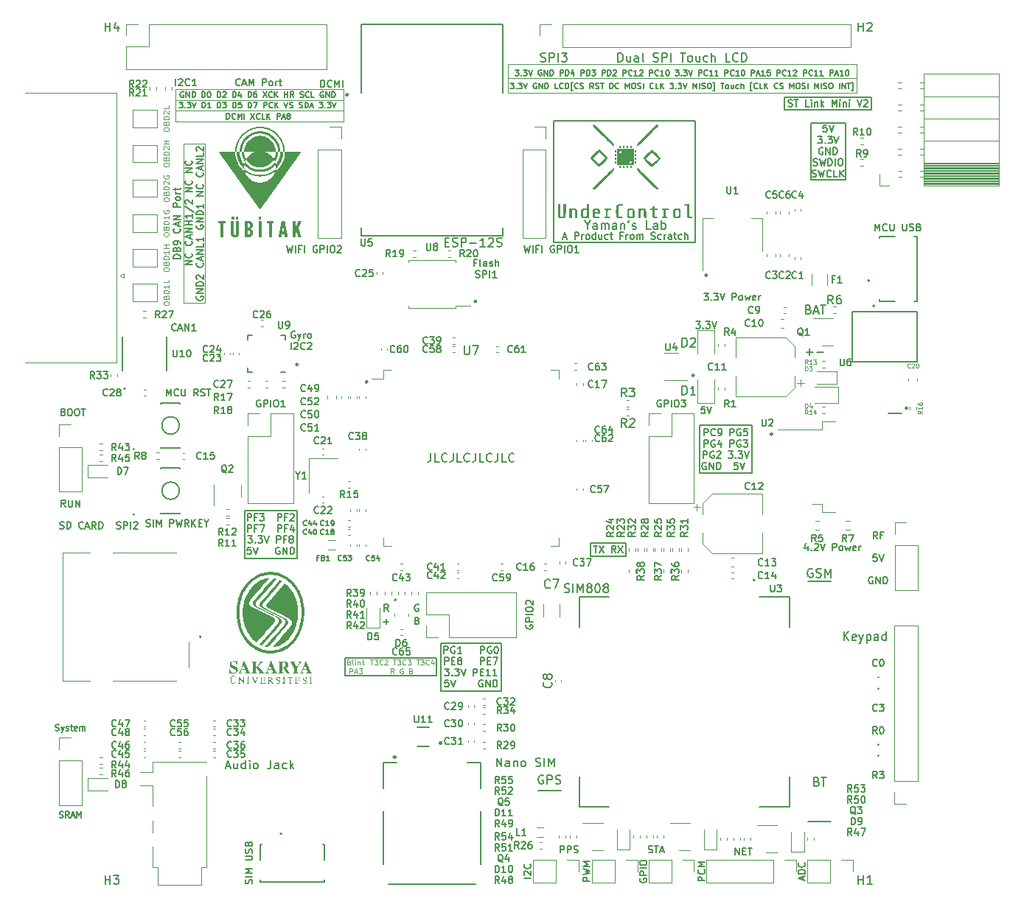
<source format=gbr>
%TF.GenerationSoftware,KiCad,Pcbnew,(6.0.0)*%
%TF.CreationDate,2022-01-12T18:34:34+03:00*%
%TF.ProjectId,UnderControl_V6,556e6465-7243-46f6-9e74-726f6c5f5636,1.6*%
%TF.SameCoordinates,Original*%
%TF.FileFunction,Legend,Top*%
%TF.FilePolarity,Positive*%
%FSLAX46Y46*%
G04 Gerber Fmt 4.6, Leading zero omitted, Abs format (unit mm)*
G04 Created by KiCad (PCBNEW (6.0.0)) date 2022-01-12 18:34:34*
%MOMM*%
%LPD*%
G01*
G04 APERTURE LIST*
%ADD10C,0.400000*%
%ADD11C,0.150000*%
%ADD12C,0.100000*%
%ADD13C,0.120000*%
%ADD14C,0.200000*%
%ADD15C,0.127000*%
%ADD16C,0.240000*%
%ADD17C,0.177800*%
%ADD18C,0.152400*%
G04 APERTURE END LIST*
D10*
X149500001Y-97250000D02*
G75*
G03*
X149500001Y-97250000I-1J0D01*
G01*
D11*
X137633333Y-151490476D02*
X137633333Y-151109523D01*
X137861904Y-151566666D02*
X137061904Y-151300000D01*
X137861904Y-151033333D01*
X137861904Y-150766666D02*
X137061904Y-150766666D01*
X137061904Y-150576190D01*
X137100000Y-150461904D01*
X137176190Y-150385714D01*
X137252380Y-150347619D01*
X137404761Y-150309523D01*
X137519047Y-150309523D01*
X137671428Y-150347619D01*
X137747619Y-150385714D01*
X137823809Y-150461904D01*
X137861904Y-150576190D01*
X137861904Y-150766666D01*
X137785714Y-149509523D02*
X137823809Y-149547619D01*
X137861904Y-149661904D01*
X137861904Y-149738095D01*
X137823809Y-149852380D01*
X137747619Y-149928571D01*
X137671428Y-149966666D01*
X137519047Y-150004761D01*
X137404761Y-150004761D01*
X137252380Y-149966666D01*
X137176190Y-149928571D01*
X137100000Y-149852380D01*
X137061904Y-149738095D01*
X137061904Y-149661904D01*
X137100000Y-149547619D01*
X137138095Y-149509523D01*
D10*
X85250001Y-61250000D02*
G75*
G03*
X85250001Y-61250000I-1J0D01*
G01*
X100000001Y-85000000D02*
G75*
G03*
X100000001Y-85000000I-1J0D01*
G01*
D11*
X103000000Y-129750000D02*
X96000000Y-129750000D01*
X96000000Y-129750000D02*
X96000000Y-124250000D01*
X96000000Y-124250000D02*
X103000000Y-124250000D01*
X103000000Y-124250000D02*
X103000000Y-129750000D01*
D10*
X79500002Y-92250000D02*
G75*
G03*
X79500002Y-92250000I-1J0D01*
G01*
X125000001Y-93500000D02*
G75*
G03*
X125000001Y-93500000I-1J0D01*
G01*
D12*
X103750000Y-57750000D02*
X143750000Y-57750000D01*
X143750000Y-57750000D02*
X143750000Y-61000000D01*
X143750000Y-61000000D02*
X103750000Y-61000000D01*
X103750000Y-61000000D02*
X103750000Y-57750000D01*
X84767434Y-63100000D02*
X65567434Y-63100000D01*
D10*
X87500001Y-94250000D02*
G75*
G03*
X87500001Y-94250000I-1J0D01*
G01*
D11*
X145500000Y-63000000D02*
X135500000Y-63000000D01*
X135500000Y-63000000D02*
X135500000Y-61500000D01*
X135500000Y-61500000D02*
X145500000Y-61500000D01*
X145500000Y-61500000D02*
X145500000Y-63000000D01*
D10*
X134000001Y-100250000D02*
G75*
G03*
X134000001Y-100250000I-1J0D01*
G01*
D11*
X125250000Y-78250000D02*
X109000000Y-78250000D01*
X109000000Y-78250000D02*
X109000000Y-64250000D01*
X109000000Y-64250000D02*
X125250000Y-64250000D01*
X125250000Y-64250000D02*
X125250000Y-78250000D01*
D12*
X143750000Y-59375000D02*
X103750000Y-59375000D01*
D11*
X131750000Y-104750000D02*
X125750000Y-104750000D01*
X125750000Y-104750000D02*
X125750000Y-99250000D01*
X125750000Y-99250000D02*
X131750000Y-99250000D01*
X131750000Y-99250000D02*
X131750000Y-104750000D01*
X142500000Y-71000000D02*
X138500000Y-71000000D01*
X138500000Y-71000000D02*
X138500000Y-64500000D01*
X138500000Y-64500000D02*
X142500000Y-64500000D01*
X142500000Y-64500000D02*
X142500000Y-71000000D01*
X95500000Y-128000000D02*
X85000000Y-128000000D01*
X85000000Y-128000000D02*
X85000000Y-126000000D01*
X85000000Y-126000000D02*
X95500000Y-126000000D01*
X95500000Y-126000000D02*
X95500000Y-128000000D01*
X79500000Y-114500000D02*
X73500000Y-114500000D01*
X73500000Y-114500000D02*
X73500000Y-109000000D01*
X73500000Y-109000000D02*
X79500000Y-109000000D01*
X79500000Y-109000000D02*
X79500000Y-114500000D01*
X117250000Y-114250000D02*
X113250000Y-114250000D01*
X113250000Y-114250000D02*
X113250000Y-112750000D01*
X113250000Y-112750000D02*
X117250000Y-112750000D01*
X117250000Y-112750000D02*
X117250000Y-114250000D01*
D10*
X96000001Y-135750000D02*
G75*
G03*
X96000001Y-135750000I-1J0D01*
G01*
X126500001Y-82000000D02*
G75*
G03*
X126500001Y-82000000I-1J0D01*
G01*
D12*
X68975000Y-85125000D02*
X66475000Y-85125000D01*
X66475000Y-85125000D02*
X66475000Y-66875000D01*
X66475000Y-66875000D02*
X68975000Y-66875000D01*
X68975000Y-66875000D02*
X68975000Y-85125000D01*
X84817434Y-64350000D02*
X65567434Y-64350000D01*
X65567434Y-64350000D02*
X65567434Y-60600000D01*
X65567434Y-60600000D02*
X84817434Y-60600000D01*
X84817434Y-60600000D02*
X84817434Y-64350000D01*
X84767434Y-61850000D02*
X65567434Y-61850000D01*
D11*
X118900000Y-151300000D02*
X118861904Y-151376190D01*
X118861904Y-151490476D01*
X118900000Y-151604761D01*
X118976190Y-151680952D01*
X119052380Y-151719047D01*
X119204761Y-151757142D01*
X119319047Y-151757142D01*
X119471428Y-151719047D01*
X119547619Y-151680952D01*
X119623809Y-151604761D01*
X119661904Y-151490476D01*
X119661904Y-151414285D01*
X119623809Y-151300000D01*
X119585714Y-151261904D01*
X119319047Y-151261904D01*
X119319047Y-151414285D01*
X119661904Y-150919047D02*
X118861904Y-150919047D01*
X118861904Y-150614285D01*
X118900000Y-150538095D01*
X118938095Y-150500000D01*
X119014285Y-150461904D01*
X119128571Y-150461904D01*
X119204761Y-150500000D01*
X119242857Y-150538095D01*
X119280952Y-150614285D01*
X119280952Y-150919047D01*
X119661904Y-150119047D02*
X118861904Y-150119047D01*
X118861904Y-149585714D02*
X118861904Y-149433333D01*
X118900000Y-149357142D01*
X118976190Y-149280952D01*
X119128571Y-149242857D01*
X119395238Y-149242857D01*
X119547619Y-149280952D01*
X119623809Y-149357142D01*
X119661904Y-149433333D01*
X119661904Y-149585714D01*
X119623809Y-149661904D01*
X119547619Y-149738095D01*
X119395238Y-149776190D01*
X119128571Y-149776190D01*
X118976190Y-149738095D01*
X118900000Y-149661904D01*
X118861904Y-149585714D01*
X105850000Y-122180952D02*
X105811904Y-122257142D01*
X105811904Y-122371428D01*
X105850000Y-122485714D01*
X105926190Y-122561904D01*
X106002380Y-122600000D01*
X106154761Y-122638095D01*
X106269047Y-122638095D01*
X106421428Y-122600000D01*
X106497619Y-122561904D01*
X106573809Y-122485714D01*
X106611904Y-122371428D01*
X106611904Y-122295238D01*
X106573809Y-122180952D01*
X106535714Y-122142857D01*
X106269047Y-122142857D01*
X106269047Y-122295238D01*
X106611904Y-121800000D02*
X105811904Y-121800000D01*
X105811904Y-121495238D01*
X105850000Y-121419047D01*
X105888095Y-121380952D01*
X105964285Y-121342857D01*
X106078571Y-121342857D01*
X106154761Y-121380952D01*
X106192857Y-121419047D01*
X106230952Y-121495238D01*
X106230952Y-121800000D01*
X106611904Y-121000000D02*
X105811904Y-121000000D01*
X105811904Y-120466666D02*
X105811904Y-120314285D01*
X105850000Y-120238095D01*
X105926190Y-120161904D01*
X106078571Y-120123809D01*
X106345238Y-120123809D01*
X106497619Y-120161904D01*
X106573809Y-120238095D01*
X106611904Y-120314285D01*
X106611904Y-120466666D01*
X106573809Y-120542857D01*
X106497619Y-120619047D01*
X106345238Y-120657142D01*
X106078571Y-120657142D01*
X105926190Y-120619047D01*
X105850000Y-120542857D01*
X105811904Y-120466666D01*
X105888095Y-119819047D02*
X105850000Y-119780952D01*
X105811904Y-119704761D01*
X105811904Y-119514285D01*
X105850000Y-119438095D01*
X105888095Y-119400000D01*
X105964285Y-119361904D01*
X106040476Y-119361904D01*
X106154761Y-119400000D01*
X106611904Y-119857142D01*
X106611904Y-119361904D01*
X75319047Y-96350000D02*
X75242857Y-96311904D01*
X75128571Y-96311904D01*
X75014285Y-96350000D01*
X74938095Y-96426190D01*
X74900000Y-96502380D01*
X74861904Y-96654761D01*
X74861904Y-96769047D01*
X74900000Y-96921428D01*
X74938095Y-96997619D01*
X75014285Y-97073809D01*
X75128571Y-97111904D01*
X75204761Y-97111904D01*
X75319047Y-97073809D01*
X75357142Y-97035714D01*
X75357142Y-96769047D01*
X75204761Y-96769047D01*
X75700000Y-97111904D02*
X75700000Y-96311904D01*
X76004761Y-96311904D01*
X76080952Y-96350000D01*
X76119047Y-96388095D01*
X76157142Y-96464285D01*
X76157142Y-96578571D01*
X76119047Y-96654761D01*
X76080952Y-96692857D01*
X76004761Y-96730952D01*
X75700000Y-96730952D01*
X76500000Y-97111904D02*
X76500000Y-96311904D01*
X77033333Y-96311904D02*
X77185714Y-96311904D01*
X77261904Y-96350000D01*
X77338095Y-96426190D01*
X77376190Y-96578571D01*
X77376190Y-96845238D01*
X77338095Y-96997619D01*
X77261904Y-97073809D01*
X77185714Y-97111904D01*
X77033333Y-97111904D01*
X76957142Y-97073809D01*
X76880952Y-96997619D01*
X76842857Y-96845238D01*
X76842857Y-96578571D01*
X76880952Y-96426190D01*
X76957142Y-96350000D01*
X77033333Y-96311904D01*
X78138095Y-97111904D02*
X77680952Y-97111904D01*
X77909523Y-97111904D02*
X77909523Y-96311904D01*
X77833333Y-96426190D01*
X77757142Y-96502380D01*
X77680952Y-96540476D01*
X126242857Y-84061904D02*
X126738095Y-84061904D01*
X126471428Y-84366666D01*
X126585714Y-84366666D01*
X126661904Y-84404761D01*
X126700000Y-84442857D01*
X126738095Y-84519047D01*
X126738095Y-84709523D01*
X126700000Y-84785714D01*
X126661904Y-84823809D01*
X126585714Y-84861904D01*
X126357142Y-84861904D01*
X126280952Y-84823809D01*
X126242857Y-84785714D01*
X127080952Y-84785714D02*
X127119047Y-84823809D01*
X127080952Y-84861904D01*
X127042857Y-84823809D01*
X127080952Y-84785714D01*
X127080952Y-84861904D01*
X127385714Y-84061904D02*
X127880952Y-84061904D01*
X127614285Y-84366666D01*
X127728571Y-84366666D01*
X127804761Y-84404761D01*
X127842857Y-84442857D01*
X127880952Y-84519047D01*
X127880952Y-84709523D01*
X127842857Y-84785714D01*
X127804761Y-84823809D01*
X127728571Y-84861904D01*
X127500000Y-84861904D01*
X127423809Y-84823809D01*
X127385714Y-84785714D01*
X128109523Y-84061904D02*
X128376190Y-84861904D01*
X128642857Y-84061904D01*
X129519047Y-84861904D02*
X129519047Y-84061904D01*
X129823809Y-84061904D01*
X129900000Y-84100000D01*
X129938095Y-84138095D01*
X129976190Y-84214285D01*
X129976190Y-84328571D01*
X129938095Y-84404761D01*
X129900000Y-84442857D01*
X129823809Y-84480952D01*
X129519047Y-84480952D01*
X130433333Y-84861904D02*
X130357142Y-84823809D01*
X130319047Y-84785714D01*
X130280952Y-84709523D01*
X130280952Y-84480952D01*
X130319047Y-84404761D01*
X130357142Y-84366666D01*
X130433333Y-84328571D01*
X130547619Y-84328571D01*
X130623809Y-84366666D01*
X130661904Y-84404761D01*
X130700000Y-84480952D01*
X130700000Y-84709523D01*
X130661904Y-84785714D01*
X130623809Y-84823809D01*
X130547619Y-84861904D01*
X130433333Y-84861904D01*
X130966666Y-84328571D02*
X131119047Y-84861904D01*
X131271428Y-84480952D01*
X131423809Y-84861904D01*
X131576190Y-84328571D01*
X132185714Y-84823809D02*
X132109523Y-84861904D01*
X131957142Y-84861904D01*
X131880952Y-84823809D01*
X131842857Y-84747619D01*
X131842857Y-84442857D01*
X131880952Y-84366666D01*
X131957142Y-84328571D01*
X132109523Y-84328571D01*
X132185714Y-84366666D01*
X132223809Y-84442857D01*
X132223809Y-84519047D01*
X131842857Y-84595238D01*
X132566666Y-84861904D02*
X132566666Y-84328571D01*
X132566666Y-84480952D02*
X132604761Y-84404761D01*
X132642857Y-84366666D01*
X132719047Y-84328571D01*
X132795238Y-84328571D01*
X107500000Y-57404761D02*
X107642857Y-57452380D01*
X107880952Y-57452380D01*
X107976190Y-57404761D01*
X108023809Y-57357142D01*
X108071428Y-57261904D01*
X108071428Y-57166666D01*
X108023809Y-57071428D01*
X107976190Y-57023809D01*
X107880952Y-56976190D01*
X107690476Y-56928571D01*
X107595238Y-56880952D01*
X107547619Y-56833333D01*
X107500000Y-56738095D01*
X107500000Y-56642857D01*
X107547619Y-56547619D01*
X107595238Y-56500000D01*
X107690476Y-56452380D01*
X107928571Y-56452380D01*
X108071428Y-56500000D01*
X108500000Y-57452380D02*
X108500000Y-56452380D01*
X108880952Y-56452380D01*
X108976190Y-56500000D01*
X109023809Y-56547619D01*
X109071428Y-56642857D01*
X109071428Y-56785714D01*
X109023809Y-56880952D01*
X108976190Y-56928571D01*
X108880952Y-56976190D01*
X108500000Y-56976190D01*
X109500000Y-57452380D02*
X109500000Y-56452380D01*
X109880952Y-56452380D02*
X110500000Y-56452380D01*
X110166666Y-56833333D01*
X110309523Y-56833333D01*
X110404761Y-56880952D01*
X110452380Y-56928571D01*
X110500000Y-57023809D01*
X110500000Y-57261904D01*
X110452380Y-57357142D01*
X110404761Y-57404761D01*
X110309523Y-57452380D01*
X110023809Y-57452380D01*
X109928571Y-57404761D01*
X109880952Y-57357142D01*
X138161904Y-113078571D02*
X138161904Y-113611904D01*
X137971428Y-112773809D02*
X137780952Y-113345238D01*
X138276190Y-113345238D01*
X138580952Y-113535714D02*
X138619047Y-113573809D01*
X138580952Y-113611904D01*
X138542857Y-113573809D01*
X138580952Y-113535714D01*
X138580952Y-113611904D01*
X138923809Y-112888095D02*
X138961904Y-112850000D01*
X139038095Y-112811904D01*
X139228571Y-112811904D01*
X139304761Y-112850000D01*
X139342857Y-112888095D01*
X139380952Y-112964285D01*
X139380952Y-113040476D01*
X139342857Y-113154761D01*
X138885714Y-113611904D01*
X139380952Y-113611904D01*
X139609523Y-112811904D02*
X139876190Y-113611904D01*
X140142857Y-112811904D01*
X141019047Y-113611904D02*
X141019047Y-112811904D01*
X141323809Y-112811904D01*
X141400000Y-112850000D01*
X141438095Y-112888095D01*
X141476190Y-112964285D01*
X141476190Y-113078571D01*
X141438095Y-113154761D01*
X141400000Y-113192857D01*
X141323809Y-113230952D01*
X141019047Y-113230952D01*
X141933333Y-113611904D02*
X141857142Y-113573809D01*
X141819047Y-113535714D01*
X141780952Y-113459523D01*
X141780952Y-113230952D01*
X141819047Y-113154761D01*
X141857142Y-113116666D01*
X141933333Y-113078571D01*
X142047619Y-113078571D01*
X142123809Y-113116666D01*
X142161904Y-113154761D01*
X142200000Y-113230952D01*
X142200000Y-113459523D01*
X142161904Y-113535714D01*
X142123809Y-113573809D01*
X142047619Y-113611904D01*
X141933333Y-113611904D01*
X142466666Y-113078571D02*
X142619047Y-113611904D01*
X142771428Y-113230952D01*
X142923809Y-113611904D01*
X143076190Y-113078571D01*
X143685714Y-113573809D02*
X143609523Y-113611904D01*
X143457142Y-113611904D01*
X143380952Y-113573809D01*
X143342857Y-113497619D01*
X143342857Y-113192857D01*
X143380952Y-113116666D01*
X143457142Y-113078571D01*
X143609523Y-113078571D01*
X143685714Y-113116666D01*
X143723809Y-113192857D01*
X143723809Y-113269047D01*
X143342857Y-113345238D01*
X144066666Y-113611904D02*
X144066666Y-113078571D01*
X144066666Y-113230952D02*
X144104761Y-113154761D01*
X144142857Y-113116666D01*
X144219047Y-113078571D01*
X144295238Y-113078571D01*
X113161904Y-151623809D02*
X112361904Y-151623809D01*
X112361904Y-151319047D01*
X112400000Y-151242857D01*
X112438095Y-151204761D01*
X112514285Y-151166666D01*
X112628571Y-151166666D01*
X112704761Y-151204761D01*
X112742857Y-151242857D01*
X112780952Y-151319047D01*
X112780952Y-151623809D01*
X112361904Y-150900000D02*
X113161904Y-150709523D01*
X112590476Y-150557142D01*
X113161904Y-150404761D01*
X112361904Y-150214285D01*
X113161904Y-149909523D02*
X112361904Y-149909523D01*
X112933333Y-149642857D01*
X112361904Y-149376190D01*
X113161904Y-149376190D01*
X72972195Y-60135714D02*
X72934100Y-60173809D01*
X72819814Y-60211904D01*
X72743624Y-60211904D01*
X72629338Y-60173809D01*
X72553148Y-60097619D01*
X72515053Y-60021428D01*
X72476957Y-59869047D01*
X72476957Y-59754761D01*
X72515053Y-59602380D01*
X72553148Y-59526190D01*
X72629338Y-59450000D01*
X72743624Y-59411904D01*
X72819814Y-59411904D01*
X72934100Y-59450000D01*
X72972195Y-59488095D01*
X73276957Y-59983333D02*
X73657910Y-59983333D01*
X73200767Y-60211904D02*
X73467434Y-59411904D01*
X73734100Y-60211904D01*
X74000767Y-60211904D02*
X74000767Y-59411904D01*
X74267434Y-59983333D01*
X74534100Y-59411904D01*
X74534100Y-60211904D01*
X75524576Y-60211904D02*
X75524576Y-59411904D01*
X75829338Y-59411904D01*
X75905529Y-59450000D01*
X75943624Y-59488095D01*
X75981719Y-59564285D01*
X75981719Y-59678571D01*
X75943624Y-59754761D01*
X75905529Y-59792857D01*
X75829338Y-59830952D01*
X75524576Y-59830952D01*
X76438862Y-60211904D02*
X76362672Y-60173809D01*
X76324576Y-60135714D01*
X76286481Y-60059523D01*
X76286481Y-59830952D01*
X76324576Y-59754761D01*
X76362672Y-59716666D01*
X76438862Y-59678571D01*
X76553148Y-59678571D01*
X76629338Y-59716666D01*
X76667434Y-59754761D01*
X76705529Y-59830952D01*
X76705529Y-60059523D01*
X76667434Y-60135714D01*
X76629338Y-60173809D01*
X76553148Y-60211904D01*
X76438862Y-60211904D01*
X77048386Y-60211904D02*
X77048386Y-59678571D01*
X77048386Y-59830952D02*
X77086481Y-59754761D01*
X77124576Y-59716666D01*
X77200767Y-59678571D01*
X77276957Y-59678571D01*
X77429338Y-59678571D02*
X77734100Y-59678571D01*
X77543624Y-59411904D02*
X77543624Y-60097619D01*
X77581719Y-60173809D01*
X77657910Y-60211904D01*
X77734100Y-60211904D01*
X107785714Y-139500000D02*
X107690476Y-139452380D01*
X107547619Y-139452380D01*
X107404761Y-139500000D01*
X107309523Y-139595238D01*
X107261904Y-139690476D01*
X107214285Y-139880952D01*
X107214285Y-140023809D01*
X107261904Y-140214285D01*
X107309523Y-140309523D01*
X107404761Y-140404761D01*
X107547619Y-140452380D01*
X107642857Y-140452380D01*
X107785714Y-140404761D01*
X107833333Y-140357142D01*
X107833333Y-140023809D01*
X107642857Y-140023809D01*
X108261904Y-140452380D02*
X108261904Y-139452380D01*
X108642857Y-139452380D01*
X108738095Y-139500000D01*
X108785714Y-139547619D01*
X108833333Y-139642857D01*
X108833333Y-139785714D01*
X108785714Y-139880952D01*
X108738095Y-139928571D01*
X108642857Y-139976190D01*
X108261904Y-139976190D01*
X109214285Y-140404761D02*
X109357142Y-140452380D01*
X109595238Y-140452380D01*
X109690476Y-140404761D01*
X109738095Y-140357142D01*
X109785714Y-140261904D01*
X109785714Y-140166666D01*
X109738095Y-140071428D01*
X109690476Y-140023809D01*
X109595238Y-139976190D01*
X109404761Y-139928571D01*
X109309523Y-139880952D01*
X109261904Y-139833333D01*
X109214285Y-139738095D01*
X109214285Y-139642857D01*
X109261904Y-139547619D01*
X109309523Y-139500000D01*
X109404761Y-139452380D01*
X109642857Y-139452380D01*
X109785714Y-139500000D01*
D12*
X85550000Y-127771428D02*
X85550000Y-127171428D01*
X85778571Y-127171428D01*
X85835714Y-127200000D01*
X85864285Y-127228571D01*
X85892857Y-127285714D01*
X85892857Y-127371428D01*
X85864285Y-127428571D01*
X85835714Y-127457142D01*
X85778571Y-127485714D01*
X85550000Y-127485714D01*
X86121428Y-127600000D02*
X86407142Y-127600000D01*
X86064285Y-127771428D02*
X86264285Y-127171428D01*
X86464285Y-127771428D01*
X86607142Y-127171428D02*
X86978571Y-127171428D01*
X86778571Y-127400000D01*
X86864285Y-127400000D01*
X86921428Y-127428571D01*
X86950000Y-127457142D01*
X86978571Y-127514285D01*
X86978571Y-127657142D01*
X86950000Y-127714285D01*
X86921428Y-127742857D01*
X86864285Y-127771428D01*
X86692857Y-127771428D01*
X86635714Y-127742857D01*
X86607142Y-127714285D01*
D11*
X65604761Y-88285714D02*
X65566666Y-88323809D01*
X65452380Y-88361904D01*
X65376190Y-88361904D01*
X65261904Y-88323809D01*
X65185714Y-88247619D01*
X65147619Y-88171428D01*
X65109523Y-88019047D01*
X65109523Y-87904761D01*
X65147619Y-87752380D01*
X65185714Y-87676190D01*
X65261904Y-87600000D01*
X65376190Y-87561904D01*
X65452380Y-87561904D01*
X65566666Y-87600000D01*
X65604761Y-87638095D01*
X65909523Y-88133333D02*
X66290476Y-88133333D01*
X65833333Y-88361904D02*
X66100000Y-87561904D01*
X66366666Y-88361904D01*
X66633333Y-88361904D02*
X66633333Y-87561904D01*
X67090476Y-88361904D01*
X67090476Y-87561904D01*
X67890476Y-88361904D02*
X67433333Y-88361904D01*
X67661904Y-88361904D02*
X67661904Y-87561904D01*
X67585714Y-87676190D01*
X67509523Y-87752380D01*
X67433333Y-87790476D01*
D12*
X64169047Y-81361904D02*
X64169047Y-81238095D01*
X64200000Y-81176190D01*
X64261904Y-81114285D01*
X64385714Y-81083333D01*
X64602380Y-81083333D01*
X64726190Y-81114285D01*
X64788095Y-81176190D01*
X64819047Y-81238095D01*
X64819047Y-81361904D01*
X64788095Y-81423809D01*
X64726190Y-81485714D01*
X64602380Y-81516666D01*
X64385714Y-81516666D01*
X64261904Y-81485714D01*
X64200000Y-81423809D01*
X64169047Y-81361904D01*
X64478571Y-80588095D02*
X64509523Y-80495238D01*
X64540476Y-80464285D01*
X64602380Y-80433333D01*
X64695238Y-80433333D01*
X64757142Y-80464285D01*
X64788095Y-80495238D01*
X64819047Y-80557142D01*
X64819047Y-80804761D01*
X64169047Y-80804761D01*
X64169047Y-80588095D01*
X64200000Y-80526190D01*
X64230952Y-80495238D01*
X64292857Y-80464285D01*
X64354761Y-80464285D01*
X64416666Y-80495238D01*
X64447619Y-80526190D01*
X64478571Y-80588095D01*
X64478571Y-80804761D01*
X64819047Y-80154761D02*
X64169047Y-80154761D01*
X64169047Y-80000000D01*
X64200000Y-79907142D01*
X64261904Y-79845238D01*
X64323809Y-79814285D01*
X64447619Y-79783333D01*
X64540476Y-79783333D01*
X64664285Y-79814285D01*
X64726190Y-79845238D01*
X64788095Y-79907142D01*
X64819047Y-80000000D01*
X64819047Y-80154761D01*
X64819047Y-79164285D02*
X64819047Y-79535714D01*
X64819047Y-79350000D02*
X64169047Y-79350000D01*
X64261904Y-79411904D01*
X64323809Y-79473809D01*
X64354761Y-79535714D01*
X64819047Y-78885714D02*
X64169047Y-78885714D01*
X64478571Y-78885714D02*
X64478571Y-78514285D01*
X64819047Y-78514285D02*
X64169047Y-78514285D01*
D11*
X126361904Y-151566666D02*
X125561904Y-151566666D01*
X125561904Y-151261904D01*
X125600000Y-151185714D01*
X125638095Y-151147619D01*
X125714285Y-151109523D01*
X125828571Y-151109523D01*
X125904761Y-151147619D01*
X125942857Y-151185714D01*
X125980952Y-151261904D01*
X125980952Y-151566666D01*
X126285714Y-150309523D02*
X126323809Y-150347619D01*
X126361904Y-150461904D01*
X126361904Y-150538095D01*
X126323809Y-150652380D01*
X126247619Y-150728571D01*
X126171428Y-150766666D01*
X126019047Y-150804761D01*
X125904761Y-150804761D01*
X125752380Y-150766666D01*
X125676190Y-150728571D01*
X125600000Y-150652380D01*
X125561904Y-150538095D01*
X125561904Y-150461904D01*
X125600000Y-150347619D01*
X125638095Y-150309523D01*
X126361904Y-149966666D02*
X125561904Y-149966666D01*
X126133333Y-149700000D01*
X125561904Y-149433333D01*
X126361904Y-149433333D01*
X140347619Y-64735904D02*
X139966666Y-64735904D01*
X139928571Y-65116857D01*
X139966666Y-65078761D01*
X140042857Y-65040666D01*
X140233333Y-65040666D01*
X140309523Y-65078761D01*
X140347619Y-65116857D01*
X140385714Y-65193047D01*
X140385714Y-65383523D01*
X140347619Y-65459714D01*
X140309523Y-65497809D01*
X140233333Y-65535904D01*
X140042857Y-65535904D01*
X139966666Y-65497809D01*
X139928571Y-65459714D01*
X140614285Y-64735904D02*
X140880952Y-65535904D01*
X141147619Y-64735904D01*
X139319047Y-66023904D02*
X139814285Y-66023904D01*
X139547619Y-66328666D01*
X139661904Y-66328666D01*
X139738095Y-66366761D01*
X139776190Y-66404857D01*
X139814285Y-66481047D01*
X139814285Y-66671523D01*
X139776190Y-66747714D01*
X139738095Y-66785809D01*
X139661904Y-66823904D01*
X139433333Y-66823904D01*
X139357142Y-66785809D01*
X139319047Y-66747714D01*
X140157142Y-66747714D02*
X140195238Y-66785809D01*
X140157142Y-66823904D01*
X140119047Y-66785809D01*
X140157142Y-66747714D01*
X140157142Y-66823904D01*
X140461904Y-66023904D02*
X140957142Y-66023904D01*
X140690476Y-66328666D01*
X140804761Y-66328666D01*
X140880952Y-66366761D01*
X140919047Y-66404857D01*
X140957142Y-66481047D01*
X140957142Y-66671523D01*
X140919047Y-66747714D01*
X140880952Y-66785809D01*
X140804761Y-66823904D01*
X140576190Y-66823904D01*
X140500000Y-66785809D01*
X140461904Y-66747714D01*
X141185714Y-66023904D02*
X141452380Y-66823904D01*
X141719047Y-66023904D01*
X139890476Y-67350000D02*
X139814285Y-67311904D01*
X139700000Y-67311904D01*
X139585714Y-67350000D01*
X139509523Y-67426190D01*
X139471428Y-67502380D01*
X139433333Y-67654761D01*
X139433333Y-67769047D01*
X139471428Y-67921428D01*
X139509523Y-67997619D01*
X139585714Y-68073809D01*
X139700000Y-68111904D01*
X139776190Y-68111904D01*
X139890476Y-68073809D01*
X139928571Y-68035714D01*
X139928571Y-67769047D01*
X139776190Y-67769047D01*
X140271428Y-68111904D02*
X140271428Y-67311904D01*
X140728571Y-68111904D01*
X140728571Y-67311904D01*
X141109523Y-68111904D02*
X141109523Y-67311904D01*
X141300000Y-67311904D01*
X141414285Y-67350000D01*
X141490476Y-67426190D01*
X141528571Y-67502380D01*
X141566666Y-67654761D01*
X141566666Y-67769047D01*
X141528571Y-67921428D01*
X141490476Y-67997619D01*
X141414285Y-68073809D01*
X141300000Y-68111904D01*
X141109523Y-68111904D01*
X138804761Y-69361809D02*
X138919047Y-69399904D01*
X139109523Y-69399904D01*
X139185714Y-69361809D01*
X139223809Y-69323714D01*
X139261904Y-69247523D01*
X139261904Y-69171333D01*
X139223809Y-69095142D01*
X139185714Y-69057047D01*
X139109523Y-69018952D01*
X138957142Y-68980857D01*
X138880952Y-68942761D01*
X138842857Y-68904666D01*
X138804761Y-68828476D01*
X138804761Y-68752285D01*
X138842857Y-68676095D01*
X138880952Y-68638000D01*
X138957142Y-68599904D01*
X139147619Y-68599904D01*
X139261904Y-68638000D01*
X139528571Y-68599904D02*
X139719047Y-69399904D01*
X139871428Y-68828476D01*
X140023809Y-69399904D01*
X140214285Y-68599904D01*
X140519047Y-69399904D02*
X140519047Y-68599904D01*
X140709523Y-68599904D01*
X140823809Y-68638000D01*
X140900000Y-68714190D01*
X140938095Y-68790380D01*
X140976190Y-68942761D01*
X140976190Y-69057047D01*
X140938095Y-69209428D01*
X140900000Y-69285619D01*
X140823809Y-69361809D01*
X140709523Y-69399904D01*
X140519047Y-69399904D01*
X141319047Y-69399904D02*
X141319047Y-68599904D01*
X141852380Y-68599904D02*
X142004761Y-68599904D01*
X142080952Y-68638000D01*
X142157142Y-68714190D01*
X142195238Y-68866571D01*
X142195238Y-69133238D01*
X142157142Y-69285619D01*
X142080952Y-69361809D01*
X142004761Y-69399904D01*
X141852380Y-69399904D01*
X141776190Y-69361809D01*
X141700000Y-69285619D01*
X141661904Y-69133238D01*
X141661904Y-68866571D01*
X141700000Y-68714190D01*
X141776190Y-68638000D01*
X141852380Y-68599904D01*
X138690476Y-70649809D02*
X138804761Y-70687904D01*
X138995238Y-70687904D01*
X139071428Y-70649809D01*
X139109523Y-70611714D01*
X139147619Y-70535523D01*
X139147619Y-70459333D01*
X139109523Y-70383142D01*
X139071428Y-70345047D01*
X138995238Y-70306952D01*
X138842857Y-70268857D01*
X138766666Y-70230761D01*
X138728571Y-70192666D01*
X138690476Y-70116476D01*
X138690476Y-70040285D01*
X138728571Y-69964095D01*
X138766666Y-69926000D01*
X138842857Y-69887904D01*
X139033333Y-69887904D01*
X139147619Y-69926000D01*
X139414285Y-69887904D02*
X139604761Y-70687904D01*
X139757142Y-70116476D01*
X139909523Y-70687904D01*
X140100000Y-69887904D01*
X140861904Y-70611714D02*
X140823809Y-70649809D01*
X140709523Y-70687904D01*
X140633333Y-70687904D01*
X140519047Y-70649809D01*
X140442857Y-70573619D01*
X140404761Y-70497428D01*
X140366666Y-70345047D01*
X140366666Y-70230761D01*
X140404761Y-70078380D01*
X140442857Y-70002190D01*
X140519047Y-69926000D01*
X140633333Y-69887904D01*
X140709523Y-69887904D01*
X140823809Y-69926000D01*
X140861904Y-69964095D01*
X141585714Y-70687904D02*
X141204761Y-70687904D01*
X141204761Y-69887904D01*
X141852380Y-70687904D02*
X141852380Y-69887904D01*
X142309523Y-70687904D02*
X141966666Y-70230761D01*
X142309523Y-69887904D02*
X141852380Y-70345047D01*
X102440476Y-138452380D02*
X102440476Y-137452380D01*
X103011904Y-138452380D01*
X103011904Y-137452380D01*
X103916666Y-138452380D02*
X103916666Y-137928571D01*
X103869047Y-137833333D01*
X103773809Y-137785714D01*
X103583333Y-137785714D01*
X103488095Y-137833333D01*
X103916666Y-138404761D02*
X103821428Y-138452380D01*
X103583333Y-138452380D01*
X103488095Y-138404761D01*
X103440476Y-138309523D01*
X103440476Y-138214285D01*
X103488095Y-138119047D01*
X103583333Y-138071428D01*
X103821428Y-138071428D01*
X103916666Y-138023809D01*
X104392857Y-137785714D02*
X104392857Y-138452380D01*
X104392857Y-137880952D02*
X104440476Y-137833333D01*
X104535714Y-137785714D01*
X104678571Y-137785714D01*
X104773809Y-137833333D01*
X104821428Y-137928571D01*
X104821428Y-138452380D01*
X105440476Y-138452380D02*
X105345238Y-138404761D01*
X105297619Y-138357142D01*
X105250000Y-138261904D01*
X105250000Y-137976190D01*
X105297619Y-137880952D01*
X105345238Y-137833333D01*
X105440476Y-137785714D01*
X105583333Y-137785714D01*
X105678571Y-137833333D01*
X105726190Y-137880952D01*
X105773809Y-137976190D01*
X105773809Y-138261904D01*
X105726190Y-138357142D01*
X105678571Y-138404761D01*
X105583333Y-138452380D01*
X105440476Y-138452380D01*
X106916666Y-138404761D02*
X107059523Y-138452380D01*
X107297619Y-138452380D01*
X107392857Y-138404761D01*
X107440476Y-138357142D01*
X107488095Y-138261904D01*
X107488095Y-138166666D01*
X107440476Y-138071428D01*
X107392857Y-138023809D01*
X107297619Y-137976190D01*
X107107142Y-137928571D01*
X107011904Y-137880952D01*
X106964285Y-137833333D01*
X106916666Y-137738095D01*
X106916666Y-137642857D01*
X106964285Y-137547619D01*
X107011904Y-137500000D01*
X107107142Y-137452380D01*
X107345238Y-137452380D01*
X107488095Y-137500000D01*
X107916666Y-138452380D02*
X107916666Y-137452380D01*
X108392857Y-138452380D02*
X108392857Y-137452380D01*
X108726190Y-138166666D01*
X109059523Y-137452380D01*
X109059523Y-138452380D01*
X52664285Y-97692857D02*
X52778571Y-97730952D01*
X52816666Y-97769047D01*
X52854761Y-97845238D01*
X52854761Y-97959523D01*
X52816666Y-98035714D01*
X52778571Y-98073809D01*
X52702380Y-98111904D01*
X52397619Y-98111904D01*
X52397619Y-97311904D01*
X52664285Y-97311904D01*
X52740476Y-97350000D01*
X52778571Y-97388095D01*
X52816666Y-97464285D01*
X52816666Y-97540476D01*
X52778571Y-97616666D01*
X52740476Y-97654761D01*
X52664285Y-97692857D01*
X52397619Y-97692857D01*
X53350000Y-97311904D02*
X53502380Y-97311904D01*
X53578571Y-97350000D01*
X53654761Y-97426190D01*
X53692857Y-97578571D01*
X53692857Y-97845238D01*
X53654761Y-97997619D01*
X53578571Y-98073809D01*
X53502380Y-98111904D01*
X53350000Y-98111904D01*
X53273809Y-98073809D01*
X53197619Y-97997619D01*
X53159523Y-97845238D01*
X53159523Y-97578571D01*
X53197619Y-97426190D01*
X53273809Y-97350000D01*
X53350000Y-97311904D01*
X54188095Y-97311904D02*
X54340476Y-97311904D01*
X54416666Y-97350000D01*
X54492857Y-97426190D01*
X54530952Y-97578571D01*
X54530952Y-97845238D01*
X54492857Y-97997619D01*
X54416666Y-98073809D01*
X54340476Y-98111904D01*
X54188095Y-98111904D01*
X54111904Y-98073809D01*
X54035714Y-97997619D01*
X53997619Y-97845238D01*
X53997619Y-97578571D01*
X54035714Y-97426190D01*
X54111904Y-97350000D01*
X54188095Y-97311904D01*
X54759523Y-97311904D02*
X55216666Y-97311904D01*
X54988095Y-98111904D02*
X54988095Y-97311904D01*
X138261904Y-85928571D02*
X138404761Y-85976190D01*
X138452380Y-86023809D01*
X138500000Y-86119047D01*
X138500000Y-86261904D01*
X138452380Y-86357142D01*
X138404761Y-86404761D01*
X138309523Y-86452380D01*
X137928571Y-86452380D01*
X137928571Y-85452380D01*
X138261904Y-85452380D01*
X138357142Y-85500000D01*
X138404761Y-85547619D01*
X138452380Y-85642857D01*
X138452380Y-85738095D01*
X138404761Y-85833333D01*
X138357142Y-85880952D01*
X138261904Y-85928571D01*
X137928571Y-85928571D01*
X138880952Y-86166666D02*
X139357142Y-86166666D01*
X138785714Y-86452380D02*
X139119047Y-85452380D01*
X139452380Y-86452380D01*
X139642857Y-85452380D02*
X140214285Y-85452380D01*
X139928571Y-86452380D02*
X139928571Y-85452380D01*
X89445238Y-121807142D02*
X90054761Y-121807142D01*
X89750000Y-122111904D02*
X89750000Y-121502380D01*
X110088095Y-77633333D02*
X110469047Y-77633333D01*
X110011904Y-77861904D02*
X110278571Y-77061904D01*
X110545238Y-77861904D01*
X111421428Y-77861904D02*
X111421428Y-77061904D01*
X111726190Y-77061904D01*
X111802380Y-77100000D01*
X111840476Y-77138095D01*
X111878571Y-77214285D01*
X111878571Y-77328571D01*
X111840476Y-77404761D01*
X111802380Y-77442857D01*
X111726190Y-77480952D01*
X111421428Y-77480952D01*
X112221428Y-77861904D02*
X112221428Y-77328571D01*
X112221428Y-77480952D02*
X112259523Y-77404761D01*
X112297619Y-77366666D01*
X112373809Y-77328571D01*
X112450000Y-77328571D01*
X112830952Y-77861904D02*
X112754761Y-77823809D01*
X112716666Y-77785714D01*
X112678571Y-77709523D01*
X112678571Y-77480952D01*
X112716666Y-77404761D01*
X112754761Y-77366666D01*
X112830952Y-77328571D01*
X112945238Y-77328571D01*
X113021428Y-77366666D01*
X113059523Y-77404761D01*
X113097619Y-77480952D01*
X113097619Y-77709523D01*
X113059523Y-77785714D01*
X113021428Y-77823809D01*
X112945238Y-77861904D01*
X112830952Y-77861904D01*
X113783333Y-77861904D02*
X113783333Y-77061904D01*
X113783333Y-77823809D02*
X113707142Y-77861904D01*
X113554761Y-77861904D01*
X113478571Y-77823809D01*
X113440476Y-77785714D01*
X113402380Y-77709523D01*
X113402380Y-77480952D01*
X113440476Y-77404761D01*
X113478571Y-77366666D01*
X113554761Y-77328571D01*
X113707142Y-77328571D01*
X113783333Y-77366666D01*
X114507142Y-77328571D02*
X114507142Y-77861904D01*
X114164285Y-77328571D02*
X114164285Y-77747619D01*
X114202380Y-77823809D01*
X114278571Y-77861904D01*
X114392857Y-77861904D01*
X114469047Y-77823809D01*
X114507142Y-77785714D01*
X115230952Y-77823809D02*
X115154761Y-77861904D01*
X115002380Y-77861904D01*
X114926190Y-77823809D01*
X114888095Y-77785714D01*
X114850000Y-77709523D01*
X114850000Y-77480952D01*
X114888095Y-77404761D01*
X114926190Y-77366666D01*
X115002380Y-77328571D01*
X115154761Y-77328571D01*
X115230952Y-77366666D01*
X115459523Y-77328571D02*
X115764285Y-77328571D01*
X115573809Y-77061904D02*
X115573809Y-77747619D01*
X115611904Y-77823809D01*
X115688095Y-77861904D01*
X115764285Y-77861904D01*
X116907142Y-77442857D02*
X116640476Y-77442857D01*
X116640476Y-77861904D02*
X116640476Y-77061904D01*
X117021428Y-77061904D01*
X117326190Y-77861904D02*
X117326190Y-77328571D01*
X117326190Y-77480952D02*
X117364285Y-77404761D01*
X117402380Y-77366666D01*
X117478571Y-77328571D01*
X117554761Y-77328571D01*
X117935714Y-77861904D02*
X117859523Y-77823809D01*
X117821428Y-77785714D01*
X117783333Y-77709523D01*
X117783333Y-77480952D01*
X117821428Y-77404761D01*
X117859523Y-77366666D01*
X117935714Y-77328571D01*
X118050000Y-77328571D01*
X118126190Y-77366666D01*
X118164285Y-77404761D01*
X118202380Y-77480952D01*
X118202380Y-77709523D01*
X118164285Y-77785714D01*
X118126190Y-77823809D01*
X118050000Y-77861904D01*
X117935714Y-77861904D01*
X118545238Y-77861904D02*
X118545238Y-77328571D01*
X118545238Y-77404761D02*
X118583333Y-77366666D01*
X118659523Y-77328571D01*
X118773809Y-77328571D01*
X118850000Y-77366666D01*
X118888095Y-77442857D01*
X118888095Y-77861904D01*
X118888095Y-77442857D02*
X118926190Y-77366666D01*
X119002380Y-77328571D01*
X119116666Y-77328571D01*
X119192857Y-77366666D01*
X119230952Y-77442857D01*
X119230952Y-77861904D01*
X120183333Y-77823809D02*
X120297619Y-77861904D01*
X120488095Y-77861904D01*
X120564285Y-77823809D01*
X120602380Y-77785714D01*
X120640476Y-77709523D01*
X120640476Y-77633333D01*
X120602380Y-77557142D01*
X120564285Y-77519047D01*
X120488095Y-77480952D01*
X120335714Y-77442857D01*
X120259523Y-77404761D01*
X120221428Y-77366666D01*
X120183333Y-77290476D01*
X120183333Y-77214285D01*
X120221428Y-77138095D01*
X120259523Y-77100000D01*
X120335714Y-77061904D01*
X120526190Y-77061904D01*
X120640476Y-77100000D01*
X121326190Y-77823809D02*
X121250000Y-77861904D01*
X121097619Y-77861904D01*
X121021428Y-77823809D01*
X120983333Y-77785714D01*
X120945238Y-77709523D01*
X120945238Y-77480952D01*
X120983333Y-77404761D01*
X121021428Y-77366666D01*
X121097619Y-77328571D01*
X121250000Y-77328571D01*
X121326190Y-77366666D01*
X121669047Y-77861904D02*
X121669047Y-77328571D01*
X121669047Y-77480952D02*
X121707142Y-77404761D01*
X121745238Y-77366666D01*
X121821428Y-77328571D01*
X121897619Y-77328571D01*
X122507142Y-77861904D02*
X122507142Y-77442857D01*
X122469047Y-77366666D01*
X122392857Y-77328571D01*
X122240476Y-77328571D01*
X122164285Y-77366666D01*
X122507142Y-77823809D02*
X122430952Y-77861904D01*
X122240476Y-77861904D01*
X122164285Y-77823809D01*
X122126190Y-77747619D01*
X122126190Y-77671428D01*
X122164285Y-77595238D01*
X122240476Y-77557142D01*
X122430952Y-77557142D01*
X122507142Y-77519047D01*
X122773809Y-77328571D02*
X123078571Y-77328571D01*
X122888095Y-77061904D02*
X122888095Y-77747619D01*
X122926190Y-77823809D01*
X123002380Y-77861904D01*
X123078571Y-77861904D01*
X123688095Y-77823809D02*
X123611904Y-77861904D01*
X123459523Y-77861904D01*
X123383333Y-77823809D01*
X123345238Y-77785714D01*
X123307142Y-77709523D01*
X123307142Y-77480952D01*
X123345238Y-77404761D01*
X123383333Y-77366666D01*
X123459523Y-77328571D01*
X123611904Y-77328571D01*
X123688095Y-77366666D01*
X124030952Y-77861904D02*
X124030952Y-77061904D01*
X124373809Y-77861904D02*
X124373809Y-77442857D01*
X124335714Y-77366666D01*
X124259523Y-77328571D01*
X124145238Y-77328571D01*
X124069047Y-77366666D01*
X124030952Y-77404761D01*
X138714285Y-115750000D02*
X138619047Y-115702380D01*
X138476190Y-115702380D01*
X138333333Y-115750000D01*
X138238095Y-115845238D01*
X138190476Y-115940476D01*
X138142857Y-116130952D01*
X138142857Y-116273809D01*
X138190476Y-116464285D01*
X138238095Y-116559523D01*
X138333333Y-116654761D01*
X138476190Y-116702380D01*
X138571428Y-116702380D01*
X138714285Y-116654761D01*
X138761904Y-116607142D01*
X138761904Y-116273809D01*
X138571428Y-116273809D01*
X139142857Y-116654761D02*
X139285714Y-116702380D01*
X139523809Y-116702380D01*
X139619047Y-116654761D01*
X139666666Y-116607142D01*
X139714285Y-116511904D01*
X139714285Y-116416666D01*
X139666666Y-116321428D01*
X139619047Y-116273809D01*
X139523809Y-116226190D01*
X139333333Y-116178571D01*
X139238095Y-116130952D01*
X139190476Y-116083333D01*
X139142857Y-115988095D01*
X139142857Y-115892857D01*
X139190476Y-115797619D01*
X139238095Y-115750000D01*
X139333333Y-115702380D01*
X139571428Y-115702380D01*
X139714285Y-115750000D01*
X140142857Y-116702380D02*
X140142857Y-115702380D01*
X140476190Y-116416666D01*
X140809523Y-115702380D01*
X140809523Y-116702380D01*
X138000000Y-90821428D02*
X138761904Y-90821428D01*
X138380952Y-91202380D02*
X138380952Y-90440476D01*
X139238095Y-90821428D02*
X140000000Y-90821428D01*
D12*
X64169047Y-69361904D02*
X64169047Y-69238095D01*
X64200000Y-69176190D01*
X64261904Y-69114285D01*
X64385714Y-69083333D01*
X64602380Y-69083333D01*
X64726190Y-69114285D01*
X64788095Y-69176190D01*
X64819047Y-69238095D01*
X64819047Y-69361904D01*
X64788095Y-69423809D01*
X64726190Y-69485714D01*
X64602380Y-69516666D01*
X64385714Y-69516666D01*
X64261904Y-69485714D01*
X64200000Y-69423809D01*
X64169047Y-69361904D01*
X64478571Y-68588095D02*
X64509523Y-68495238D01*
X64540476Y-68464285D01*
X64602380Y-68433333D01*
X64695238Y-68433333D01*
X64757142Y-68464285D01*
X64788095Y-68495238D01*
X64819047Y-68557142D01*
X64819047Y-68804761D01*
X64169047Y-68804761D01*
X64169047Y-68588095D01*
X64200000Y-68526190D01*
X64230952Y-68495238D01*
X64292857Y-68464285D01*
X64354761Y-68464285D01*
X64416666Y-68495238D01*
X64447619Y-68526190D01*
X64478571Y-68588095D01*
X64478571Y-68804761D01*
X64819047Y-68154761D02*
X64169047Y-68154761D01*
X64169047Y-68000000D01*
X64200000Y-67907142D01*
X64261904Y-67845238D01*
X64323809Y-67814285D01*
X64447619Y-67783333D01*
X64540476Y-67783333D01*
X64664285Y-67814285D01*
X64726190Y-67845238D01*
X64788095Y-67907142D01*
X64819047Y-68000000D01*
X64819047Y-68154761D01*
X64230952Y-67535714D02*
X64200000Y-67504761D01*
X64169047Y-67442857D01*
X64169047Y-67288095D01*
X64200000Y-67226190D01*
X64230952Y-67195238D01*
X64292857Y-67164285D01*
X64354761Y-67164285D01*
X64447619Y-67195238D01*
X64819047Y-67566666D01*
X64819047Y-67164285D01*
X64819047Y-66885714D02*
X64169047Y-66885714D01*
X64478571Y-66885714D02*
X64478571Y-66514285D01*
X64819047Y-66514285D02*
X64169047Y-66514285D01*
D11*
X126273809Y-100429904D02*
X126273809Y-99629904D01*
X126578571Y-99629904D01*
X126654761Y-99668000D01*
X126692857Y-99706095D01*
X126730952Y-99782285D01*
X126730952Y-99896571D01*
X126692857Y-99972761D01*
X126654761Y-100010857D01*
X126578571Y-100048952D01*
X126273809Y-100048952D01*
X127530952Y-100353714D02*
X127492857Y-100391809D01*
X127378571Y-100429904D01*
X127302380Y-100429904D01*
X127188095Y-100391809D01*
X127111904Y-100315619D01*
X127073809Y-100239428D01*
X127035714Y-100087047D01*
X127035714Y-99972761D01*
X127073809Y-99820380D01*
X127111904Y-99744190D01*
X127188095Y-99668000D01*
X127302380Y-99629904D01*
X127378571Y-99629904D01*
X127492857Y-99668000D01*
X127530952Y-99706095D01*
X127911904Y-100429904D02*
X128064285Y-100429904D01*
X128140476Y-100391809D01*
X128178571Y-100353714D01*
X128254761Y-100239428D01*
X128292857Y-100087047D01*
X128292857Y-99782285D01*
X128254761Y-99706095D01*
X128216666Y-99668000D01*
X128140476Y-99629904D01*
X127988095Y-99629904D01*
X127911904Y-99668000D01*
X127873809Y-99706095D01*
X127835714Y-99782285D01*
X127835714Y-99972761D01*
X127873809Y-100048952D01*
X127911904Y-100087047D01*
X127988095Y-100125142D01*
X128140476Y-100125142D01*
X128216666Y-100087047D01*
X128254761Y-100048952D01*
X128292857Y-99972761D01*
X129245238Y-100429904D02*
X129245238Y-99629904D01*
X129550000Y-99629904D01*
X129626190Y-99668000D01*
X129664285Y-99706095D01*
X129702380Y-99782285D01*
X129702380Y-99896571D01*
X129664285Y-99972761D01*
X129626190Y-100010857D01*
X129550000Y-100048952D01*
X129245238Y-100048952D01*
X130464285Y-99668000D02*
X130388095Y-99629904D01*
X130273809Y-99629904D01*
X130159523Y-99668000D01*
X130083333Y-99744190D01*
X130045238Y-99820380D01*
X130007142Y-99972761D01*
X130007142Y-100087047D01*
X130045238Y-100239428D01*
X130083333Y-100315619D01*
X130159523Y-100391809D01*
X130273809Y-100429904D01*
X130350000Y-100429904D01*
X130464285Y-100391809D01*
X130502380Y-100353714D01*
X130502380Y-100087047D01*
X130350000Y-100087047D01*
X131226190Y-99629904D02*
X130845238Y-99629904D01*
X130807142Y-100010857D01*
X130845238Y-99972761D01*
X130921428Y-99934666D01*
X131111904Y-99934666D01*
X131188095Y-99972761D01*
X131226190Y-100010857D01*
X131264285Y-100087047D01*
X131264285Y-100277523D01*
X131226190Y-100353714D01*
X131188095Y-100391809D01*
X131111904Y-100429904D01*
X130921428Y-100429904D01*
X130845238Y-100391809D01*
X130807142Y-100353714D01*
X126273809Y-101717904D02*
X126273809Y-100917904D01*
X126578571Y-100917904D01*
X126654761Y-100956000D01*
X126692857Y-100994095D01*
X126730952Y-101070285D01*
X126730952Y-101184571D01*
X126692857Y-101260761D01*
X126654761Y-101298857D01*
X126578571Y-101336952D01*
X126273809Y-101336952D01*
X127492857Y-100956000D02*
X127416666Y-100917904D01*
X127302380Y-100917904D01*
X127188095Y-100956000D01*
X127111904Y-101032190D01*
X127073809Y-101108380D01*
X127035714Y-101260761D01*
X127035714Y-101375047D01*
X127073809Y-101527428D01*
X127111904Y-101603619D01*
X127188095Y-101679809D01*
X127302380Y-101717904D01*
X127378571Y-101717904D01*
X127492857Y-101679809D01*
X127530952Y-101641714D01*
X127530952Y-101375047D01*
X127378571Y-101375047D01*
X128216666Y-101184571D02*
X128216666Y-101717904D01*
X128026190Y-100879809D02*
X127835714Y-101451238D01*
X128330952Y-101451238D01*
X129245238Y-101717904D02*
X129245238Y-100917904D01*
X129550000Y-100917904D01*
X129626190Y-100956000D01*
X129664285Y-100994095D01*
X129702380Y-101070285D01*
X129702380Y-101184571D01*
X129664285Y-101260761D01*
X129626190Y-101298857D01*
X129550000Y-101336952D01*
X129245238Y-101336952D01*
X130464285Y-100956000D02*
X130388095Y-100917904D01*
X130273809Y-100917904D01*
X130159523Y-100956000D01*
X130083333Y-101032190D01*
X130045238Y-101108380D01*
X130007142Y-101260761D01*
X130007142Y-101375047D01*
X130045238Y-101527428D01*
X130083333Y-101603619D01*
X130159523Y-101679809D01*
X130273809Y-101717904D01*
X130350000Y-101717904D01*
X130464285Y-101679809D01*
X130502380Y-101641714D01*
X130502380Y-101375047D01*
X130350000Y-101375047D01*
X130769047Y-100917904D02*
X131264285Y-100917904D01*
X130997619Y-101222666D01*
X131111904Y-101222666D01*
X131188095Y-101260761D01*
X131226190Y-101298857D01*
X131264285Y-101375047D01*
X131264285Y-101565523D01*
X131226190Y-101641714D01*
X131188095Y-101679809D01*
X131111904Y-101717904D01*
X130883333Y-101717904D01*
X130807142Y-101679809D01*
X130769047Y-101641714D01*
X126159523Y-103005904D02*
X126159523Y-102205904D01*
X126464285Y-102205904D01*
X126540476Y-102244000D01*
X126578571Y-102282095D01*
X126616666Y-102358285D01*
X126616666Y-102472571D01*
X126578571Y-102548761D01*
X126540476Y-102586857D01*
X126464285Y-102624952D01*
X126159523Y-102624952D01*
X127378571Y-102244000D02*
X127302380Y-102205904D01*
X127188095Y-102205904D01*
X127073809Y-102244000D01*
X126997619Y-102320190D01*
X126959523Y-102396380D01*
X126921428Y-102548761D01*
X126921428Y-102663047D01*
X126959523Y-102815428D01*
X126997619Y-102891619D01*
X127073809Y-102967809D01*
X127188095Y-103005904D01*
X127264285Y-103005904D01*
X127378571Y-102967809D01*
X127416666Y-102929714D01*
X127416666Y-102663047D01*
X127264285Y-102663047D01*
X127721428Y-102282095D02*
X127759523Y-102244000D01*
X127835714Y-102205904D01*
X128026190Y-102205904D01*
X128102380Y-102244000D01*
X128140476Y-102282095D01*
X128178571Y-102358285D01*
X128178571Y-102434476D01*
X128140476Y-102548761D01*
X127683333Y-103005904D01*
X128178571Y-103005904D01*
X129054761Y-102205904D02*
X129550000Y-102205904D01*
X129283333Y-102510666D01*
X129397619Y-102510666D01*
X129473809Y-102548761D01*
X129511904Y-102586857D01*
X129550000Y-102663047D01*
X129550000Y-102853523D01*
X129511904Y-102929714D01*
X129473809Y-102967809D01*
X129397619Y-103005904D01*
X129169047Y-103005904D01*
X129092857Y-102967809D01*
X129054761Y-102929714D01*
X129892857Y-102929714D02*
X129930952Y-102967809D01*
X129892857Y-103005904D01*
X129854761Y-102967809D01*
X129892857Y-102929714D01*
X129892857Y-103005904D01*
X130197619Y-102205904D02*
X130692857Y-102205904D01*
X130426190Y-102510666D01*
X130540476Y-102510666D01*
X130616666Y-102548761D01*
X130654761Y-102586857D01*
X130692857Y-102663047D01*
X130692857Y-102853523D01*
X130654761Y-102929714D01*
X130616666Y-102967809D01*
X130540476Y-103005904D01*
X130311904Y-103005904D01*
X130235714Y-102967809D01*
X130197619Y-102929714D01*
X130921428Y-102205904D02*
X131188095Y-103005904D01*
X131454761Y-102205904D01*
X126502380Y-103532000D02*
X126426190Y-103493904D01*
X126311904Y-103493904D01*
X126197619Y-103532000D01*
X126121428Y-103608190D01*
X126083333Y-103684380D01*
X126045238Y-103836761D01*
X126045238Y-103951047D01*
X126083333Y-104103428D01*
X126121428Y-104179619D01*
X126197619Y-104255809D01*
X126311904Y-104293904D01*
X126388095Y-104293904D01*
X126502380Y-104255809D01*
X126540476Y-104217714D01*
X126540476Y-103951047D01*
X126388095Y-103951047D01*
X126883333Y-104293904D02*
X126883333Y-103493904D01*
X127340476Y-104293904D01*
X127340476Y-103493904D01*
X127721428Y-104293904D02*
X127721428Y-103493904D01*
X127911904Y-103493904D01*
X128026190Y-103532000D01*
X128102380Y-103608190D01*
X128140476Y-103684380D01*
X128178571Y-103836761D01*
X128178571Y-103951047D01*
X128140476Y-104103428D01*
X128102380Y-104179619D01*
X128026190Y-104255809D01*
X127911904Y-104293904D01*
X127721428Y-104293904D01*
X130121428Y-103493904D02*
X129740476Y-103493904D01*
X129702380Y-103874857D01*
X129740476Y-103836761D01*
X129816666Y-103798666D01*
X130007142Y-103798666D01*
X130083333Y-103836761D01*
X130121428Y-103874857D01*
X130159523Y-103951047D01*
X130159523Y-104141523D01*
X130121428Y-104217714D01*
X130083333Y-104255809D01*
X130007142Y-104293904D01*
X129816666Y-104293904D01*
X129740476Y-104255809D01*
X129702380Y-104217714D01*
X130388095Y-103493904D02*
X130654761Y-104293904D01*
X130921428Y-103493904D01*
X58800000Y-111073809D02*
X58914285Y-111111904D01*
X59104761Y-111111904D01*
X59180952Y-111073809D01*
X59219047Y-111035714D01*
X59257142Y-110959523D01*
X59257142Y-110883333D01*
X59219047Y-110807142D01*
X59180952Y-110769047D01*
X59104761Y-110730952D01*
X58952380Y-110692857D01*
X58876190Y-110654761D01*
X58838095Y-110616666D01*
X58800000Y-110540476D01*
X58800000Y-110464285D01*
X58838095Y-110388095D01*
X58876190Y-110350000D01*
X58952380Y-110311904D01*
X59142857Y-110311904D01*
X59257142Y-110350000D01*
X59600000Y-111111904D02*
X59600000Y-110311904D01*
X59904761Y-110311904D01*
X59980952Y-110350000D01*
X60019047Y-110388095D01*
X60057142Y-110464285D01*
X60057142Y-110578571D01*
X60019047Y-110654761D01*
X59980952Y-110692857D01*
X59904761Y-110730952D01*
X59600000Y-110730952D01*
X60400000Y-111111904D02*
X60400000Y-110311904D01*
X60742857Y-110388095D02*
X60780952Y-110350000D01*
X60857142Y-110311904D01*
X61047619Y-110311904D01*
X61123809Y-110350000D01*
X61161904Y-110388095D01*
X61200000Y-110464285D01*
X61200000Y-110540476D01*
X61161904Y-110654761D01*
X60704761Y-111111904D01*
X61200000Y-111111904D01*
X67467904Y-80771243D02*
X66667904Y-80771243D01*
X67467904Y-80314100D01*
X66667904Y-80314100D01*
X67391714Y-79476005D02*
X67429809Y-79514100D01*
X67467904Y-79628386D01*
X67467904Y-79704576D01*
X67429809Y-79818862D01*
X67353619Y-79895053D01*
X67277428Y-79933148D01*
X67125047Y-79971243D01*
X67010761Y-79971243D01*
X66858380Y-79933148D01*
X66782190Y-79895053D01*
X66706000Y-79818862D01*
X66667904Y-79704576D01*
X66667904Y-79628386D01*
X66706000Y-79514100D01*
X66744095Y-79476005D01*
X67391714Y-78066481D02*
X67429809Y-78104576D01*
X67467904Y-78218862D01*
X67467904Y-78295053D01*
X67429809Y-78409338D01*
X67353619Y-78485529D01*
X67277428Y-78523624D01*
X67125047Y-78561719D01*
X67010761Y-78561719D01*
X66858380Y-78523624D01*
X66782190Y-78485529D01*
X66706000Y-78409338D01*
X66667904Y-78295053D01*
X66667904Y-78218862D01*
X66706000Y-78104576D01*
X66744095Y-78066481D01*
X67239333Y-77761719D02*
X67239333Y-77380767D01*
X67467904Y-77837910D02*
X66667904Y-77571243D01*
X67467904Y-77304576D01*
X67467904Y-77037910D02*
X66667904Y-77037910D01*
X67467904Y-76580767D01*
X66667904Y-76580767D01*
X67467904Y-76199814D02*
X66667904Y-76199814D01*
X67048857Y-76199814D02*
X67048857Y-75742672D01*
X67467904Y-75742672D02*
X66667904Y-75742672D01*
X67467904Y-74942672D02*
X67467904Y-75399814D01*
X67467904Y-75171243D02*
X66667904Y-75171243D01*
X66782190Y-75247434D01*
X66858380Y-75323624D01*
X66896476Y-75399814D01*
X66629809Y-74028386D02*
X67658380Y-74714100D01*
X66744095Y-73799814D02*
X66706000Y-73761719D01*
X66667904Y-73685529D01*
X66667904Y-73495053D01*
X66706000Y-73418862D01*
X66744095Y-73380767D01*
X66820285Y-73342672D01*
X66896476Y-73342672D01*
X67010761Y-73380767D01*
X67467904Y-73837910D01*
X67467904Y-73342672D01*
X67467904Y-72390291D02*
X66667904Y-72390291D01*
X67467904Y-71933148D01*
X66667904Y-71933148D01*
X67391714Y-71095053D02*
X67429809Y-71133148D01*
X67467904Y-71247434D01*
X67467904Y-71323624D01*
X67429809Y-71437910D01*
X67353619Y-71514100D01*
X67277428Y-71552195D01*
X67125047Y-71590291D01*
X67010761Y-71590291D01*
X66858380Y-71552195D01*
X66782190Y-71514100D01*
X66706000Y-71437910D01*
X66667904Y-71323624D01*
X66667904Y-71247434D01*
X66706000Y-71133148D01*
X66744095Y-71095053D01*
X67467904Y-70142672D02*
X66667904Y-70142672D01*
X67467904Y-69685529D01*
X66667904Y-69685529D01*
X67391714Y-68847434D02*
X67429809Y-68885529D01*
X67467904Y-68999814D01*
X67467904Y-69076005D01*
X67429809Y-69190291D01*
X67353619Y-69266481D01*
X67277428Y-69304576D01*
X67125047Y-69342672D01*
X67010761Y-69342672D01*
X66858380Y-69304576D01*
X66782190Y-69266481D01*
X66706000Y-69190291D01*
X66667904Y-69076005D01*
X66667904Y-68999814D01*
X66706000Y-68885529D01*
X66744095Y-68847434D01*
X67994000Y-84409338D02*
X67955904Y-84485529D01*
X67955904Y-84599814D01*
X67994000Y-84714100D01*
X68070190Y-84790291D01*
X68146380Y-84828386D01*
X68298761Y-84866481D01*
X68413047Y-84866481D01*
X68565428Y-84828386D01*
X68641619Y-84790291D01*
X68717809Y-84714100D01*
X68755904Y-84599814D01*
X68755904Y-84523624D01*
X68717809Y-84409338D01*
X68679714Y-84371243D01*
X68413047Y-84371243D01*
X68413047Y-84523624D01*
X68755904Y-84028386D02*
X67955904Y-84028386D01*
X68755904Y-83571243D01*
X67955904Y-83571243D01*
X68755904Y-83190291D02*
X67955904Y-83190291D01*
X67955904Y-82999814D01*
X67994000Y-82885529D01*
X68070190Y-82809338D01*
X68146380Y-82771243D01*
X68298761Y-82733148D01*
X68413047Y-82733148D01*
X68565428Y-82771243D01*
X68641619Y-82809338D01*
X68717809Y-82885529D01*
X68755904Y-82999814D01*
X68755904Y-83190291D01*
X68032095Y-82428386D02*
X67994000Y-82390291D01*
X67955904Y-82314100D01*
X67955904Y-82123624D01*
X67994000Y-82047434D01*
X68032095Y-82009338D01*
X68108285Y-81971243D01*
X68184476Y-81971243D01*
X68298761Y-82009338D01*
X68755904Y-82466481D01*
X68755904Y-81971243D01*
X68679714Y-80561719D02*
X68717809Y-80599814D01*
X68755904Y-80714100D01*
X68755904Y-80790291D01*
X68717809Y-80904576D01*
X68641619Y-80980767D01*
X68565428Y-81018862D01*
X68413047Y-81056957D01*
X68298761Y-81056957D01*
X68146380Y-81018862D01*
X68070190Y-80980767D01*
X67994000Y-80904576D01*
X67955904Y-80790291D01*
X67955904Y-80714100D01*
X67994000Y-80599814D01*
X68032095Y-80561719D01*
X68527333Y-80256957D02*
X68527333Y-79876005D01*
X68755904Y-80333148D02*
X67955904Y-80066481D01*
X68755904Y-79799814D01*
X68755904Y-79533148D02*
X67955904Y-79533148D01*
X68755904Y-79076005D01*
X67955904Y-79076005D01*
X68755904Y-78314100D02*
X68755904Y-78695053D01*
X67955904Y-78695053D01*
X68755904Y-77628386D02*
X68755904Y-78085529D01*
X68755904Y-77856957D02*
X67955904Y-77856957D01*
X68070190Y-77933148D01*
X68146380Y-78009338D01*
X68184476Y-78085529D01*
X67994000Y-76256957D02*
X67955904Y-76333148D01*
X67955904Y-76447434D01*
X67994000Y-76561719D01*
X68070190Y-76637910D01*
X68146380Y-76676005D01*
X68298761Y-76714100D01*
X68413047Y-76714100D01*
X68565428Y-76676005D01*
X68641619Y-76637910D01*
X68717809Y-76561719D01*
X68755904Y-76447434D01*
X68755904Y-76371243D01*
X68717809Y-76256957D01*
X68679714Y-76218862D01*
X68413047Y-76218862D01*
X68413047Y-76371243D01*
X68755904Y-75876005D02*
X67955904Y-75876005D01*
X68755904Y-75418862D01*
X67955904Y-75418862D01*
X68755904Y-75037910D02*
X67955904Y-75037910D01*
X67955904Y-74847434D01*
X67994000Y-74733148D01*
X68070190Y-74656957D01*
X68146380Y-74618862D01*
X68298761Y-74580767D01*
X68413047Y-74580767D01*
X68565428Y-74618862D01*
X68641619Y-74656957D01*
X68717809Y-74733148D01*
X68755904Y-74847434D01*
X68755904Y-75037910D01*
X68755904Y-73818862D02*
X68755904Y-74276005D01*
X68755904Y-74047434D02*
X67955904Y-74047434D01*
X68070190Y-74123624D01*
X68146380Y-74199814D01*
X68184476Y-74276005D01*
X68755904Y-72866481D02*
X67955904Y-72866481D01*
X68755904Y-72409338D01*
X67955904Y-72409338D01*
X68679714Y-71571243D02*
X68717809Y-71609338D01*
X68755904Y-71723624D01*
X68755904Y-71799814D01*
X68717809Y-71914100D01*
X68641619Y-71990291D01*
X68565428Y-72028386D01*
X68413047Y-72066481D01*
X68298761Y-72066481D01*
X68146380Y-72028386D01*
X68070190Y-71990291D01*
X67994000Y-71914100D01*
X67955904Y-71799814D01*
X67955904Y-71723624D01*
X67994000Y-71609338D01*
X68032095Y-71571243D01*
X68679714Y-70161719D02*
X68717809Y-70199814D01*
X68755904Y-70314100D01*
X68755904Y-70390291D01*
X68717809Y-70504576D01*
X68641619Y-70580767D01*
X68565428Y-70618862D01*
X68413047Y-70656957D01*
X68298761Y-70656957D01*
X68146380Y-70618862D01*
X68070190Y-70580767D01*
X67994000Y-70504576D01*
X67955904Y-70390291D01*
X67955904Y-70314100D01*
X67994000Y-70199814D01*
X68032095Y-70161719D01*
X68527333Y-69856957D02*
X68527333Y-69476005D01*
X68755904Y-69933148D02*
X67955904Y-69666481D01*
X68755904Y-69399814D01*
X68755904Y-69133148D02*
X67955904Y-69133148D01*
X68755904Y-68676005D01*
X67955904Y-68676005D01*
X68755904Y-67914100D02*
X68755904Y-68295053D01*
X67955904Y-68295053D01*
X68032095Y-67685529D02*
X67994000Y-67647434D01*
X67955904Y-67571243D01*
X67955904Y-67380767D01*
X67994000Y-67304576D01*
X68032095Y-67266481D01*
X68108285Y-67228386D01*
X68184476Y-67228386D01*
X68298761Y-67266481D01*
X68755904Y-67723624D01*
X68755904Y-67228386D01*
X78338095Y-78561904D02*
X78528571Y-79361904D01*
X78680952Y-78790476D01*
X78833333Y-79361904D01*
X79023809Y-78561904D01*
X79328571Y-79361904D02*
X79328571Y-78561904D01*
X79976190Y-78942857D02*
X79709523Y-78942857D01*
X79709523Y-79361904D02*
X79709523Y-78561904D01*
X80090476Y-78561904D01*
X80395238Y-79361904D02*
X80395238Y-78561904D01*
X81804761Y-78600000D02*
X81728571Y-78561904D01*
X81614285Y-78561904D01*
X81500000Y-78600000D01*
X81423809Y-78676190D01*
X81385714Y-78752380D01*
X81347619Y-78904761D01*
X81347619Y-79019047D01*
X81385714Y-79171428D01*
X81423809Y-79247619D01*
X81500000Y-79323809D01*
X81614285Y-79361904D01*
X81690476Y-79361904D01*
X81804761Y-79323809D01*
X81842857Y-79285714D01*
X81842857Y-79019047D01*
X81690476Y-79019047D01*
X82185714Y-79361904D02*
X82185714Y-78561904D01*
X82490476Y-78561904D01*
X82566666Y-78600000D01*
X82604761Y-78638095D01*
X82642857Y-78714285D01*
X82642857Y-78828571D01*
X82604761Y-78904761D01*
X82566666Y-78942857D01*
X82490476Y-78980952D01*
X82185714Y-78980952D01*
X82985714Y-79361904D02*
X82985714Y-78561904D01*
X83519047Y-78561904D02*
X83671428Y-78561904D01*
X83747619Y-78600000D01*
X83823809Y-78676190D01*
X83861904Y-78828571D01*
X83861904Y-79095238D01*
X83823809Y-79247619D01*
X83747619Y-79323809D01*
X83671428Y-79361904D01*
X83519047Y-79361904D01*
X83442857Y-79323809D01*
X83366666Y-79247619D01*
X83328571Y-79095238D01*
X83328571Y-78828571D01*
X83366666Y-78676190D01*
X83442857Y-78600000D01*
X83519047Y-78561904D01*
X84166666Y-78638095D02*
X84204761Y-78600000D01*
X84280952Y-78561904D01*
X84471428Y-78561904D01*
X84547619Y-78600000D01*
X84585714Y-78638095D01*
X84623809Y-78714285D01*
X84623809Y-78790476D01*
X84585714Y-78904761D01*
X84128571Y-79361904D01*
X84623809Y-79361904D01*
X71369047Y-138416666D02*
X71845238Y-138416666D01*
X71273809Y-138702380D02*
X71607142Y-137702380D01*
X71940476Y-138702380D01*
X72702380Y-138035714D02*
X72702380Y-138702380D01*
X72273809Y-138035714D02*
X72273809Y-138559523D01*
X72321428Y-138654761D01*
X72416666Y-138702380D01*
X72559523Y-138702380D01*
X72654761Y-138654761D01*
X72702380Y-138607142D01*
X73607142Y-138702380D02*
X73607142Y-137702380D01*
X73607142Y-138654761D02*
X73511904Y-138702380D01*
X73321428Y-138702380D01*
X73226190Y-138654761D01*
X73178571Y-138607142D01*
X73130952Y-138511904D01*
X73130952Y-138226190D01*
X73178571Y-138130952D01*
X73226190Y-138083333D01*
X73321428Y-138035714D01*
X73511904Y-138035714D01*
X73607142Y-138083333D01*
X74083333Y-138702380D02*
X74083333Y-138035714D01*
X74083333Y-137702380D02*
X74035714Y-137750000D01*
X74083333Y-137797619D01*
X74130952Y-137750000D01*
X74083333Y-137702380D01*
X74083333Y-137797619D01*
X74702380Y-138702380D02*
X74607142Y-138654761D01*
X74559523Y-138607142D01*
X74511904Y-138511904D01*
X74511904Y-138226190D01*
X74559523Y-138130952D01*
X74607142Y-138083333D01*
X74702380Y-138035714D01*
X74845238Y-138035714D01*
X74940476Y-138083333D01*
X74988095Y-138130952D01*
X75035714Y-138226190D01*
X75035714Y-138511904D01*
X74988095Y-138607142D01*
X74940476Y-138654761D01*
X74845238Y-138702380D01*
X74702380Y-138702380D01*
X76511904Y-137702380D02*
X76511904Y-138416666D01*
X76464285Y-138559523D01*
X76369047Y-138654761D01*
X76226190Y-138702380D01*
X76130952Y-138702380D01*
X77416666Y-138702380D02*
X77416666Y-138178571D01*
X77369047Y-138083333D01*
X77273809Y-138035714D01*
X77083333Y-138035714D01*
X76988095Y-138083333D01*
X77416666Y-138654761D02*
X77321428Y-138702380D01*
X77083333Y-138702380D01*
X76988095Y-138654761D01*
X76940476Y-138559523D01*
X76940476Y-138464285D01*
X76988095Y-138369047D01*
X77083333Y-138321428D01*
X77321428Y-138321428D01*
X77416666Y-138273809D01*
X78321428Y-138654761D02*
X78226190Y-138702380D01*
X78035714Y-138702380D01*
X77940476Y-138654761D01*
X77892857Y-138607142D01*
X77845238Y-138511904D01*
X77845238Y-138226190D01*
X77892857Y-138130952D01*
X77940476Y-138083333D01*
X78035714Y-138035714D01*
X78226190Y-138035714D01*
X78321428Y-138083333D01*
X78750000Y-138702380D02*
X78750000Y-137702380D01*
X78845238Y-138321428D02*
X79130952Y-138702380D01*
X79130952Y-138035714D02*
X78750000Y-138416666D01*
X96414285Y-125429904D02*
X96414285Y-124629904D01*
X96719047Y-124629904D01*
X96795238Y-124668000D01*
X96833333Y-124706095D01*
X96871428Y-124782285D01*
X96871428Y-124896571D01*
X96833333Y-124972761D01*
X96795238Y-125010857D01*
X96719047Y-125048952D01*
X96414285Y-125048952D01*
X97633333Y-124668000D02*
X97557142Y-124629904D01*
X97442857Y-124629904D01*
X97328571Y-124668000D01*
X97252380Y-124744190D01*
X97214285Y-124820380D01*
X97176190Y-124972761D01*
X97176190Y-125087047D01*
X97214285Y-125239428D01*
X97252380Y-125315619D01*
X97328571Y-125391809D01*
X97442857Y-125429904D01*
X97519047Y-125429904D01*
X97633333Y-125391809D01*
X97671428Y-125353714D01*
X97671428Y-125087047D01*
X97519047Y-125087047D01*
X98433333Y-125429904D02*
X97976190Y-125429904D01*
X98204761Y-125429904D02*
X98204761Y-124629904D01*
X98128571Y-124744190D01*
X98052380Y-124820380D01*
X97976190Y-124858476D01*
X100604761Y-125429904D02*
X100604761Y-124629904D01*
X100909523Y-124629904D01*
X100985714Y-124668000D01*
X101023809Y-124706095D01*
X101061904Y-124782285D01*
X101061904Y-124896571D01*
X101023809Y-124972761D01*
X100985714Y-125010857D01*
X100909523Y-125048952D01*
X100604761Y-125048952D01*
X101823809Y-124668000D02*
X101747619Y-124629904D01*
X101633333Y-124629904D01*
X101519047Y-124668000D01*
X101442857Y-124744190D01*
X101404761Y-124820380D01*
X101366666Y-124972761D01*
X101366666Y-125087047D01*
X101404761Y-125239428D01*
X101442857Y-125315619D01*
X101519047Y-125391809D01*
X101633333Y-125429904D01*
X101709523Y-125429904D01*
X101823809Y-125391809D01*
X101861904Y-125353714D01*
X101861904Y-125087047D01*
X101709523Y-125087047D01*
X102357142Y-124629904D02*
X102433333Y-124629904D01*
X102509523Y-124668000D01*
X102547619Y-124706095D01*
X102585714Y-124782285D01*
X102623809Y-124934666D01*
X102623809Y-125125142D01*
X102585714Y-125277523D01*
X102547619Y-125353714D01*
X102509523Y-125391809D01*
X102433333Y-125429904D01*
X102357142Y-125429904D01*
X102280952Y-125391809D01*
X102242857Y-125353714D01*
X102204761Y-125277523D01*
X102166666Y-125125142D01*
X102166666Y-124934666D01*
X102204761Y-124782285D01*
X102242857Y-124706095D01*
X102280952Y-124668000D01*
X102357142Y-124629904D01*
X96490476Y-126717904D02*
X96490476Y-125917904D01*
X96795238Y-125917904D01*
X96871428Y-125956000D01*
X96909523Y-125994095D01*
X96947619Y-126070285D01*
X96947619Y-126184571D01*
X96909523Y-126260761D01*
X96871428Y-126298857D01*
X96795238Y-126336952D01*
X96490476Y-126336952D01*
X97290476Y-126298857D02*
X97557142Y-126298857D01*
X97671428Y-126717904D02*
X97290476Y-126717904D01*
X97290476Y-125917904D01*
X97671428Y-125917904D01*
X98128571Y-126260761D02*
X98052380Y-126222666D01*
X98014285Y-126184571D01*
X97976190Y-126108380D01*
X97976190Y-126070285D01*
X98014285Y-125994095D01*
X98052380Y-125956000D01*
X98128571Y-125917904D01*
X98280952Y-125917904D01*
X98357142Y-125956000D01*
X98395238Y-125994095D01*
X98433333Y-126070285D01*
X98433333Y-126108380D01*
X98395238Y-126184571D01*
X98357142Y-126222666D01*
X98280952Y-126260761D01*
X98128571Y-126260761D01*
X98052380Y-126298857D01*
X98014285Y-126336952D01*
X97976190Y-126413142D01*
X97976190Y-126565523D01*
X98014285Y-126641714D01*
X98052380Y-126679809D01*
X98128571Y-126717904D01*
X98280952Y-126717904D01*
X98357142Y-126679809D01*
X98395238Y-126641714D01*
X98433333Y-126565523D01*
X98433333Y-126413142D01*
X98395238Y-126336952D01*
X98357142Y-126298857D01*
X98280952Y-126260761D01*
X100604761Y-126717904D02*
X100604761Y-125917904D01*
X100909523Y-125917904D01*
X100985714Y-125956000D01*
X101023809Y-125994095D01*
X101061904Y-126070285D01*
X101061904Y-126184571D01*
X101023809Y-126260761D01*
X100985714Y-126298857D01*
X100909523Y-126336952D01*
X100604761Y-126336952D01*
X101404761Y-126298857D02*
X101671428Y-126298857D01*
X101785714Y-126717904D02*
X101404761Y-126717904D01*
X101404761Y-125917904D01*
X101785714Y-125917904D01*
X102052380Y-125917904D02*
X102585714Y-125917904D01*
X102242857Y-126717904D01*
X96490476Y-127205904D02*
X96985714Y-127205904D01*
X96719047Y-127510666D01*
X96833333Y-127510666D01*
X96909523Y-127548761D01*
X96947619Y-127586857D01*
X96985714Y-127663047D01*
X96985714Y-127853523D01*
X96947619Y-127929714D01*
X96909523Y-127967809D01*
X96833333Y-128005904D01*
X96604761Y-128005904D01*
X96528571Y-127967809D01*
X96490476Y-127929714D01*
X97328571Y-127929714D02*
X97366666Y-127967809D01*
X97328571Y-128005904D01*
X97290476Y-127967809D01*
X97328571Y-127929714D01*
X97328571Y-128005904D01*
X97633333Y-127205904D02*
X98128571Y-127205904D01*
X97861904Y-127510666D01*
X97976190Y-127510666D01*
X98052380Y-127548761D01*
X98090476Y-127586857D01*
X98128571Y-127663047D01*
X98128571Y-127853523D01*
X98090476Y-127929714D01*
X98052380Y-127967809D01*
X97976190Y-128005904D01*
X97747619Y-128005904D01*
X97671428Y-127967809D01*
X97633333Y-127929714D01*
X98357142Y-127205904D02*
X98623809Y-128005904D01*
X98890476Y-127205904D01*
X99766666Y-128005904D02*
X99766666Y-127205904D01*
X100071428Y-127205904D01*
X100147619Y-127244000D01*
X100185714Y-127282095D01*
X100223809Y-127358285D01*
X100223809Y-127472571D01*
X100185714Y-127548761D01*
X100147619Y-127586857D01*
X100071428Y-127624952D01*
X99766666Y-127624952D01*
X100566666Y-127586857D02*
X100833333Y-127586857D01*
X100947619Y-128005904D02*
X100566666Y-128005904D01*
X100566666Y-127205904D01*
X100947619Y-127205904D01*
X101709523Y-128005904D02*
X101252380Y-128005904D01*
X101480952Y-128005904D02*
X101480952Y-127205904D01*
X101404761Y-127320190D01*
X101328571Y-127396380D01*
X101252380Y-127434476D01*
X102471428Y-128005904D02*
X102014285Y-128005904D01*
X102242857Y-128005904D02*
X102242857Y-127205904D01*
X102166666Y-127320190D01*
X102090476Y-127396380D01*
X102014285Y-127434476D01*
X96909523Y-128493904D02*
X96528571Y-128493904D01*
X96490476Y-128874857D01*
X96528571Y-128836761D01*
X96604761Y-128798666D01*
X96795238Y-128798666D01*
X96871428Y-128836761D01*
X96909523Y-128874857D01*
X96947619Y-128951047D01*
X96947619Y-129141523D01*
X96909523Y-129217714D01*
X96871428Y-129255809D01*
X96795238Y-129293904D01*
X96604761Y-129293904D01*
X96528571Y-129255809D01*
X96490476Y-129217714D01*
X97176190Y-128493904D02*
X97442857Y-129293904D01*
X97709523Y-128493904D01*
X100833333Y-128532000D02*
X100757142Y-128493904D01*
X100642857Y-128493904D01*
X100528571Y-128532000D01*
X100452380Y-128608190D01*
X100414285Y-128684380D01*
X100376190Y-128836761D01*
X100376190Y-128951047D01*
X100414285Y-129103428D01*
X100452380Y-129179619D01*
X100528571Y-129255809D01*
X100642857Y-129293904D01*
X100719047Y-129293904D01*
X100833333Y-129255809D01*
X100871428Y-129217714D01*
X100871428Y-128951047D01*
X100719047Y-128951047D01*
X101214285Y-129293904D02*
X101214285Y-128493904D01*
X101671428Y-129293904D01*
X101671428Y-128493904D01*
X102052380Y-129293904D02*
X102052380Y-128493904D01*
X102242857Y-128493904D01*
X102357142Y-128532000D01*
X102433333Y-128608190D01*
X102471428Y-128684380D01*
X102509523Y-128836761D01*
X102509523Y-128951047D01*
X102471428Y-129103428D01*
X102433333Y-129179619D01*
X102357142Y-129255809D01*
X102242857Y-129293904D01*
X102052380Y-129293904D01*
X93305706Y-121685985D02*
X93419992Y-121724080D01*
X93458087Y-121762175D01*
X93496183Y-121838366D01*
X93496183Y-121952651D01*
X93458087Y-122028842D01*
X93419992Y-122066937D01*
X93343802Y-122105032D01*
X93039040Y-122105032D01*
X93039040Y-121305032D01*
X93305706Y-121305032D01*
X93381897Y-121343128D01*
X93419992Y-121381223D01*
X93458087Y-121457413D01*
X93458087Y-121533604D01*
X93419992Y-121609794D01*
X93381897Y-121647889D01*
X93305706Y-121685985D01*
X93039040Y-121685985D01*
X135928571Y-62573809D02*
X136042857Y-62611904D01*
X136233333Y-62611904D01*
X136309523Y-62573809D01*
X136347619Y-62535714D01*
X136385714Y-62459523D01*
X136385714Y-62383333D01*
X136347619Y-62307142D01*
X136309523Y-62269047D01*
X136233333Y-62230952D01*
X136080952Y-62192857D01*
X136004761Y-62154761D01*
X135966666Y-62116666D01*
X135928571Y-62040476D01*
X135928571Y-61964285D01*
X135966666Y-61888095D01*
X136004761Y-61850000D01*
X136080952Y-61811904D01*
X136271428Y-61811904D01*
X136385714Y-61850000D01*
X136614285Y-61811904D02*
X137071428Y-61811904D01*
X136842857Y-62611904D02*
X136842857Y-61811904D01*
X138328571Y-62611904D02*
X137947619Y-62611904D01*
X137947619Y-61811904D01*
X138595238Y-62611904D02*
X138595238Y-62078571D01*
X138595238Y-61811904D02*
X138557142Y-61850000D01*
X138595238Y-61888095D01*
X138633333Y-61850000D01*
X138595238Y-61811904D01*
X138595238Y-61888095D01*
X138976190Y-62078571D02*
X138976190Y-62611904D01*
X138976190Y-62154761D02*
X139014285Y-62116666D01*
X139090476Y-62078571D01*
X139204761Y-62078571D01*
X139280952Y-62116666D01*
X139319047Y-62192857D01*
X139319047Y-62611904D01*
X139700000Y-62611904D02*
X139700000Y-61811904D01*
X139776190Y-62307142D02*
X140004761Y-62611904D01*
X140004761Y-62078571D02*
X139700000Y-62383333D01*
X140957142Y-62611904D02*
X140957142Y-61811904D01*
X141223809Y-62383333D01*
X141490476Y-61811904D01*
X141490476Y-62611904D01*
X141871428Y-62611904D02*
X141871428Y-62078571D01*
X141871428Y-61811904D02*
X141833333Y-61850000D01*
X141871428Y-61888095D01*
X141909523Y-61850000D01*
X141871428Y-61811904D01*
X141871428Y-61888095D01*
X142252380Y-62078571D02*
X142252380Y-62611904D01*
X142252380Y-62154761D02*
X142290476Y-62116666D01*
X142366666Y-62078571D01*
X142480952Y-62078571D01*
X142557142Y-62116666D01*
X142595238Y-62192857D01*
X142595238Y-62611904D01*
X142976190Y-62611904D02*
X142976190Y-62078571D01*
X142976190Y-61811904D02*
X142938095Y-61850000D01*
X142976190Y-61888095D01*
X143014285Y-61850000D01*
X142976190Y-61811904D01*
X142976190Y-61888095D01*
X143852380Y-61811904D02*
X144119047Y-62611904D01*
X144385714Y-61811904D01*
X144614285Y-61888095D02*
X144652380Y-61850000D01*
X144728571Y-61811904D01*
X144919047Y-61811904D01*
X144995238Y-61850000D01*
X145033333Y-61888095D01*
X145071428Y-61964285D01*
X145071428Y-62040476D01*
X145033333Y-62154761D01*
X144576190Y-62611904D01*
X145071428Y-62611904D01*
X94880952Y-102452380D02*
X94880952Y-103166666D01*
X94833333Y-103309523D01*
X94738095Y-103404761D01*
X94595238Y-103452380D01*
X94500000Y-103452380D01*
X95833333Y-103452380D02*
X95357142Y-103452380D01*
X95357142Y-102452380D01*
X96738095Y-103357142D02*
X96690476Y-103404761D01*
X96547619Y-103452380D01*
X96452380Y-103452380D01*
X96309523Y-103404761D01*
X96214285Y-103309523D01*
X96166666Y-103214285D01*
X96119047Y-103023809D01*
X96119047Y-102880952D01*
X96166666Y-102690476D01*
X96214285Y-102595238D01*
X96309523Y-102500000D01*
X96452380Y-102452380D01*
X96547619Y-102452380D01*
X96690476Y-102500000D01*
X96738095Y-102547619D01*
X97452380Y-102452380D02*
X97452380Y-103166666D01*
X97404761Y-103309523D01*
X97309523Y-103404761D01*
X97166666Y-103452380D01*
X97071428Y-103452380D01*
X98404761Y-103452380D02*
X97928571Y-103452380D01*
X97928571Y-102452380D01*
X99309523Y-103357142D02*
X99261904Y-103404761D01*
X99119047Y-103452380D01*
X99023809Y-103452380D01*
X98880952Y-103404761D01*
X98785714Y-103309523D01*
X98738095Y-103214285D01*
X98690476Y-103023809D01*
X98690476Y-102880952D01*
X98738095Y-102690476D01*
X98785714Y-102595238D01*
X98880952Y-102500000D01*
X99023809Y-102452380D01*
X99119047Y-102452380D01*
X99261904Y-102500000D01*
X99309523Y-102547619D01*
X100023809Y-102452380D02*
X100023809Y-103166666D01*
X99976190Y-103309523D01*
X99880952Y-103404761D01*
X99738095Y-103452380D01*
X99642857Y-103452380D01*
X100976190Y-103452380D02*
X100500000Y-103452380D01*
X100500000Y-102452380D01*
X101880952Y-103357142D02*
X101833333Y-103404761D01*
X101690476Y-103452380D01*
X101595238Y-103452380D01*
X101452380Y-103404761D01*
X101357142Y-103309523D01*
X101309523Y-103214285D01*
X101261904Y-103023809D01*
X101261904Y-102880952D01*
X101309523Y-102690476D01*
X101357142Y-102595238D01*
X101452380Y-102500000D01*
X101595238Y-102452380D01*
X101690476Y-102452380D01*
X101833333Y-102500000D01*
X101880952Y-102547619D01*
X102595238Y-102452380D02*
X102595238Y-103166666D01*
X102547619Y-103309523D01*
X102452380Y-103404761D01*
X102309523Y-103452380D01*
X102214285Y-103452380D01*
X103547619Y-103452380D02*
X103071428Y-103452380D01*
X103071428Y-102452380D01*
X104452380Y-103357142D02*
X104404761Y-103404761D01*
X104261904Y-103452380D01*
X104166666Y-103452380D01*
X104023809Y-103404761D01*
X103928571Y-103309523D01*
X103880952Y-103214285D01*
X103833333Y-103023809D01*
X103833333Y-102880952D01*
X103880952Y-102690476D01*
X103928571Y-102595238D01*
X104023809Y-102500000D01*
X104166666Y-102452380D01*
X104261904Y-102452380D01*
X104404761Y-102500000D01*
X104452380Y-102547619D01*
X96511904Y-78178571D02*
X96845238Y-78178571D01*
X96988095Y-78702380D02*
X96511904Y-78702380D01*
X96511904Y-77702380D01*
X96988095Y-77702380D01*
X97369047Y-78654761D02*
X97511904Y-78702380D01*
X97750000Y-78702380D01*
X97845238Y-78654761D01*
X97892857Y-78607142D01*
X97940476Y-78511904D01*
X97940476Y-78416666D01*
X97892857Y-78321428D01*
X97845238Y-78273809D01*
X97750000Y-78226190D01*
X97559523Y-78178571D01*
X97464285Y-78130952D01*
X97416666Y-78083333D01*
X97369047Y-77988095D01*
X97369047Y-77892857D01*
X97416666Y-77797619D01*
X97464285Y-77750000D01*
X97559523Y-77702380D01*
X97797619Y-77702380D01*
X97940476Y-77750000D01*
X98369047Y-78702380D02*
X98369047Y-77702380D01*
X98750000Y-77702380D01*
X98845238Y-77750000D01*
X98892857Y-77797619D01*
X98940476Y-77892857D01*
X98940476Y-78035714D01*
X98892857Y-78130952D01*
X98845238Y-78178571D01*
X98750000Y-78226190D01*
X98369047Y-78226190D01*
X99369047Y-78321428D02*
X100130952Y-78321428D01*
X101130952Y-78702380D02*
X100559523Y-78702380D01*
X100845238Y-78702380D02*
X100845238Y-77702380D01*
X100750000Y-77845238D01*
X100654761Y-77940476D01*
X100559523Y-77988095D01*
X101511904Y-77797619D02*
X101559523Y-77750000D01*
X101654761Y-77702380D01*
X101892857Y-77702380D01*
X101988095Y-77750000D01*
X102035714Y-77797619D01*
X102083333Y-77892857D01*
X102083333Y-77988095D01*
X102035714Y-78130952D01*
X101464285Y-78702380D01*
X102083333Y-78702380D01*
X102464285Y-78654761D02*
X102607142Y-78702380D01*
X102845238Y-78702380D01*
X102940476Y-78654761D01*
X102988095Y-78607142D01*
X103035714Y-78511904D01*
X103035714Y-78416666D01*
X102988095Y-78321428D01*
X102940476Y-78273809D01*
X102845238Y-78226190D01*
X102654761Y-78178571D01*
X102559523Y-78130952D01*
X102511904Y-78083333D01*
X102464285Y-77988095D01*
X102464285Y-77892857D01*
X102511904Y-77797619D01*
X102559523Y-77750000D01*
X102654761Y-77702380D01*
X102892857Y-77702380D01*
X103035714Y-77750000D01*
X142321428Y-123952380D02*
X142321428Y-122952380D01*
X142892857Y-123952380D02*
X142464285Y-123380952D01*
X142892857Y-122952380D02*
X142321428Y-123523809D01*
X143702380Y-123904761D02*
X143607142Y-123952380D01*
X143416666Y-123952380D01*
X143321428Y-123904761D01*
X143273809Y-123809523D01*
X143273809Y-123428571D01*
X143321428Y-123333333D01*
X143416666Y-123285714D01*
X143607142Y-123285714D01*
X143702380Y-123333333D01*
X143750000Y-123428571D01*
X143750000Y-123523809D01*
X143273809Y-123619047D01*
X144083333Y-123285714D02*
X144321428Y-123952380D01*
X144559523Y-123285714D02*
X144321428Y-123952380D01*
X144226190Y-124190476D01*
X144178571Y-124238095D01*
X144083333Y-124285714D01*
X144940476Y-123285714D02*
X144940476Y-124285714D01*
X144940476Y-123333333D02*
X145035714Y-123285714D01*
X145226190Y-123285714D01*
X145321428Y-123333333D01*
X145369047Y-123380952D01*
X145416666Y-123476190D01*
X145416666Y-123761904D01*
X145369047Y-123857142D01*
X145321428Y-123904761D01*
X145226190Y-123952380D01*
X145035714Y-123952380D01*
X144940476Y-123904761D01*
X146273809Y-123952380D02*
X146273809Y-123428571D01*
X146226190Y-123333333D01*
X146130952Y-123285714D01*
X145940476Y-123285714D01*
X145845238Y-123333333D01*
X146273809Y-123904761D02*
X146178571Y-123952380D01*
X145940476Y-123952380D01*
X145845238Y-123904761D01*
X145797619Y-123809523D01*
X145797619Y-123714285D01*
X145845238Y-123619047D01*
X145940476Y-123571428D01*
X146178571Y-123571428D01*
X146273809Y-123523809D01*
X147178571Y-123952380D02*
X147178571Y-122952380D01*
X147178571Y-123904761D02*
X147083333Y-123952380D01*
X146892857Y-123952380D01*
X146797619Y-123904761D01*
X146750000Y-123857142D01*
X146702380Y-123761904D01*
X146702380Y-123476190D01*
X146750000Y-123380952D01*
X146797619Y-123333333D01*
X146892857Y-123285714D01*
X147083333Y-123285714D01*
X147178571Y-123333333D01*
X145909523Y-76861904D02*
X145909523Y-76061904D01*
X146176190Y-76633333D01*
X146442857Y-76061904D01*
X146442857Y-76861904D01*
X147280952Y-76785714D02*
X147242857Y-76823809D01*
X147128571Y-76861904D01*
X147052380Y-76861904D01*
X146938095Y-76823809D01*
X146861904Y-76747619D01*
X146823809Y-76671428D01*
X146785714Y-76519047D01*
X146785714Y-76404761D01*
X146823809Y-76252380D01*
X146861904Y-76176190D01*
X146938095Y-76100000D01*
X147052380Y-76061904D01*
X147128571Y-76061904D01*
X147242857Y-76100000D01*
X147280952Y-76138095D01*
X147623809Y-76061904D02*
X147623809Y-76709523D01*
X147661904Y-76785714D01*
X147700000Y-76823809D01*
X147776190Y-76861904D01*
X147928571Y-76861904D01*
X148004761Y-76823809D01*
X148042857Y-76785714D01*
X148080952Y-76709523D01*
X148080952Y-76061904D01*
X149071428Y-76061904D02*
X149071428Y-76709523D01*
X149109523Y-76785714D01*
X149147619Y-76823809D01*
X149223809Y-76861904D01*
X149376190Y-76861904D01*
X149452380Y-76823809D01*
X149490476Y-76785714D01*
X149528571Y-76709523D01*
X149528571Y-76061904D01*
X149871428Y-76823809D02*
X149985714Y-76861904D01*
X150176190Y-76861904D01*
X150252380Y-76823809D01*
X150290476Y-76785714D01*
X150328571Y-76709523D01*
X150328571Y-76633333D01*
X150290476Y-76557142D01*
X150252380Y-76519047D01*
X150176190Y-76480952D01*
X150023809Y-76442857D01*
X149947619Y-76404761D01*
X149909523Y-76366666D01*
X149871428Y-76290476D01*
X149871428Y-76214285D01*
X149909523Y-76138095D01*
X149947619Y-76100000D01*
X150023809Y-76061904D01*
X150214285Y-76061904D01*
X150328571Y-76100000D01*
X150938095Y-76442857D02*
X151052380Y-76480952D01*
X151090476Y-76519047D01*
X151128571Y-76595238D01*
X151128571Y-76709523D01*
X151090476Y-76785714D01*
X151052380Y-76823809D01*
X150976190Y-76861904D01*
X150671428Y-76861904D01*
X150671428Y-76061904D01*
X150938095Y-76061904D01*
X151014285Y-76100000D01*
X151052380Y-76138095D01*
X151090476Y-76214285D01*
X151090476Y-76290476D01*
X151052380Y-76366666D01*
X151014285Y-76404761D01*
X150938095Y-76442857D01*
X150671428Y-76442857D01*
X109759523Y-148361904D02*
X109759523Y-147561904D01*
X110064285Y-147561904D01*
X110140476Y-147600000D01*
X110178571Y-147638095D01*
X110216666Y-147714285D01*
X110216666Y-147828571D01*
X110178571Y-147904761D01*
X110140476Y-147942857D01*
X110064285Y-147980952D01*
X109759523Y-147980952D01*
X110559523Y-148361904D02*
X110559523Y-147561904D01*
X110864285Y-147561904D01*
X110940476Y-147600000D01*
X110978571Y-147638095D01*
X111016666Y-147714285D01*
X111016666Y-147828571D01*
X110978571Y-147904761D01*
X110940476Y-147942857D01*
X110864285Y-147980952D01*
X110559523Y-147980952D01*
X111321428Y-148323809D02*
X111435714Y-148361904D01*
X111626190Y-148361904D01*
X111702380Y-148323809D01*
X111740476Y-148285714D01*
X111778571Y-148209523D01*
X111778571Y-148133333D01*
X111740476Y-148057142D01*
X111702380Y-148019047D01*
X111626190Y-147980952D01*
X111473809Y-147942857D01*
X111397619Y-147904761D01*
X111359523Y-147866666D01*
X111321428Y-147790476D01*
X111321428Y-147714285D01*
X111359523Y-147638095D01*
X111397619Y-147600000D01*
X111473809Y-147561904D01*
X111664285Y-147561904D01*
X111778571Y-147600000D01*
X51783333Y-134283333D02*
X51883333Y-134316666D01*
X52050000Y-134316666D01*
X52116666Y-134283333D01*
X52150000Y-134250000D01*
X52183333Y-134183333D01*
X52183333Y-134116666D01*
X52150000Y-134050000D01*
X52116666Y-134016666D01*
X52050000Y-133983333D01*
X51916666Y-133950000D01*
X51850000Y-133916666D01*
X51816666Y-133883333D01*
X51783333Y-133816666D01*
X51783333Y-133750000D01*
X51816666Y-133683333D01*
X51850000Y-133650000D01*
X51916666Y-133616666D01*
X52083333Y-133616666D01*
X52183333Y-133650000D01*
X52416666Y-133850000D02*
X52583333Y-134316666D01*
X52750000Y-133850000D02*
X52583333Y-134316666D01*
X52516666Y-134483333D01*
X52483333Y-134516666D01*
X52416666Y-134550000D01*
X52983333Y-134283333D02*
X53050000Y-134316666D01*
X53183333Y-134316666D01*
X53250000Y-134283333D01*
X53283333Y-134216666D01*
X53283333Y-134183333D01*
X53250000Y-134116666D01*
X53183333Y-134083333D01*
X53083333Y-134083333D01*
X53016666Y-134050000D01*
X52983333Y-133983333D01*
X52983333Y-133950000D01*
X53016666Y-133883333D01*
X53083333Y-133850000D01*
X53183333Y-133850000D01*
X53250000Y-133883333D01*
X53483333Y-133850000D02*
X53750000Y-133850000D01*
X53583333Y-133616666D02*
X53583333Y-134216666D01*
X53616666Y-134283333D01*
X53683333Y-134316666D01*
X53750000Y-134316666D01*
X54250000Y-134283333D02*
X54183333Y-134316666D01*
X54050000Y-134316666D01*
X53983333Y-134283333D01*
X53950000Y-134216666D01*
X53950000Y-133950000D01*
X53983333Y-133883333D01*
X54050000Y-133850000D01*
X54183333Y-133850000D01*
X54250000Y-133883333D01*
X54283333Y-133950000D01*
X54283333Y-134016666D01*
X53950000Y-134083333D01*
X54583333Y-134316666D02*
X54583333Y-133850000D01*
X54583333Y-133916666D02*
X54616666Y-133883333D01*
X54683333Y-133850000D01*
X54783333Y-133850000D01*
X54850000Y-133883333D01*
X54883333Y-133950000D01*
X54883333Y-134316666D01*
X54883333Y-133950000D02*
X54916666Y-133883333D01*
X54983333Y-133850000D01*
X55083333Y-133850000D01*
X55150000Y-133883333D01*
X55183333Y-133950000D01*
X55183333Y-134316666D01*
X139190476Y-140178571D02*
X139333333Y-140226190D01*
X139380952Y-140273809D01*
X139428571Y-140369047D01*
X139428571Y-140511904D01*
X139380952Y-140607142D01*
X139333333Y-140654761D01*
X139238095Y-140702380D01*
X138857142Y-140702380D01*
X138857142Y-139702380D01*
X139190476Y-139702380D01*
X139285714Y-139750000D01*
X139333333Y-139797619D01*
X139380952Y-139892857D01*
X139380952Y-139988095D01*
X139333333Y-140083333D01*
X139285714Y-140130952D01*
X139190476Y-140178571D01*
X138857142Y-140178571D01*
X139714285Y-139702380D02*
X140285714Y-139702380D01*
X140000000Y-140702380D02*
X140000000Y-139702380D01*
X116392857Y-57452380D02*
X116392857Y-56452380D01*
X116630952Y-56452380D01*
X116773809Y-56500000D01*
X116869047Y-56595238D01*
X116916666Y-56690476D01*
X116964285Y-56880952D01*
X116964285Y-57023809D01*
X116916666Y-57214285D01*
X116869047Y-57309523D01*
X116773809Y-57404761D01*
X116630952Y-57452380D01*
X116392857Y-57452380D01*
X117821428Y-56785714D02*
X117821428Y-57452380D01*
X117392857Y-56785714D02*
X117392857Y-57309523D01*
X117440476Y-57404761D01*
X117535714Y-57452380D01*
X117678571Y-57452380D01*
X117773809Y-57404761D01*
X117821428Y-57357142D01*
X118726190Y-57452380D02*
X118726190Y-56928571D01*
X118678571Y-56833333D01*
X118583333Y-56785714D01*
X118392857Y-56785714D01*
X118297619Y-56833333D01*
X118726190Y-57404761D02*
X118630952Y-57452380D01*
X118392857Y-57452380D01*
X118297619Y-57404761D01*
X118250000Y-57309523D01*
X118250000Y-57214285D01*
X118297619Y-57119047D01*
X118392857Y-57071428D01*
X118630952Y-57071428D01*
X118726190Y-57023809D01*
X119345238Y-57452380D02*
X119250000Y-57404761D01*
X119202380Y-57309523D01*
X119202380Y-56452380D01*
X120440476Y-57404761D02*
X120583333Y-57452380D01*
X120821428Y-57452380D01*
X120916666Y-57404761D01*
X120964285Y-57357142D01*
X121011904Y-57261904D01*
X121011904Y-57166666D01*
X120964285Y-57071428D01*
X120916666Y-57023809D01*
X120821428Y-56976190D01*
X120630952Y-56928571D01*
X120535714Y-56880952D01*
X120488095Y-56833333D01*
X120440476Y-56738095D01*
X120440476Y-56642857D01*
X120488095Y-56547619D01*
X120535714Y-56500000D01*
X120630952Y-56452380D01*
X120869047Y-56452380D01*
X121011904Y-56500000D01*
X121440476Y-57452380D02*
X121440476Y-56452380D01*
X121821428Y-56452380D01*
X121916666Y-56500000D01*
X121964285Y-56547619D01*
X122011904Y-56642857D01*
X122011904Y-56785714D01*
X121964285Y-56880952D01*
X121916666Y-56928571D01*
X121821428Y-56976190D01*
X121440476Y-56976190D01*
X122440476Y-57452380D02*
X122440476Y-56452380D01*
X123535714Y-56452380D02*
X124107142Y-56452380D01*
X123821428Y-57452380D02*
X123821428Y-56452380D01*
X124583333Y-57452380D02*
X124488095Y-57404761D01*
X124440476Y-57357142D01*
X124392857Y-57261904D01*
X124392857Y-56976190D01*
X124440476Y-56880952D01*
X124488095Y-56833333D01*
X124583333Y-56785714D01*
X124726190Y-56785714D01*
X124821428Y-56833333D01*
X124869047Y-56880952D01*
X124916666Y-56976190D01*
X124916666Y-57261904D01*
X124869047Y-57357142D01*
X124821428Y-57404761D01*
X124726190Y-57452380D01*
X124583333Y-57452380D01*
X125773809Y-56785714D02*
X125773809Y-57452380D01*
X125345238Y-56785714D02*
X125345238Y-57309523D01*
X125392857Y-57404761D01*
X125488095Y-57452380D01*
X125630952Y-57452380D01*
X125726190Y-57404761D01*
X125773809Y-57357142D01*
X126678571Y-57404761D02*
X126583333Y-57452380D01*
X126392857Y-57452380D01*
X126297619Y-57404761D01*
X126250000Y-57357142D01*
X126202380Y-57261904D01*
X126202380Y-56976190D01*
X126250000Y-56880952D01*
X126297619Y-56833333D01*
X126392857Y-56785714D01*
X126583333Y-56785714D01*
X126678571Y-56833333D01*
X127107142Y-57452380D02*
X127107142Y-56452380D01*
X127535714Y-57452380D02*
X127535714Y-56928571D01*
X127488095Y-56833333D01*
X127392857Y-56785714D01*
X127250000Y-56785714D01*
X127154761Y-56833333D01*
X127107142Y-56880952D01*
X129250000Y-57452380D02*
X128773809Y-57452380D01*
X128773809Y-56452380D01*
X130154761Y-57357142D02*
X130107142Y-57404761D01*
X129964285Y-57452380D01*
X129869047Y-57452380D01*
X129726190Y-57404761D01*
X129630952Y-57309523D01*
X129583333Y-57214285D01*
X129535714Y-57023809D01*
X129535714Y-56880952D01*
X129583333Y-56690476D01*
X129630952Y-56595238D01*
X129726190Y-56500000D01*
X129869047Y-56452380D01*
X129964285Y-56452380D01*
X130107142Y-56500000D01*
X130154761Y-56547619D01*
X130583333Y-57452380D02*
X130583333Y-56452380D01*
X130821428Y-56452380D01*
X130964285Y-56500000D01*
X131059523Y-56595238D01*
X131107142Y-56690476D01*
X131154761Y-56880952D01*
X131154761Y-57023809D01*
X131107142Y-57214285D01*
X131059523Y-57309523D01*
X130964285Y-57404761D01*
X130821428Y-57452380D01*
X130583333Y-57452380D01*
X121319047Y-96350000D02*
X121242857Y-96311904D01*
X121128571Y-96311904D01*
X121014285Y-96350000D01*
X120938095Y-96426190D01*
X120900000Y-96502380D01*
X120861904Y-96654761D01*
X120861904Y-96769047D01*
X120900000Y-96921428D01*
X120938095Y-96997619D01*
X121014285Y-97073809D01*
X121128571Y-97111904D01*
X121204761Y-97111904D01*
X121319047Y-97073809D01*
X121357142Y-97035714D01*
X121357142Y-96769047D01*
X121204761Y-96769047D01*
X121700000Y-97111904D02*
X121700000Y-96311904D01*
X122004761Y-96311904D01*
X122080952Y-96350000D01*
X122119047Y-96388095D01*
X122157142Y-96464285D01*
X122157142Y-96578571D01*
X122119047Y-96654761D01*
X122080952Y-96692857D01*
X122004761Y-96730952D01*
X121700000Y-96730952D01*
X122500000Y-97111904D02*
X122500000Y-96311904D01*
X123033333Y-96311904D02*
X123185714Y-96311904D01*
X123261904Y-96350000D01*
X123338095Y-96426190D01*
X123376190Y-96578571D01*
X123376190Y-96845238D01*
X123338095Y-96997619D01*
X123261904Y-97073809D01*
X123185714Y-97111904D01*
X123033333Y-97111904D01*
X122957142Y-97073809D01*
X122880952Y-96997619D01*
X122842857Y-96845238D01*
X122842857Y-96578571D01*
X122880952Y-96426190D01*
X122957142Y-96350000D01*
X123033333Y-96311904D01*
X123642857Y-96311904D02*
X124138095Y-96311904D01*
X123871428Y-96616666D01*
X123985714Y-96616666D01*
X124061904Y-96654761D01*
X124100000Y-96692857D01*
X124138095Y-96769047D01*
X124138095Y-96959523D01*
X124100000Y-97035714D01*
X124061904Y-97073809D01*
X123985714Y-97111904D01*
X123757142Y-97111904D01*
X123680952Y-97073809D01*
X123642857Y-97035714D01*
X79295238Y-88456000D02*
X79219047Y-88417904D01*
X79104761Y-88417904D01*
X78990476Y-88456000D01*
X78914285Y-88532190D01*
X78876190Y-88608380D01*
X78838095Y-88760761D01*
X78838095Y-88875047D01*
X78876190Y-89027428D01*
X78914285Y-89103619D01*
X78990476Y-89179809D01*
X79104761Y-89217904D01*
X79180952Y-89217904D01*
X79295238Y-89179809D01*
X79333333Y-89141714D01*
X79333333Y-88875047D01*
X79180952Y-88875047D01*
X79600000Y-88684571D02*
X79790476Y-89217904D01*
X79980952Y-88684571D02*
X79790476Y-89217904D01*
X79714285Y-89408380D01*
X79676190Y-89446476D01*
X79600000Y-89484571D01*
X80285714Y-89217904D02*
X80285714Y-88684571D01*
X80285714Y-88836952D02*
X80323809Y-88760761D01*
X80361904Y-88722666D01*
X80438095Y-88684571D01*
X80514285Y-88684571D01*
X80895238Y-89217904D02*
X80819047Y-89179809D01*
X80780952Y-89141714D01*
X80742857Y-89065523D01*
X80742857Y-88836952D01*
X80780952Y-88760761D01*
X80819047Y-88722666D01*
X80895238Y-88684571D01*
X81009523Y-88684571D01*
X81085714Y-88722666D01*
X81123809Y-88760761D01*
X81161904Y-88836952D01*
X81161904Y-89065523D01*
X81123809Y-89141714D01*
X81085714Y-89179809D01*
X81009523Y-89217904D01*
X80895238Y-89217904D01*
X78838095Y-90505904D02*
X78838095Y-89705904D01*
X79180952Y-89782095D02*
X79219047Y-89744000D01*
X79295238Y-89705904D01*
X79485714Y-89705904D01*
X79561904Y-89744000D01*
X79600000Y-89782095D01*
X79638095Y-89858285D01*
X79638095Y-89934476D01*
X79600000Y-90048761D01*
X79142857Y-90505904D01*
X79638095Y-90505904D01*
X80438095Y-90429714D02*
X80400000Y-90467809D01*
X80285714Y-90505904D01*
X80209523Y-90505904D01*
X80095238Y-90467809D01*
X80019047Y-90391619D01*
X79980952Y-90315428D01*
X79942857Y-90163047D01*
X79942857Y-90048761D01*
X79980952Y-89896380D01*
X80019047Y-89820190D01*
X80095238Y-89744000D01*
X80209523Y-89705904D01*
X80285714Y-89705904D01*
X80400000Y-89744000D01*
X80438095Y-89782095D01*
X80742857Y-89782095D02*
X80780952Y-89744000D01*
X80857142Y-89705904D01*
X81047619Y-89705904D01*
X81123809Y-89744000D01*
X81161904Y-89782095D01*
X81200000Y-89858285D01*
X81200000Y-89934476D01*
X81161904Y-90048761D01*
X80704761Y-90505904D01*
X81200000Y-90505904D01*
X104590476Y-58394047D02*
X104992857Y-58394047D01*
X104776190Y-58641666D01*
X104869047Y-58641666D01*
X104930952Y-58672619D01*
X104961904Y-58703571D01*
X104992857Y-58765476D01*
X104992857Y-58920238D01*
X104961904Y-58982142D01*
X104930952Y-59013095D01*
X104869047Y-59044047D01*
X104683333Y-59044047D01*
X104621428Y-59013095D01*
X104590476Y-58982142D01*
X105271428Y-58982142D02*
X105302380Y-59013095D01*
X105271428Y-59044047D01*
X105240476Y-59013095D01*
X105271428Y-58982142D01*
X105271428Y-59044047D01*
X105519047Y-58394047D02*
X105921428Y-58394047D01*
X105704761Y-58641666D01*
X105797619Y-58641666D01*
X105859523Y-58672619D01*
X105890476Y-58703571D01*
X105921428Y-58765476D01*
X105921428Y-58920238D01*
X105890476Y-58982142D01*
X105859523Y-59013095D01*
X105797619Y-59044047D01*
X105611904Y-59044047D01*
X105550000Y-59013095D01*
X105519047Y-58982142D01*
X106107142Y-58394047D02*
X106323809Y-59044047D01*
X106540476Y-58394047D01*
X107592857Y-58425000D02*
X107530952Y-58394047D01*
X107438095Y-58394047D01*
X107345238Y-58425000D01*
X107283333Y-58486904D01*
X107252380Y-58548809D01*
X107221428Y-58672619D01*
X107221428Y-58765476D01*
X107252380Y-58889285D01*
X107283333Y-58951190D01*
X107345238Y-59013095D01*
X107438095Y-59044047D01*
X107500000Y-59044047D01*
X107592857Y-59013095D01*
X107623809Y-58982142D01*
X107623809Y-58765476D01*
X107500000Y-58765476D01*
X107902380Y-59044047D02*
X107902380Y-58394047D01*
X108273809Y-59044047D01*
X108273809Y-58394047D01*
X108583333Y-59044047D02*
X108583333Y-58394047D01*
X108738095Y-58394047D01*
X108830952Y-58425000D01*
X108892857Y-58486904D01*
X108923809Y-58548809D01*
X108954761Y-58672619D01*
X108954761Y-58765476D01*
X108923809Y-58889285D01*
X108892857Y-58951190D01*
X108830952Y-59013095D01*
X108738095Y-59044047D01*
X108583333Y-59044047D01*
X109728571Y-59044047D02*
X109728571Y-58394047D01*
X109976190Y-58394047D01*
X110038095Y-58425000D01*
X110069047Y-58455952D01*
X110100000Y-58517857D01*
X110100000Y-58610714D01*
X110069047Y-58672619D01*
X110038095Y-58703571D01*
X109976190Y-58734523D01*
X109728571Y-58734523D01*
X110378571Y-59044047D02*
X110378571Y-58394047D01*
X110533333Y-58394047D01*
X110626190Y-58425000D01*
X110688095Y-58486904D01*
X110719047Y-58548809D01*
X110750000Y-58672619D01*
X110750000Y-58765476D01*
X110719047Y-58889285D01*
X110688095Y-58951190D01*
X110626190Y-59013095D01*
X110533333Y-59044047D01*
X110378571Y-59044047D01*
X111307142Y-58610714D02*
X111307142Y-59044047D01*
X111152380Y-58363095D02*
X110997619Y-58827380D01*
X111400000Y-58827380D01*
X112142857Y-59044047D02*
X112142857Y-58394047D01*
X112390476Y-58394047D01*
X112452380Y-58425000D01*
X112483333Y-58455952D01*
X112514285Y-58517857D01*
X112514285Y-58610714D01*
X112483333Y-58672619D01*
X112452380Y-58703571D01*
X112390476Y-58734523D01*
X112142857Y-58734523D01*
X112792857Y-59044047D02*
X112792857Y-58394047D01*
X112947619Y-58394047D01*
X113040476Y-58425000D01*
X113102380Y-58486904D01*
X113133333Y-58548809D01*
X113164285Y-58672619D01*
X113164285Y-58765476D01*
X113133333Y-58889285D01*
X113102380Y-58951190D01*
X113040476Y-59013095D01*
X112947619Y-59044047D01*
X112792857Y-59044047D01*
X113380952Y-58394047D02*
X113783333Y-58394047D01*
X113566666Y-58641666D01*
X113659523Y-58641666D01*
X113721428Y-58672619D01*
X113752380Y-58703571D01*
X113783333Y-58765476D01*
X113783333Y-58920238D01*
X113752380Y-58982142D01*
X113721428Y-59013095D01*
X113659523Y-59044047D01*
X113473809Y-59044047D01*
X113411904Y-59013095D01*
X113380952Y-58982142D01*
X114557142Y-59044047D02*
X114557142Y-58394047D01*
X114804761Y-58394047D01*
X114866666Y-58425000D01*
X114897619Y-58455952D01*
X114928571Y-58517857D01*
X114928571Y-58610714D01*
X114897619Y-58672619D01*
X114866666Y-58703571D01*
X114804761Y-58734523D01*
X114557142Y-58734523D01*
X115207142Y-59044047D02*
X115207142Y-58394047D01*
X115361904Y-58394047D01*
X115454761Y-58425000D01*
X115516666Y-58486904D01*
X115547619Y-58548809D01*
X115578571Y-58672619D01*
X115578571Y-58765476D01*
X115547619Y-58889285D01*
X115516666Y-58951190D01*
X115454761Y-59013095D01*
X115361904Y-59044047D01*
X115207142Y-59044047D01*
X115826190Y-58455952D02*
X115857142Y-58425000D01*
X115919047Y-58394047D01*
X116073809Y-58394047D01*
X116135714Y-58425000D01*
X116166666Y-58455952D01*
X116197619Y-58517857D01*
X116197619Y-58579761D01*
X116166666Y-58672619D01*
X115795238Y-59044047D01*
X116197619Y-59044047D01*
X116971428Y-59044047D02*
X116971428Y-58394047D01*
X117219047Y-58394047D01*
X117280952Y-58425000D01*
X117311904Y-58455952D01*
X117342857Y-58517857D01*
X117342857Y-58610714D01*
X117311904Y-58672619D01*
X117280952Y-58703571D01*
X117219047Y-58734523D01*
X116971428Y-58734523D01*
X117992857Y-58982142D02*
X117961904Y-59013095D01*
X117869047Y-59044047D01*
X117807142Y-59044047D01*
X117714285Y-59013095D01*
X117652380Y-58951190D01*
X117621428Y-58889285D01*
X117590476Y-58765476D01*
X117590476Y-58672619D01*
X117621428Y-58548809D01*
X117652380Y-58486904D01*
X117714285Y-58425000D01*
X117807142Y-58394047D01*
X117869047Y-58394047D01*
X117961904Y-58425000D01*
X117992857Y-58455952D01*
X118611904Y-59044047D02*
X118240476Y-59044047D01*
X118426190Y-59044047D02*
X118426190Y-58394047D01*
X118364285Y-58486904D01*
X118302380Y-58548809D01*
X118240476Y-58579761D01*
X118859523Y-58455952D02*
X118890476Y-58425000D01*
X118952380Y-58394047D01*
X119107142Y-58394047D01*
X119169047Y-58425000D01*
X119200000Y-58455952D01*
X119230952Y-58517857D01*
X119230952Y-58579761D01*
X119200000Y-58672619D01*
X118828571Y-59044047D01*
X119230952Y-59044047D01*
X120004761Y-59044047D02*
X120004761Y-58394047D01*
X120252380Y-58394047D01*
X120314285Y-58425000D01*
X120345238Y-58455952D01*
X120376190Y-58517857D01*
X120376190Y-58610714D01*
X120345238Y-58672619D01*
X120314285Y-58703571D01*
X120252380Y-58734523D01*
X120004761Y-58734523D01*
X121026190Y-58982142D02*
X120995238Y-59013095D01*
X120902380Y-59044047D01*
X120840476Y-59044047D01*
X120747619Y-59013095D01*
X120685714Y-58951190D01*
X120654761Y-58889285D01*
X120623809Y-58765476D01*
X120623809Y-58672619D01*
X120654761Y-58548809D01*
X120685714Y-58486904D01*
X120747619Y-58425000D01*
X120840476Y-58394047D01*
X120902380Y-58394047D01*
X120995238Y-58425000D01*
X121026190Y-58455952D01*
X121645238Y-59044047D02*
X121273809Y-59044047D01*
X121459523Y-59044047D02*
X121459523Y-58394047D01*
X121397619Y-58486904D01*
X121335714Y-58548809D01*
X121273809Y-58579761D01*
X122047619Y-58394047D02*
X122109523Y-58394047D01*
X122171428Y-58425000D01*
X122202380Y-58455952D01*
X122233333Y-58517857D01*
X122264285Y-58641666D01*
X122264285Y-58796428D01*
X122233333Y-58920238D01*
X122202380Y-58982142D01*
X122171428Y-59013095D01*
X122109523Y-59044047D01*
X122047619Y-59044047D01*
X121985714Y-59013095D01*
X121954761Y-58982142D01*
X121923809Y-58920238D01*
X121892857Y-58796428D01*
X121892857Y-58641666D01*
X121923809Y-58517857D01*
X121954761Y-58455952D01*
X121985714Y-58425000D01*
X122047619Y-58394047D01*
X122976190Y-58394047D02*
X123378571Y-58394047D01*
X123161904Y-58641666D01*
X123254761Y-58641666D01*
X123316666Y-58672619D01*
X123347619Y-58703571D01*
X123378571Y-58765476D01*
X123378571Y-58920238D01*
X123347619Y-58982142D01*
X123316666Y-59013095D01*
X123254761Y-59044047D01*
X123069047Y-59044047D01*
X123007142Y-59013095D01*
X122976190Y-58982142D01*
X123657142Y-58982142D02*
X123688095Y-59013095D01*
X123657142Y-59044047D01*
X123626190Y-59013095D01*
X123657142Y-58982142D01*
X123657142Y-59044047D01*
X123904761Y-58394047D02*
X124307142Y-58394047D01*
X124090476Y-58641666D01*
X124183333Y-58641666D01*
X124245238Y-58672619D01*
X124276190Y-58703571D01*
X124307142Y-58765476D01*
X124307142Y-58920238D01*
X124276190Y-58982142D01*
X124245238Y-59013095D01*
X124183333Y-59044047D01*
X123997619Y-59044047D01*
X123935714Y-59013095D01*
X123904761Y-58982142D01*
X124492857Y-58394047D02*
X124709523Y-59044047D01*
X124926190Y-58394047D01*
X125638095Y-59044047D02*
X125638095Y-58394047D01*
X125885714Y-58394047D01*
X125947619Y-58425000D01*
X125978571Y-58455952D01*
X126009523Y-58517857D01*
X126009523Y-58610714D01*
X125978571Y-58672619D01*
X125947619Y-58703571D01*
X125885714Y-58734523D01*
X125638095Y-58734523D01*
X126659523Y-58982142D02*
X126628571Y-59013095D01*
X126535714Y-59044047D01*
X126473809Y-59044047D01*
X126380952Y-59013095D01*
X126319047Y-58951190D01*
X126288095Y-58889285D01*
X126257142Y-58765476D01*
X126257142Y-58672619D01*
X126288095Y-58548809D01*
X126319047Y-58486904D01*
X126380952Y-58425000D01*
X126473809Y-58394047D01*
X126535714Y-58394047D01*
X126628571Y-58425000D01*
X126659523Y-58455952D01*
X127278571Y-59044047D02*
X126907142Y-59044047D01*
X127092857Y-59044047D02*
X127092857Y-58394047D01*
X127030952Y-58486904D01*
X126969047Y-58548809D01*
X126907142Y-58579761D01*
X127897619Y-59044047D02*
X127526190Y-59044047D01*
X127711904Y-59044047D02*
X127711904Y-58394047D01*
X127650000Y-58486904D01*
X127588095Y-58548809D01*
X127526190Y-58579761D01*
X128671428Y-59044047D02*
X128671428Y-58394047D01*
X128919047Y-58394047D01*
X128980952Y-58425000D01*
X129011904Y-58455952D01*
X129042857Y-58517857D01*
X129042857Y-58610714D01*
X129011904Y-58672619D01*
X128980952Y-58703571D01*
X128919047Y-58734523D01*
X128671428Y-58734523D01*
X129692857Y-58982142D02*
X129661904Y-59013095D01*
X129569047Y-59044047D01*
X129507142Y-59044047D01*
X129414285Y-59013095D01*
X129352380Y-58951190D01*
X129321428Y-58889285D01*
X129290476Y-58765476D01*
X129290476Y-58672619D01*
X129321428Y-58548809D01*
X129352380Y-58486904D01*
X129414285Y-58425000D01*
X129507142Y-58394047D01*
X129569047Y-58394047D01*
X129661904Y-58425000D01*
X129692857Y-58455952D01*
X130311904Y-59044047D02*
X129940476Y-59044047D01*
X130126190Y-59044047D02*
X130126190Y-58394047D01*
X130064285Y-58486904D01*
X130002380Y-58548809D01*
X129940476Y-58579761D01*
X130714285Y-58394047D02*
X130776190Y-58394047D01*
X130838095Y-58425000D01*
X130869047Y-58455952D01*
X130900000Y-58517857D01*
X130930952Y-58641666D01*
X130930952Y-58796428D01*
X130900000Y-58920238D01*
X130869047Y-58982142D01*
X130838095Y-59013095D01*
X130776190Y-59044047D01*
X130714285Y-59044047D01*
X130652380Y-59013095D01*
X130621428Y-58982142D01*
X130590476Y-58920238D01*
X130559523Y-58796428D01*
X130559523Y-58641666D01*
X130590476Y-58517857D01*
X130621428Y-58455952D01*
X130652380Y-58425000D01*
X130714285Y-58394047D01*
X131704761Y-59044047D02*
X131704761Y-58394047D01*
X131952380Y-58394047D01*
X132014285Y-58425000D01*
X132045238Y-58455952D01*
X132076190Y-58517857D01*
X132076190Y-58610714D01*
X132045238Y-58672619D01*
X132014285Y-58703571D01*
X131952380Y-58734523D01*
X131704761Y-58734523D01*
X132323809Y-58858333D02*
X132633333Y-58858333D01*
X132261904Y-59044047D02*
X132478571Y-58394047D01*
X132695238Y-59044047D01*
X133252380Y-59044047D02*
X132880952Y-59044047D01*
X133066666Y-59044047D02*
X133066666Y-58394047D01*
X133004761Y-58486904D01*
X132942857Y-58548809D01*
X132880952Y-58579761D01*
X133840476Y-58394047D02*
X133530952Y-58394047D01*
X133500000Y-58703571D01*
X133530952Y-58672619D01*
X133592857Y-58641666D01*
X133747619Y-58641666D01*
X133809523Y-58672619D01*
X133840476Y-58703571D01*
X133871428Y-58765476D01*
X133871428Y-58920238D01*
X133840476Y-58982142D01*
X133809523Y-59013095D01*
X133747619Y-59044047D01*
X133592857Y-59044047D01*
X133530952Y-59013095D01*
X133500000Y-58982142D01*
X134645238Y-59044047D02*
X134645238Y-58394047D01*
X134892857Y-58394047D01*
X134954761Y-58425000D01*
X134985714Y-58455952D01*
X135016666Y-58517857D01*
X135016666Y-58610714D01*
X134985714Y-58672619D01*
X134954761Y-58703571D01*
X134892857Y-58734523D01*
X134645238Y-58734523D01*
X135666666Y-58982142D02*
X135635714Y-59013095D01*
X135542857Y-59044047D01*
X135480952Y-59044047D01*
X135388095Y-59013095D01*
X135326190Y-58951190D01*
X135295238Y-58889285D01*
X135264285Y-58765476D01*
X135264285Y-58672619D01*
X135295238Y-58548809D01*
X135326190Y-58486904D01*
X135388095Y-58425000D01*
X135480952Y-58394047D01*
X135542857Y-58394047D01*
X135635714Y-58425000D01*
X135666666Y-58455952D01*
X136285714Y-59044047D02*
X135914285Y-59044047D01*
X136100000Y-59044047D02*
X136100000Y-58394047D01*
X136038095Y-58486904D01*
X135976190Y-58548809D01*
X135914285Y-58579761D01*
X136533333Y-58455952D02*
X136564285Y-58425000D01*
X136626190Y-58394047D01*
X136780952Y-58394047D01*
X136842857Y-58425000D01*
X136873809Y-58455952D01*
X136904761Y-58517857D01*
X136904761Y-58579761D01*
X136873809Y-58672619D01*
X136502380Y-59044047D01*
X136904761Y-59044047D01*
X137678571Y-59044047D02*
X137678571Y-58394047D01*
X137926190Y-58394047D01*
X137988095Y-58425000D01*
X138019047Y-58455952D01*
X138050000Y-58517857D01*
X138050000Y-58610714D01*
X138019047Y-58672619D01*
X137988095Y-58703571D01*
X137926190Y-58734523D01*
X137678571Y-58734523D01*
X138700000Y-58982142D02*
X138669047Y-59013095D01*
X138576190Y-59044047D01*
X138514285Y-59044047D01*
X138421428Y-59013095D01*
X138359523Y-58951190D01*
X138328571Y-58889285D01*
X138297619Y-58765476D01*
X138297619Y-58672619D01*
X138328571Y-58548809D01*
X138359523Y-58486904D01*
X138421428Y-58425000D01*
X138514285Y-58394047D01*
X138576190Y-58394047D01*
X138669047Y-58425000D01*
X138700000Y-58455952D01*
X139319047Y-59044047D02*
X138947619Y-59044047D01*
X139133333Y-59044047D02*
X139133333Y-58394047D01*
X139071428Y-58486904D01*
X139009523Y-58548809D01*
X138947619Y-58579761D01*
X139938095Y-59044047D02*
X139566666Y-59044047D01*
X139752380Y-59044047D02*
X139752380Y-58394047D01*
X139690476Y-58486904D01*
X139628571Y-58548809D01*
X139566666Y-58579761D01*
X140711904Y-59044047D02*
X140711904Y-58394047D01*
X140959523Y-58394047D01*
X141021428Y-58425000D01*
X141052380Y-58455952D01*
X141083333Y-58517857D01*
X141083333Y-58610714D01*
X141052380Y-58672619D01*
X141021428Y-58703571D01*
X140959523Y-58734523D01*
X140711904Y-58734523D01*
X141330952Y-58858333D02*
X141640476Y-58858333D01*
X141269047Y-59044047D02*
X141485714Y-58394047D01*
X141702380Y-59044047D01*
X142259523Y-59044047D02*
X141888095Y-59044047D01*
X142073809Y-59044047D02*
X142073809Y-58394047D01*
X142011904Y-58486904D01*
X141950000Y-58548809D01*
X141888095Y-58579761D01*
X142661904Y-58394047D02*
X142723809Y-58394047D01*
X142785714Y-58425000D01*
X142816666Y-58455952D01*
X142847619Y-58517857D01*
X142878571Y-58641666D01*
X142878571Y-58796428D01*
X142847619Y-58920238D01*
X142816666Y-58982142D01*
X142785714Y-59013095D01*
X142723809Y-59044047D01*
X142661904Y-59044047D01*
X142600000Y-59013095D01*
X142569047Y-58982142D01*
X142538095Y-58920238D01*
X142507142Y-58796428D01*
X142507142Y-58641666D01*
X142538095Y-58517857D01*
X142569047Y-58455952D01*
X142600000Y-58425000D01*
X142661904Y-58394047D01*
X64523809Y-95861904D02*
X64523809Y-95061904D01*
X64790476Y-95633333D01*
X65057142Y-95061904D01*
X65057142Y-95861904D01*
X65895238Y-95785714D02*
X65857142Y-95823809D01*
X65742857Y-95861904D01*
X65666666Y-95861904D01*
X65552380Y-95823809D01*
X65476190Y-95747619D01*
X65438095Y-95671428D01*
X65400000Y-95519047D01*
X65400000Y-95404761D01*
X65438095Y-95252380D01*
X65476190Y-95176190D01*
X65552380Y-95100000D01*
X65666666Y-95061904D01*
X65742857Y-95061904D01*
X65857142Y-95100000D01*
X65895238Y-95138095D01*
X66238095Y-95061904D02*
X66238095Y-95709523D01*
X66276190Y-95785714D01*
X66314285Y-95823809D01*
X66390476Y-95861904D01*
X66542857Y-95861904D01*
X66619047Y-95823809D01*
X66657142Y-95785714D01*
X66695238Y-95709523D01*
X66695238Y-95061904D01*
X68142857Y-95861904D02*
X67876190Y-95480952D01*
X67685714Y-95861904D02*
X67685714Y-95061904D01*
X67990476Y-95061904D01*
X68066666Y-95100000D01*
X68104761Y-95138095D01*
X68142857Y-95214285D01*
X68142857Y-95328571D01*
X68104761Y-95404761D01*
X68066666Y-95442857D01*
X67990476Y-95480952D01*
X67685714Y-95480952D01*
X68447619Y-95823809D02*
X68561904Y-95861904D01*
X68752380Y-95861904D01*
X68828571Y-95823809D01*
X68866666Y-95785714D01*
X68904761Y-95709523D01*
X68904761Y-95633333D01*
X68866666Y-95557142D01*
X68828571Y-95519047D01*
X68752380Y-95480952D01*
X68600000Y-95442857D01*
X68523809Y-95404761D01*
X68485714Y-95366666D01*
X68447619Y-95290476D01*
X68447619Y-95214285D01*
X68485714Y-95138095D01*
X68523809Y-95100000D01*
X68600000Y-95061904D01*
X68790476Y-95061904D01*
X68904761Y-95100000D01*
X69133333Y-95061904D02*
X69590476Y-95061904D01*
X69361904Y-95861904D02*
X69361904Y-95061904D01*
X110226190Y-118404761D02*
X110369047Y-118452380D01*
X110607142Y-118452380D01*
X110702380Y-118404761D01*
X110750000Y-118357142D01*
X110797619Y-118261904D01*
X110797619Y-118166666D01*
X110750000Y-118071428D01*
X110702380Y-118023809D01*
X110607142Y-117976190D01*
X110416666Y-117928571D01*
X110321428Y-117880952D01*
X110273809Y-117833333D01*
X110226190Y-117738095D01*
X110226190Y-117642857D01*
X110273809Y-117547619D01*
X110321428Y-117500000D01*
X110416666Y-117452380D01*
X110654761Y-117452380D01*
X110797619Y-117500000D01*
X111226190Y-118452380D02*
X111226190Y-117452380D01*
X111702380Y-118452380D02*
X111702380Y-117452380D01*
X112035714Y-118166666D01*
X112369047Y-117452380D01*
X112369047Y-118452380D01*
X112988095Y-117880952D02*
X112892857Y-117833333D01*
X112845238Y-117785714D01*
X112797619Y-117690476D01*
X112797619Y-117642857D01*
X112845238Y-117547619D01*
X112892857Y-117500000D01*
X112988095Y-117452380D01*
X113178571Y-117452380D01*
X113273809Y-117500000D01*
X113321428Y-117547619D01*
X113369047Y-117642857D01*
X113369047Y-117690476D01*
X113321428Y-117785714D01*
X113273809Y-117833333D01*
X113178571Y-117880952D01*
X112988095Y-117880952D01*
X112892857Y-117928571D01*
X112845238Y-117976190D01*
X112797619Y-118071428D01*
X112797619Y-118261904D01*
X112845238Y-118357142D01*
X112892857Y-118404761D01*
X112988095Y-118452380D01*
X113178571Y-118452380D01*
X113273809Y-118404761D01*
X113321428Y-118357142D01*
X113369047Y-118261904D01*
X113369047Y-118071428D01*
X113321428Y-117976190D01*
X113273809Y-117928571D01*
X113178571Y-117880952D01*
X113988095Y-117452380D02*
X114083333Y-117452380D01*
X114178571Y-117500000D01*
X114226190Y-117547619D01*
X114273809Y-117642857D01*
X114321428Y-117833333D01*
X114321428Y-118071428D01*
X114273809Y-118261904D01*
X114226190Y-118357142D01*
X114178571Y-118404761D01*
X114083333Y-118452380D01*
X113988095Y-118452380D01*
X113892857Y-118404761D01*
X113845238Y-118357142D01*
X113797619Y-118261904D01*
X113750000Y-118071428D01*
X113750000Y-117833333D01*
X113797619Y-117642857D01*
X113845238Y-117547619D01*
X113892857Y-117500000D01*
X113988095Y-117452380D01*
X114892857Y-117880952D02*
X114797619Y-117833333D01*
X114750000Y-117785714D01*
X114702380Y-117690476D01*
X114702380Y-117642857D01*
X114750000Y-117547619D01*
X114797619Y-117500000D01*
X114892857Y-117452380D01*
X115083333Y-117452380D01*
X115178571Y-117500000D01*
X115226190Y-117547619D01*
X115273809Y-117642857D01*
X115273809Y-117690476D01*
X115226190Y-117785714D01*
X115178571Y-117833333D01*
X115083333Y-117880952D01*
X114892857Y-117880952D01*
X114797619Y-117928571D01*
X114750000Y-117976190D01*
X114702380Y-118071428D01*
X114702380Y-118261904D01*
X114750000Y-118357142D01*
X114797619Y-118404761D01*
X114892857Y-118452380D01*
X115083333Y-118452380D01*
X115178571Y-118404761D01*
X115226190Y-118357142D01*
X115273809Y-118261904D01*
X115273809Y-118071428D01*
X115226190Y-117976190D01*
X115178571Y-117928571D01*
X115083333Y-117880952D01*
X106361904Y-151280952D02*
X105561904Y-151280952D01*
X105638095Y-150938095D02*
X105600000Y-150900000D01*
X105561904Y-150823809D01*
X105561904Y-150633333D01*
X105600000Y-150557142D01*
X105638095Y-150519047D01*
X105714285Y-150480952D01*
X105790476Y-150480952D01*
X105904761Y-150519047D01*
X106361904Y-150976190D01*
X106361904Y-150480952D01*
X106285714Y-149680952D02*
X106323809Y-149719047D01*
X106361904Y-149833333D01*
X106361904Y-149909523D01*
X106323809Y-150023809D01*
X106247619Y-150100000D01*
X106171428Y-150138095D01*
X106019047Y-150176190D01*
X105904761Y-150176190D01*
X105752380Y-150138095D01*
X105676190Y-150100000D01*
X105600000Y-150023809D01*
X105561904Y-149909523D01*
X105561904Y-149833333D01*
X105600000Y-149719047D01*
X105638095Y-149680952D01*
X74323809Y-151880952D02*
X74361904Y-151766666D01*
X74361904Y-151576190D01*
X74323809Y-151500000D01*
X74285714Y-151461904D01*
X74209523Y-151423809D01*
X74133333Y-151423809D01*
X74057142Y-151461904D01*
X74019047Y-151500000D01*
X73980952Y-151576190D01*
X73942857Y-151728571D01*
X73904761Y-151804761D01*
X73866666Y-151842857D01*
X73790476Y-151880952D01*
X73714285Y-151880952D01*
X73638095Y-151842857D01*
X73600000Y-151804761D01*
X73561904Y-151728571D01*
X73561904Y-151538095D01*
X73600000Y-151423809D01*
X74361904Y-151080952D02*
X73561904Y-151080952D01*
X74361904Y-150700000D02*
X73561904Y-150700000D01*
X74133333Y-150433333D01*
X73561904Y-150166666D01*
X74361904Y-150166666D01*
X73561904Y-149176190D02*
X74209523Y-149176190D01*
X74285714Y-149138095D01*
X74323809Y-149100000D01*
X74361904Y-149023809D01*
X74361904Y-148871428D01*
X74323809Y-148795238D01*
X74285714Y-148757142D01*
X74209523Y-148719047D01*
X73561904Y-148719047D01*
X74323809Y-148376190D02*
X74361904Y-148261904D01*
X74361904Y-148071428D01*
X74323809Y-147995238D01*
X74285714Y-147957142D01*
X74209523Y-147919047D01*
X74133333Y-147919047D01*
X74057142Y-147957142D01*
X74019047Y-147995238D01*
X73980952Y-148071428D01*
X73942857Y-148223809D01*
X73904761Y-148300000D01*
X73866666Y-148338095D01*
X73790476Y-148376190D01*
X73714285Y-148376190D01*
X73638095Y-148338095D01*
X73600000Y-148300000D01*
X73561904Y-148223809D01*
X73561904Y-148033333D01*
X73600000Y-147919047D01*
X73942857Y-147309523D02*
X73980952Y-147195238D01*
X74019047Y-147157142D01*
X74095238Y-147119047D01*
X74209523Y-147119047D01*
X74285714Y-147157142D01*
X74323809Y-147195238D01*
X74361904Y-147271428D01*
X74361904Y-147576190D01*
X73561904Y-147576190D01*
X73561904Y-147309523D01*
X73600000Y-147233333D01*
X73638095Y-147195238D01*
X73714285Y-147157142D01*
X73790476Y-147157142D01*
X73866666Y-147195238D01*
X73904761Y-147233333D01*
X73942857Y-147309523D01*
X73942857Y-147576190D01*
X119873809Y-148323809D02*
X119988095Y-148361904D01*
X120178571Y-148361904D01*
X120254761Y-148323809D01*
X120292857Y-148285714D01*
X120330952Y-148209523D01*
X120330952Y-148133333D01*
X120292857Y-148057142D01*
X120254761Y-148019047D01*
X120178571Y-147980952D01*
X120026190Y-147942857D01*
X119950000Y-147904761D01*
X119911904Y-147866666D01*
X119873809Y-147790476D01*
X119873809Y-147714285D01*
X119911904Y-147638095D01*
X119950000Y-147600000D01*
X120026190Y-147561904D01*
X120216666Y-147561904D01*
X120330952Y-147600000D01*
X120559523Y-147561904D02*
X121016666Y-147561904D01*
X120788095Y-148361904D02*
X120788095Y-147561904D01*
X121245238Y-148133333D02*
X121626190Y-148133333D01*
X121169047Y-148361904D02*
X121435714Y-147561904D01*
X121702380Y-148361904D01*
X146116666Y-126845714D02*
X146078571Y-126883809D01*
X145964285Y-126921904D01*
X145888095Y-126921904D01*
X145773809Y-126883809D01*
X145697619Y-126807619D01*
X145659523Y-126731428D01*
X145621428Y-126579047D01*
X145621428Y-126464761D01*
X145659523Y-126312380D01*
X145697619Y-126236190D01*
X145773809Y-126160000D01*
X145888095Y-126121904D01*
X145964285Y-126121904D01*
X146078571Y-126160000D01*
X146116666Y-126198095D01*
X146611904Y-126121904D02*
X146688095Y-126121904D01*
X146764285Y-126160000D01*
X146802380Y-126198095D01*
X146840476Y-126274285D01*
X146878571Y-126426666D01*
X146878571Y-126617142D01*
X146840476Y-126769523D01*
X146802380Y-126845714D01*
X146764285Y-126883809D01*
X146688095Y-126921904D01*
X146611904Y-126921904D01*
X146535714Y-126883809D01*
X146497619Y-126845714D01*
X146459523Y-126769523D01*
X146421428Y-126617142D01*
X146421428Y-126426666D01*
X146459523Y-126274285D01*
X146497619Y-126198095D01*
X146535714Y-126160000D01*
X146611904Y-126121904D01*
X146250000Y-128133714D02*
X146288095Y-128171809D01*
X146250000Y-128209904D01*
X146211904Y-128171809D01*
X146250000Y-128133714D01*
X146250000Y-128209904D01*
X146250000Y-129421714D02*
X146288095Y-129459809D01*
X146250000Y-129497904D01*
X146211904Y-129459809D01*
X146250000Y-129421714D01*
X146250000Y-129497904D01*
X146116666Y-131997714D02*
X146078571Y-132035809D01*
X145964285Y-132073904D01*
X145888095Y-132073904D01*
X145773809Y-132035809D01*
X145697619Y-131959619D01*
X145659523Y-131883428D01*
X145621428Y-131731047D01*
X145621428Y-131616761D01*
X145659523Y-131464380D01*
X145697619Y-131388190D01*
X145773809Y-131312000D01*
X145888095Y-131273904D01*
X145964285Y-131273904D01*
X146078571Y-131312000D01*
X146116666Y-131350095D01*
X146383333Y-131273904D02*
X146878571Y-131273904D01*
X146611904Y-131578666D01*
X146726190Y-131578666D01*
X146802380Y-131616761D01*
X146840476Y-131654857D01*
X146878571Y-131731047D01*
X146878571Y-131921523D01*
X146840476Y-131997714D01*
X146802380Y-132035809D01*
X146726190Y-132073904D01*
X146497619Y-132073904D01*
X146421428Y-132035809D01*
X146383333Y-131997714D01*
X146116666Y-134649904D02*
X145850000Y-134268952D01*
X145659523Y-134649904D02*
X145659523Y-133849904D01*
X145964285Y-133849904D01*
X146040476Y-133888000D01*
X146078571Y-133926095D01*
X146116666Y-134002285D01*
X146116666Y-134116571D01*
X146078571Y-134192761D01*
X146040476Y-134230857D01*
X145964285Y-134268952D01*
X145659523Y-134268952D01*
X146611904Y-133849904D02*
X146688095Y-133849904D01*
X146764285Y-133888000D01*
X146802380Y-133926095D01*
X146840476Y-134002285D01*
X146878571Y-134154666D01*
X146878571Y-134345142D01*
X146840476Y-134497523D01*
X146802380Y-134573714D01*
X146764285Y-134611809D01*
X146688095Y-134649904D01*
X146611904Y-134649904D01*
X146535714Y-134611809D01*
X146497619Y-134573714D01*
X146459523Y-134497523D01*
X146421428Y-134345142D01*
X146421428Y-134154666D01*
X146459523Y-134002285D01*
X146497619Y-133926095D01*
X146535714Y-133888000D01*
X146611904Y-133849904D01*
X146250000Y-135861714D02*
X146288095Y-135899809D01*
X146250000Y-135937904D01*
X146211904Y-135899809D01*
X146250000Y-135861714D01*
X146250000Y-135937904D01*
X146250000Y-137149714D02*
X146288095Y-137187809D01*
X146250000Y-137225904D01*
X146211904Y-137187809D01*
X146250000Y-137149714D01*
X146250000Y-137225904D01*
X146116666Y-139801904D02*
X145850000Y-139420952D01*
X145659523Y-139801904D02*
X145659523Y-139001904D01*
X145964285Y-139001904D01*
X146040476Y-139040000D01*
X146078571Y-139078095D01*
X146116666Y-139154285D01*
X146116666Y-139268571D01*
X146078571Y-139344761D01*
X146040476Y-139382857D01*
X145964285Y-139420952D01*
X145659523Y-139420952D01*
X146383333Y-139001904D02*
X146878571Y-139001904D01*
X146611904Y-139306666D01*
X146726190Y-139306666D01*
X146802380Y-139344761D01*
X146840476Y-139382857D01*
X146878571Y-139459047D01*
X146878571Y-139649523D01*
X146840476Y-139725714D01*
X146802380Y-139763809D01*
X146726190Y-139801904D01*
X146497619Y-139801904D01*
X146421428Y-139763809D01*
X146383333Y-139725714D01*
X52250000Y-144283333D02*
X52350000Y-144316666D01*
X52516666Y-144316666D01*
X52583333Y-144283333D01*
X52616666Y-144250000D01*
X52650000Y-144183333D01*
X52650000Y-144116666D01*
X52616666Y-144050000D01*
X52583333Y-144016666D01*
X52516666Y-143983333D01*
X52383333Y-143950000D01*
X52316666Y-143916666D01*
X52283333Y-143883333D01*
X52250000Y-143816666D01*
X52250000Y-143750000D01*
X52283333Y-143683333D01*
X52316666Y-143650000D01*
X52383333Y-143616666D01*
X52550000Y-143616666D01*
X52650000Y-143650000D01*
X53350000Y-144316666D02*
X53116666Y-143983333D01*
X52950000Y-144316666D02*
X52950000Y-143616666D01*
X53216666Y-143616666D01*
X53283333Y-143650000D01*
X53316666Y-143683333D01*
X53350000Y-143750000D01*
X53350000Y-143850000D01*
X53316666Y-143916666D01*
X53283333Y-143950000D01*
X53216666Y-143983333D01*
X52950000Y-143983333D01*
X53616666Y-144116666D02*
X53950000Y-144116666D01*
X53550000Y-144316666D02*
X53783333Y-143616666D01*
X54016666Y-144316666D01*
X54250000Y-144316666D02*
X54250000Y-143616666D01*
X54483333Y-144116666D01*
X54716666Y-143616666D01*
X54716666Y-144316666D01*
X71415053Y-64044047D02*
X71415053Y-63394047D01*
X71569814Y-63394047D01*
X71662672Y-63425000D01*
X71724576Y-63486904D01*
X71755529Y-63548809D01*
X71786481Y-63672619D01*
X71786481Y-63765476D01*
X71755529Y-63889285D01*
X71724576Y-63951190D01*
X71662672Y-64013095D01*
X71569814Y-64044047D01*
X71415053Y-64044047D01*
X72436481Y-63982142D02*
X72405529Y-64013095D01*
X72312672Y-64044047D01*
X72250767Y-64044047D01*
X72157910Y-64013095D01*
X72096005Y-63951190D01*
X72065053Y-63889285D01*
X72034100Y-63765476D01*
X72034100Y-63672619D01*
X72065053Y-63548809D01*
X72096005Y-63486904D01*
X72157910Y-63425000D01*
X72250767Y-63394047D01*
X72312672Y-63394047D01*
X72405529Y-63425000D01*
X72436481Y-63455952D01*
X72715053Y-64044047D02*
X72715053Y-63394047D01*
X72931719Y-63858333D01*
X73148386Y-63394047D01*
X73148386Y-64044047D01*
X73457910Y-64044047D02*
X73457910Y-63394047D01*
X74200767Y-63394047D02*
X74634100Y-64044047D01*
X74634100Y-63394047D02*
X74200767Y-64044047D01*
X75253148Y-63982142D02*
X75222195Y-64013095D01*
X75129338Y-64044047D01*
X75067434Y-64044047D01*
X74974576Y-64013095D01*
X74912672Y-63951190D01*
X74881719Y-63889285D01*
X74850767Y-63765476D01*
X74850767Y-63672619D01*
X74881719Y-63548809D01*
X74912672Y-63486904D01*
X74974576Y-63425000D01*
X75067434Y-63394047D01*
X75129338Y-63394047D01*
X75222195Y-63425000D01*
X75253148Y-63455952D01*
X75841243Y-64044047D02*
X75531719Y-64044047D01*
X75531719Y-63394047D01*
X76057910Y-64044047D02*
X76057910Y-63394047D01*
X76429338Y-64044047D02*
X76150767Y-63672619D01*
X76429338Y-63394047D02*
X76057910Y-63765476D01*
X77203148Y-64044047D02*
X77203148Y-63394047D01*
X77450767Y-63394047D01*
X77512672Y-63425000D01*
X77543624Y-63455952D01*
X77574576Y-63517857D01*
X77574576Y-63610714D01*
X77543624Y-63672619D01*
X77512672Y-63703571D01*
X77450767Y-63734523D01*
X77203148Y-63734523D01*
X77822195Y-63858333D02*
X78131719Y-63858333D01*
X77760291Y-64044047D02*
X77976957Y-63394047D01*
X78193624Y-64044047D01*
X78503148Y-63672619D02*
X78441243Y-63641666D01*
X78410291Y-63610714D01*
X78379338Y-63548809D01*
X78379338Y-63517857D01*
X78410291Y-63455952D01*
X78441243Y-63425000D01*
X78503148Y-63394047D01*
X78626957Y-63394047D01*
X78688862Y-63425000D01*
X78719814Y-63455952D01*
X78750767Y-63517857D01*
X78750767Y-63548809D01*
X78719814Y-63610714D01*
X78688862Y-63641666D01*
X78626957Y-63672619D01*
X78503148Y-63672619D01*
X78441243Y-63703571D01*
X78410291Y-63734523D01*
X78379338Y-63796428D01*
X78379338Y-63920238D01*
X78410291Y-63982142D01*
X78441243Y-64013095D01*
X78503148Y-64044047D01*
X78626957Y-64044047D01*
X78688862Y-64013095D01*
X78719814Y-63982142D01*
X78750767Y-63920238D01*
X78750767Y-63796428D01*
X78719814Y-63734523D01*
X78688862Y-63703571D01*
X78626957Y-63672619D01*
D12*
X64169047Y-77346428D02*
X64169047Y-77222619D01*
X64200000Y-77160714D01*
X64261904Y-77098809D01*
X64385714Y-77067857D01*
X64602380Y-77067857D01*
X64726190Y-77098809D01*
X64788095Y-77160714D01*
X64819047Y-77222619D01*
X64819047Y-77346428D01*
X64788095Y-77408333D01*
X64726190Y-77470238D01*
X64602380Y-77501190D01*
X64385714Y-77501190D01*
X64261904Y-77470238D01*
X64200000Y-77408333D01*
X64169047Y-77346428D01*
X64478571Y-76572619D02*
X64509523Y-76479761D01*
X64540476Y-76448809D01*
X64602380Y-76417857D01*
X64695238Y-76417857D01*
X64757142Y-76448809D01*
X64788095Y-76479761D01*
X64819047Y-76541666D01*
X64819047Y-76789285D01*
X64169047Y-76789285D01*
X64169047Y-76572619D01*
X64200000Y-76510714D01*
X64230952Y-76479761D01*
X64292857Y-76448809D01*
X64354761Y-76448809D01*
X64416666Y-76479761D01*
X64447619Y-76510714D01*
X64478571Y-76572619D01*
X64478571Y-76789285D01*
X64819047Y-76139285D02*
X64169047Y-76139285D01*
X64169047Y-75984523D01*
X64200000Y-75891666D01*
X64261904Y-75829761D01*
X64323809Y-75798809D01*
X64447619Y-75767857D01*
X64540476Y-75767857D01*
X64664285Y-75798809D01*
X64726190Y-75829761D01*
X64788095Y-75891666D01*
X64819047Y-75984523D01*
X64819047Y-76139285D01*
X64819047Y-75148809D02*
X64819047Y-75520238D01*
X64819047Y-75334523D02*
X64169047Y-75334523D01*
X64261904Y-75396428D01*
X64323809Y-75458333D01*
X64354761Y-75520238D01*
X64200000Y-74529761D02*
X64169047Y-74591666D01*
X64169047Y-74684523D01*
X64200000Y-74777380D01*
X64261904Y-74839285D01*
X64323809Y-74870238D01*
X64447619Y-74901190D01*
X64540476Y-74901190D01*
X64664285Y-74870238D01*
X64726190Y-74839285D01*
X64788095Y-74777380D01*
X64819047Y-74684523D01*
X64819047Y-74622619D01*
X64788095Y-74529761D01*
X64757142Y-74498809D01*
X64540476Y-74498809D01*
X64540476Y-74622619D01*
D11*
X73833333Y-110179904D02*
X73833333Y-109379904D01*
X74138095Y-109379904D01*
X74214285Y-109418000D01*
X74252380Y-109456095D01*
X74290476Y-109532285D01*
X74290476Y-109646571D01*
X74252380Y-109722761D01*
X74214285Y-109760857D01*
X74138095Y-109798952D01*
X73833333Y-109798952D01*
X74900000Y-109760857D02*
X74633333Y-109760857D01*
X74633333Y-110179904D02*
X74633333Y-109379904D01*
X75014285Y-109379904D01*
X75242857Y-109379904D02*
X75738095Y-109379904D01*
X75471428Y-109684666D01*
X75585714Y-109684666D01*
X75661904Y-109722761D01*
X75700000Y-109760857D01*
X75738095Y-109837047D01*
X75738095Y-110027523D01*
X75700000Y-110103714D01*
X75661904Y-110141809D01*
X75585714Y-110179904D01*
X75357142Y-110179904D01*
X75280952Y-110141809D01*
X75242857Y-110103714D01*
X77300000Y-110179904D02*
X77300000Y-109379904D01*
X77604761Y-109379904D01*
X77680952Y-109418000D01*
X77719047Y-109456095D01*
X77757142Y-109532285D01*
X77757142Y-109646571D01*
X77719047Y-109722761D01*
X77680952Y-109760857D01*
X77604761Y-109798952D01*
X77300000Y-109798952D01*
X78366666Y-109760857D02*
X78100000Y-109760857D01*
X78100000Y-110179904D02*
X78100000Y-109379904D01*
X78480952Y-109379904D01*
X78747619Y-109456095D02*
X78785714Y-109418000D01*
X78861904Y-109379904D01*
X79052380Y-109379904D01*
X79128571Y-109418000D01*
X79166666Y-109456095D01*
X79204761Y-109532285D01*
X79204761Y-109608476D01*
X79166666Y-109722761D01*
X78709523Y-110179904D01*
X79204761Y-110179904D01*
X73833333Y-111467904D02*
X73833333Y-110667904D01*
X74138095Y-110667904D01*
X74214285Y-110706000D01*
X74252380Y-110744095D01*
X74290476Y-110820285D01*
X74290476Y-110934571D01*
X74252380Y-111010761D01*
X74214285Y-111048857D01*
X74138095Y-111086952D01*
X73833333Y-111086952D01*
X74900000Y-111048857D02*
X74633333Y-111048857D01*
X74633333Y-111467904D02*
X74633333Y-110667904D01*
X75014285Y-110667904D01*
X75242857Y-110667904D02*
X75776190Y-110667904D01*
X75433333Y-111467904D01*
X77300000Y-111467904D02*
X77300000Y-110667904D01*
X77604761Y-110667904D01*
X77680952Y-110706000D01*
X77719047Y-110744095D01*
X77757142Y-110820285D01*
X77757142Y-110934571D01*
X77719047Y-111010761D01*
X77680952Y-111048857D01*
X77604761Y-111086952D01*
X77300000Y-111086952D01*
X78366666Y-111048857D02*
X78100000Y-111048857D01*
X78100000Y-111467904D02*
X78100000Y-110667904D01*
X78480952Y-110667904D01*
X79128571Y-110934571D02*
X79128571Y-111467904D01*
X78938095Y-110629809D02*
X78747619Y-111201238D01*
X79242857Y-111201238D01*
X73890476Y-111955904D02*
X74385714Y-111955904D01*
X74119047Y-112260666D01*
X74233333Y-112260666D01*
X74309523Y-112298761D01*
X74347619Y-112336857D01*
X74385714Y-112413047D01*
X74385714Y-112603523D01*
X74347619Y-112679714D01*
X74309523Y-112717809D01*
X74233333Y-112755904D01*
X74004761Y-112755904D01*
X73928571Y-112717809D01*
X73890476Y-112679714D01*
X74728571Y-112679714D02*
X74766666Y-112717809D01*
X74728571Y-112755904D01*
X74690476Y-112717809D01*
X74728571Y-112679714D01*
X74728571Y-112755904D01*
X75033333Y-111955904D02*
X75528571Y-111955904D01*
X75261904Y-112260666D01*
X75376190Y-112260666D01*
X75452380Y-112298761D01*
X75490476Y-112336857D01*
X75528571Y-112413047D01*
X75528571Y-112603523D01*
X75490476Y-112679714D01*
X75452380Y-112717809D01*
X75376190Y-112755904D01*
X75147619Y-112755904D01*
X75071428Y-112717809D01*
X75033333Y-112679714D01*
X75757142Y-111955904D02*
X76023809Y-112755904D01*
X76290476Y-111955904D01*
X77166666Y-112755904D02*
X77166666Y-111955904D01*
X77471428Y-111955904D01*
X77547619Y-111994000D01*
X77585714Y-112032095D01*
X77623809Y-112108285D01*
X77623809Y-112222571D01*
X77585714Y-112298761D01*
X77547619Y-112336857D01*
X77471428Y-112374952D01*
X77166666Y-112374952D01*
X78233333Y-112336857D02*
X77966666Y-112336857D01*
X77966666Y-112755904D02*
X77966666Y-111955904D01*
X78347619Y-111955904D01*
X78766666Y-112298761D02*
X78690476Y-112260666D01*
X78652380Y-112222571D01*
X78614285Y-112146380D01*
X78614285Y-112108285D01*
X78652380Y-112032095D01*
X78690476Y-111994000D01*
X78766666Y-111955904D01*
X78919047Y-111955904D01*
X78995238Y-111994000D01*
X79033333Y-112032095D01*
X79071428Y-112108285D01*
X79071428Y-112146380D01*
X79033333Y-112222571D01*
X78995238Y-112260666D01*
X78919047Y-112298761D01*
X78766666Y-112298761D01*
X78690476Y-112336857D01*
X78652380Y-112374952D01*
X78614285Y-112451142D01*
X78614285Y-112603523D01*
X78652380Y-112679714D01*
X78690476Y-112717809D01*
X78766666Y-112755904D01*
X78919047Y-112755904D01*
X78995238Y-112717809D01*
X79033333Y-112679714D01*
X79071428Y-112603523D01*
X79071428Y-112451142D01*
X79033333Y-112374952D01*
X78995238Y-112336857D01*
X78919047Y-112298761D01*
X74214285Y-113243904D02*
X73833333Y-113243904D01*
X73795238Y-113624857D01*
X73833333Y-113586761D01*
X73909523Y-113548666D01*
X74100000Y-113548666D01*
X74176190Y-113586761D01*
X74214285Y-113624857D01*
X74252380Y-113701047D01*
X74252380Y-113891523D01*
X74214285Y-113967714D01*
X74176190Y-114005809D01*
X74100000Y-114043904D01*
X73909523Y-114043904D01*
X73833333Y-114005809D01*
X73795238Y-113967714D01*
X74480952Y-113243904D02*
X74747619Y-114043904D01*
X75014285Y-113243904D01*
X77528571Y-113282000D02*
X77452380Y-113243904D01*
X77338095Y-113243904D01*
X77223809Y-113282000D01*
X77147619Y-113358190D01*
X77109523Y-113434380D01*
X77071428Y-113586761D01*
X77071428Y-113701047D01*
X77109523Y-113853428D01*
X77147619Y-113929619D01*
X77223809Y-114005809D01*
X77338095Y-114043904D01*
X77414285Y-114043904D01*
X77528571Y-114005809D01*
X77566666Y-113967714D01*
X77566666Y-113701047D01*
X77414285Y-113701047D01*
X77909523Y-114043904D02*
X77909523Y-113243904D01*
X78366666Y-114043904D01*
X78366666Y-113243904D01*
X78747619Y-114043904D02*
X78747619Y-113243904D01*
X78938095Y-113243904D01*
X79052380Y-113282000D01*
X79128571Y-113358190D01*
X79166666Y-113434380D01*
X79204761Y-113586761D01*
X79204761Y-113701047D01*
X79166666Y-113853428D01*
X79128571Y-113929619D01*
X79052380Y-114005809D01*
X78938095Y-114043904D01*
X78747619Y-114043904D01*
D12*
X90628571Y-127771428D02*
X90428571Y-127485714D01*
X90285714Y-127771428D02*
X90285714Y-127171428D01*
X90514285Y-127171428D01*
X90571428Y-127200000D01*
X90600000Y-127228571D01*
X90628571Y-127285714D01*
X90628571Y-127371428D01*
X90600000Y-127428571D01*
X90571428Y-127457142D01*
X90514285Y-127485714D01*
X90285714Y-127485714D01*
X91657142Y-127200000D02*
X91600000Y-127171428D01*
X91514285Y-127171428D01*
X91428571Y-127200000D01*
X91371428Y-127257142D01*
X91342857Y-127314285D01*
X91314285Y-127428571D01*
X91314285Y-127514285D01*
X91342857Y-127628571D01*
X91371428Y-127685714D01*
X91428571Y-127742857D01*
X91514285Y-127771428D01*
X91571428Y-127771428D01*
X91657142Y-127742857D01*
X91685714Y-127714285D01*
X91685714Y-127514285D01*
X91571428Y-127514285D01*
X92600000Y-127457142D02*
X92685714Y-127485714D01*
X92714285Y-127514285D01*
X92742857Y-127571428D01*
X92742857Y-127657142D01*
X92714285Y-127714285D01*
X92685714Y-127742857D01*
X92628571Y-127771428D01*
X92400000Y-127771428D01*
X92400000Y-127171428D01*
X92600000Y-127171428D01*
X92657142Y-127200000D01*
X92685714Y-127228571D01*
X92714285Y-127285714D01*
X92714285Y-127342857D01*
X92685714Y-127400000D01*
X92657142Y-127428571D01*
X92600000Y-127457142D01*
X92400000Y-127457142D01*
D11*
X66472619Y-60925000D02*
X66410714Y-60894047D01*
X66317857Y-60894047D01*
X66225000Y-60925000D01*
X66163095Y-60986904D01*
X66132142Y-61048809D01*
X66101190Y-61172619D01*
X66101190Y-61265476D01*
X66132142Y-61389285D01*
X66163095Y-61451190D01*
X66225000Y-61513095D01*
X66317857Y-61544047D01*
X66379761Y-61544047D01*
X66472619Y-61513095D01*
X66503571Y-61482142D01*
X66503571Y-61265476D01*
X66379761Y-61265476D01*
X66782142Y-61544047D02*
X66782142Y-60894047D01*
X67153571Y-61544047D01*
X67153571Y-60894047D01*
X67463095Y-61544047D02*
X67463095Y-60894047D01*
X67617857Y-60894047D01*
X67710714Y-60925000D01*
X67772619Y-60986904D01*
X67803571Y-61048809D01*
X67834523Y-61172619D01*
X67834523Y-61265476D01*
X67803571Y-61389285D01*
X67772619Y-61451190D01*
X67710714Y-61513095D01*
X67617857Y-61544047D01*
X67463095Y-61544047D01*
X68608333Y-61544047D02*
X68608333Y-60894047D01*
X68763095Y-60894047D01*
X68855952Y-60925000D01*
X68917857Y-60986904D01*
X68948809Y-61048809D01*
X68979761Y-61172619D01*
X68979761Y-61265476D01*
X68948809Y-61389285D01*
X68917857Y-61451190D01*
X68855952Y-61513095D01*
X68763095Y-61544047D01*
X68608333Y-61544047D01*
X69382142Y-60894047D02*
X69444047Y-60894047D01*
X69505952Y-60925000D01*
X69536904Y-60955952D01*
X69567857Y-61017857D01*
X69598809Y-61141666D01*
X69598809Y-61296428D01*
X69567857Y-61420238D01*
X69536904Y-61482142D01*
X69505952Y-61513095D01*
X69444047Y-61544047D01*
X69382142Y-61544047D01*
X69320238Y-61513095D01*
X69289285Y-61482142D01*
X69258333Y-61420238D01*
X69227380Y-61296428D01*
X69227380Y-61141666D01*
X69258333Y-61017857D01*
X69289285Y-60955952D01*
X69320238Y-60925000D01*
X69382142Y-60894047D01*
X70372619Y-61544047D02*
X70372619Y-60894047D01*
X70527380Y-60894047D01*
X70620238Y-60925000D01*
X70682142Y-60986904D01*
X70713095Y-61048809D01*
X70744047Y-61172619D01*
X70744047Y-61265476D01*
X70713095Y-61389285D01*
X70682142Y-61451190D01*
X70620238Y-61513095D01*
X70527380Y-61544047D01*
X70372619Y-61544047D01*
X70991666Y-60955952D02*
X71022619Y-60925000D01*
X71084523Y-60894047D01*
X71239285Y-60894047D01*
X71301190Y-60925000D01*
X71332142Y-60955952D01*
X71363095Y-61017857D01*
X71363095Y-61079761D01*
X71332142Y-61172619D01*
X70960714Y-61544047D01*
X71363095Y-61544047D01*
X72136904Y-61544047D02*
X72136904Y-60894047D01*
X72291666Y-60894047D01*
X72384523Y-60925000D01*
X72446428Y-60986904D01*
X72477380Y-61048809D01*
X72508333Y-61172619D01*
X72508333Y-61265476D01*
X72477380Y-61389285D01*
X72446428Y-61451190D01*
X72384523Y-61513095D01*
X72291666Y-61544047D01*
X72136904Y-61544047D01*
X73065476Y-61110714D02*
X73065476Y-61544047D01*
X72910714Y-60863095D02*
X72755952Y-61327380D01*
X73158333Y-61327380D01*
X73901190Y-61544047D02*
X73901190Y-60894047D01*
X74055952Y-60894047D01*
X74148809Y-60925000D01*
X74210714Y-60986904D01*
X74241666Y-61048809D01*
X74272619Y-61172619D01*
X74272619Y-61265476D01*
X74241666Y-61389285D01*
X74210714Y-61451190D01*
X74148809Y-61513095D01*
X74055952Y-61544047D01*
X73901190Y-61544047D01*
X74829761Y-60894047D02*
X74705952Y-60894047D01*
X74644047Y-60925000D01*
X74613095Y-60955952D01*
X74551190Y-61048809D01*
X74520238Y-61172619D01*
X74520238Y-61420238D01*
X74551190Y-61482142D01*
X74582142Y-61513095D01*
X74644047Y-61544047D01*
X74767857Y-61544047D01*
X74829761Y-61513095D01*
X74860714Y-61482142D01*
X74891666Y-61420238D01*
X74891666Y-61265476D01*
X74860714Y-61203571D01*
X74829761Y-61172619D01*
X74767857Y-61141666D01*
X74644047Y-61141666D01*
X74582142Y-61172619D01*
X74551190Y-61203571D01*
X74520238Y-61265476D01*
X75603571Y-60894047D02*
X76036904Y-61544047D01*
X76036904Y-60894047D02*
X75603571Y-61544047D01*
X76655952Y-61482142D02*
X76625000Y-61513095D01*
X76532142Y-61544047D01*
X76470238Y-61544047D01*
X76377380Y-61513095D01*
X76315476Y-61451190D01*
X76284523Y-61389285D01*
X76253571Y-61265476D01*
X76253571Y-61172619D01*
X76284523Y-61048809D01*
X76315476Y-60986904D01*
X76377380Y-60925000D01*
X76470238Y-60894047D01*
X76532142Y-60894047D01*
X76625000Y-60925000D01*
X76655952Y-60955952D01*
X76934523Y-61544047D02*
X76934523Y-60894047D01*
X77305952Y-61544047D02*
X77027380Y-61172619D01*
X77305952Y-60894047D02*
X76934523Y-61265476D01*
X78079761Y-61544047D02*
X78079761Y-60894047D01*
X78079761Y-61203571D02*
X78451190Y-61203571D01*
X78451190Y-61544047D02*
X78451190Y-60894047D01*
X79132142Y-61544047D02*
X78915476Y-61234523D01*
X78760714Y-61544047D02*
X78760714Y-60894047D01*
X79008333Y-60894047D01*
X79070238Y-60925000D01*
X79101190Y-60955952D01*
X79132142Y-61017857D01*
X79132142Y-61110714D01*
X79101190Y-61172619D01*
X79070238Y-61203571D01*
X79008333Y-61234523D01*
X78760714Y-61234523D01*
X79875000Y-61513095D02*
X79967857Y-61544047D01*
X80122619Y-61544047D01*
X80184523Y-61513095D01*
X80215476Y-61482142D01*
X80246428Y-61420238D01*
X80246428Y-61358333D01*
X80215476Y-61296428D01*
X80184523Y-61265476D01*
X80122619Y-61234523D01*
X79998809Y-61203571D01*
X79936904Y-61172619D01*
X79905952Y-61141666D01*
X79875000Y-61079761D01*
X79875000Y-61017857D01*
X79905952Y-60955952D01*
X79936904Y-60925000D01*
X79998809Y-60894047D01*
X80153571Y-60894047D01*
X80246428Y-60925000D01*
X80896428Y-61482142D02*
X80865476Y-61513095D01*
X80772619Y-61544047D01*
X80710714Y-61544047D01*
X80617857Y-61513095D01*
X80555952Y-61451190D01*
X80525000Y-61389285D01*
X80494047Y-61265476D01*
X80494047Y-61172619D01*
X80525000Y-61048809D01*
X80555952Y-60986904D01*
X80617857Y-60925000D01*
X80710714Y-60894047D01*
X80772619Y-60894047D01*
X80865476Y-60925000D01*
X80896428Y-60955952D01*
X81484523Y-61544047D02*
X81175000Y-61544047D01*
X81175000Y-60894047D01*
X82536904Y-60925000D02*
X82475000Y-60894047D01*
X82382142Y-60894047D01*
X82289285Y-60925000D01*
X82227380Y-60986904D01*
X82196428Y-61048809D01*
X82165476Y-61172619D01*
X82165476Y-61265476D01*
X82196428Y-61389285D01*
X82227380Y-61451190D01*
X82289285Y-61513095D01*
X82382142Y-61544047D01*
X82444047Y-61544047D01*
X82536904Y-61513095D01*
X82567857Y-61482142D01*
X82567857Y-61265476D01*
X82444047Y-61265476D01*
X82846428Y-61544047D02*
X82846428Y-60894047D01*
X83217857Y-61544047D01*
X83217857Y-60894047D01*
X83527380Y-61544047D02*
X83527380Y-60894047D01*
X83682142Y-60894047D01*
X83775000Y-60925000D01*
X83836904Y-60986904D01*
X83867857Y-61048809D01*
X83898809Y-61172619D01*
X83898809Y-61265476D01*
X83867857Y-61389285D01*
X83836904Y-61451190D01*
X83775000Y-61513095D01*
X83682142Y-61544047D01*
X83527380Y-61544047D01*
X65960291Y-62094047D02*
X66362672Y-62094047D01*
X66146005Y-62341666D01*
X66238862Y-62341666D01*
X66300767Y-62372619D01*
X66331719Y-62403571D01*
X66362672Y-62465476D01*
X66362672Y-62620238D01*
X66331719Y-62682142D01*
X66300767Y-62713095D01*
X66238862Y-62744047D01*
X66053148Y-62744047D01*
X65991243Y-62713095D01*
X65960291Y-62682142D01*
X66641243Y-62682142D02*
X66672195Y-62713095D01*
X66641243Y-62744047D01*
X66610291Y-62713095D01*
X66641243Y-62682142D01*
X66641243Y-62744047D01*
X66888862Y-62094047D02*
X67291243Y-62094047D01*
X67074576Y-62341666D01*
X67167434Y-62341666D01*
X67229338Y-62372619D01*
X67260291Y-62403571D01*
X67291243Y-62465476D01*
X67291243Y-62620238D01*
X67260291Y-62682142D01*
X67229338Y-62713095D01*
X67167434Y-62744047D01*
X66981719Y-62744047D01*
X66919814Y-62713095D01*
X66888862Y-62682142D01*
X67476957Y-62094047D02*
X67693624Y-62744047D01*
X67910291Y-62094047D01*
X68622195Y-62744047D02*
X68622195Y-62094047D01*
X68776957Y-62094047D01*
X68869814Y-62125000D01*
X68931719Y-62186904D01*
X68962672Y-62248809D01*
X68993624Y-62372619D01*
X68993624Y-62465476D01*
X68962672Y-62589285D01*
X68931719Y-62651190D01*
X68869814Y-62713095D01*
X68776957Y-62744047D01*
X68622195Y-62744047D01*
X69612672Y-62744047D02*
X69241243Y-62744047D01*
X69426957Y-62744047D02*
X69426957Y-62094047D01*
X69365053Y-62186904D01*
X69303148Y-62248809D01*
X69241243Y-62279761D01*
X70386481Y-62744047D02*
X70386481Y-62094047D01*
X70541243Y-62094047D01*
X70634100Y-62125000D01*
X70696005Y-62186904D01*
X70726957Y-62248809D01*
X70757910Y-62372619D01*
X70757910Y-62465476D01*
X70726957Y-62589285D01*
X70696005Y-62651190D01*
X70634100Y-62713095D01*
X70541243Y-62744047D01*
X70386481Y-62744047D01*
X70974576Y-62094047D02*
X71376957Y-62094047D01*
X71160291Y-62341666D01*
X71253148Y-62341666D01*
X71315053Y-62372619D01*
X71346005Y-62403571D01*
X71376957Y-62465476D01*
X71376957Y-62620238D01*
X71346005Y-62682142D01*
X71315053Y-62713095D01*
X71253148Y-62744047D01*
X71067434Y-62744047D01*
X71005529Y-62713095D01*
X70974576Y-62682142D01*
X72150767Y-62744047D02*
X72150767Y-62094047D01*
X72305529Y-62094047D01*
X72398386Y-62125000D01*
X72460291Y-62186904D01*
X72491243Y-62248809D01*
X72522195Y-62372619D01*
X72522195Y-62465476D01*
X72491243Y-62589285D01*
X72460291Y-62651190D01*
X72398386Y-62713095D01*
X72305529Y-62744047D01*
X72150767Y-62744047D01*
X73110291Y-62094047D02*
X72800767Y-62094047D01*
X72769814Y-62403571D01*
X72800767Y-62372619D01*
X72862672Y-62341666D01*
X73017434Y-62341666D01*
X73079338Y-62372619D01*
X73110291Y-62403571D01*
X73141243Y-62465476D01*
X73141243Y-62620238D01*
X73110291Y-62682142D01*
X73079338Y-62713095D01*
X73017434Y-62744047D01*
X72862672Y-62744047D01*
X72800767Y-62713095D01*
X72769814Y-62682142D01*
X73915053Y-62744047D02*
X73915053Y-62094047D01*
X74069814Y-62094047D01*
X74162672Y-62125000D01*
X74224576Y-62186904D01*
X74255529Y-62248809D01*
X74286481Y-62372619D01*
X74286481Y-62465476D01*
X74255529Y-62589285D01*
X74224576Y-62651190D01*
X74162672Y-62713095D01*
X74069814Y-62744047D01*
X73915053Y-62744047D01*
X74503148Y-62094047D02*
X74936481Y-62094047D01*
X74657910Y-62744047D01*
X75679338Y-62744047D02*
X75679338Y-62094047D01*
X75926957Y-62094047D01*
X75988862Y-62125000D01*
X76019814Y-62155952D01*
X76050767Y-62217857D01*
X76050767Y-62310714D01*
X76019814Y-62372619D01*
X75988862Y-62403571D01*
X75926957Y-62434523D01*
X75679338Y-62434523D01*
X76700767Y-62682142D02*
X76669814Y-62713095D01*
X76576957Y-62744047D01*
X76515053Y-62744047D01*
X76422195Y-62713095D01*
X76360291Y-62651190D01*
X76329338Y-62589285D01*
X76298386Y-62465476D01*
X76298386Y-62372619D01*
X76329338Y-62248809D01*
X76360291Y-62186904D01*
X76422195Y-62125000D01*
X76515053Y-62094047D01*
X76576957Y-62094047D01*
X76669814Y-62125000D01*
X76700767Y-62155952D01*
X76979338Y-62744047D02*
X76979338Y-62094047D01*
X77350767Y-62744047D02*
X77072195Y-62372619D01*
X77350767Y-62094047D02*
X76979338Y-62465476D01*
X78031719Y-62094047D02*
X78248386Y-62744047D01*
X78465053Y-62094047D01*
X78650767Y-62713095D02*
X78743624Y-62744047D01*
X78898386Y-62744047D01*
X78960291Y-62713095D01*
X78991243Y-62682142D01*
X79022195Y-62620238D01*
X79022195Y-62558333D01*
X78991243Y-62496428D01*
X78960291Y-62465476D01*
X78898386Y-62434523D01*
X78774576Y-62403571D01*
X78712672Y-62372619D01*
X78681719Y-62341666D01*
X78650767Y-62279761D01*
X78650767Y-62217857D01*
X78681719Y-62155952D01*
X78712672Y-62125000D01*
X78774576Y-62094047D01*
X78929338Y-62094047D01*
X79022195Y-62125000D01*
X79765053Y-62713095D02*
X79857910Y-62744047D01*
X80012672Y-62744047D01*
X80074576Y-62713095D01*
X80105529Y-62682142D01*
X80136481Y-62620238D01*
X80136481Y-62558333D01*
X80105529Y-62496428D01*
X80074576Y-62465476D01*
X80012672Y-62434523D01*
X79888862Y-62403571D01*
X79826957Y-62372619D01*
X79796005Y-62341666D01*
X79765053Y-62279761D01*
X79765053Y-62217857D01*
X79796005Y-62155952D01*
X79826957Y-62125000D01*
X79888862Y-62094047D01*
X80043624Y-62094047D01*
X80136481Y-62125000D01*
X80415053Y-62744047D02*
X80415053Y-62094047D01*
X80569814Y-62094047D01*
X80662672Y-62125000D01*
X80724576Y-62186904D01*
X80755529Y-62248809D01*
X80786481Y-62372619D01*
X80786481Y-62465476D01*
X80755529Y-62589285D01*
X80724576Y-62651190D01*
X80662672Y-62713095D01*
X80569814Y-62744047D01*
X80415053Y-62744047D01*
X81034100Y-62558333D02*
X81343624Y-62558333D01*
X80972195Y-62744047D02*
X81188862Y-62094047D01*
X81405529Y-62744047D01*
X82055529Y-62094047D02*
X82457910Y-62094047D01*
X82241243Y-62341666D01*
X82334100Y-62341666D01*
X82396005Y-62372619D01*
X82426957Y-62403571D01*
X82457910Y-62465476D01*
X82457910Y-62620238D01*
X82426957Y-62682142D01*
X82396005Y-62713095D01*
X82334100Y-62744047D01*
X82148386Y-62744047D01*
X82086481Y-62713095D01*
X82055529Y-62682142D01*
X82736481Y-62682142D02*
X82767434Y-62713095D01*
X82736481Y-62744047D01*
X82705529Y-62713095D01*
X82736481Y-62682142D01*
X82736481Y-62744047D01*
X82984100Y-62094047D02*
X83386481Y-62094047D01*
X83169814Y-62341666D01*
X83262672Y-62341666D01*
X83324576Y-62372619D01*
X83355529Y-62403571D01*
X83386481Y-62465476D01*
X83386481Y-62620238D01*
X83355529Y-62682142D01*
X83324576Y-62713095D01*
X83262672Y-62744047D01*
X83076957Y-62744047D01*
X83015053Y-62713095D01*
X82984100Y-62682142D01*
X83572195Y-62094047D02*
X83788862Y-62744047D01*
X84005529Y-62094047D01*
D12*
X64169047Y-65284523D02*
X64169047Y-65160714D01*
X64200000Y-65098809D01*
X64261904Y-65036904D01*
X64385714Y-65005952D01*
X64602380Y-65005952D01*
X64726190Y-65036904D01*
X64788095Y-65098809D01*
X64819047Y-65160714D01*
X64819047Y-65284523D01*
X64788095Y-65346428D01*
X64726190Y-65408333D01*
X64602380Y-65439285D01*
X64385714Y-65439285D01*
X64261904Y-65408333D01*
X64200000Y-65346428D01*
X64169047Y-65284523D01*
X64478571Y-64510714D02*
X64509523Y-64417857D01*
X64540476Y-64386904D01*
X64602380Y-64355952D01*
X64695238Y-64355952D01*
X64757142Y-64386904D01*
X64788095Y-64417857D01*
X64819047Y-64479761D01*
X64819047Y-64727380D01*
X64169047Y-64727380D01*
X64169047Y-64510714D01*
X64200000Y-64448809D01*
X64230952Y-64417857D01*
X64292857Y-64386904D01*
X64354761Y-64386904D01*
X64416666Y-64417857D01*
X64447619Y-64448809D01*
X64478571Y-64510714D01*
X64478571Y-64727380D01*
X64819047Y-64077380D02*
X64169047Y-64077380D01*
X64169047Y-63922619D01*
X64200000Y-63829761D01*
X64261904Y-63767857D01*
X64323809Y-63736904D01*
X64447619Y-63705952D01*
X64540476Y-63705952D01*
X64664285Y-63736904D01*
X64726190Y-63767857D01*
X64788095Y-63829761D01*
X64819047Y-63922619D01*
X64819047Y-64077380D01*
X64230952Y-63458333D02*
X64200000Y-63427380D01*
X64169047Y-63365476D01*
X64169047Y-63210714D01*
X64200000Y-63148809D01*
X64230952Y-63117857D01*
X64292857Y-63086904D01*
X64354761Y-63086904D01*
X64447619Y-63117857D01*
X64819047Y-63489285D01*
X64819047Y-63086904D01*
X64819047Y-62498809D02*
X64819047Y-62808333D01*
X64169047Y-62808333D01*
X85492857Y-126457142D02*
X85578571Y-126485714D01*
X85607142Y-126514285D01*
X85635714Y-126571428D01*
X85635714Y-126657142D01*
X85607142Y-126714285D01*
X85578571Y-126742857D01*
X85521428Y-126771428D01*
X85292857Y-126771428D01*
X85292857Y-126171428D01*
X85492857Y-126171428D01*
X85550000Y-126200000D01*
X85578571Y-126228571D01*
X85607142Y-126285714D01*
X85607142Y-126342857D01*
X85578571Y-126400000D01*
X85550000Y-126428571D01*
X85492857Y-126457142D01*
X85292857Y-126457142D01*
X85978571Y-126771428D02*
X85921428Y-126742857D01*
X85892857Y-126685714D01*
X85892857Y-126171428D01*
X86207142Y-126771428D02*
X86207142Y-126371428D01*
X86207142Y-126171428D02*
X86178571Y-126200000D01*
X86207142Y-126228571D01*
X86235714Y-126200000D01*
X86207142Y-126171428D01*
X86207142Y-126228571D01*
X86492857Y-126371428D02*
X86492857Y-126771428D01*
X86492857Y-126428571D02*
X86521428Y-126400000D01*
X86578571Y-126371428D01*
X86664285Y-126371428D01*
X86721428Y-126400000D01*
X86750000Y-126457142D01*
X86750000Y-126771428D01*
X87035714Y-126771428D02*
X87035714Y-126171428D01*
X87092857Y-126542857D02*
X87264285Y-126771428D01*
X87264285Y-126371428D02*
X87035714Y-126600000D01*
X87892857Y-126171428D02*
X88235714Y-126171428D01*
X88064285Y-126771428D02*
X88064285Y-126171428D01*
X88378571Y-126171428D02*
X88750000Y-126171428D01*
X88550000Y-126400000D01*
X88635714Y-126400000D01*
X88692857Y-126428571D01*
X88721428Y-126457142D01*
X88750000Y-126514285D01*
X88750000Y-126657142D01*
X88721428Y-126714285D01*
X88692857Y-126742857D01*
X88635714Y-126771428D01*
X88464285Y-126771428D01*
X88407142Y-126742857D01*
X88378571Y-126714285D01*
X89350000Y-126714285D02*
X89321428Y-126742857D01*
X89235714Y-126771428D01*
X89178571Y-126771428D01*
X89092857Y-126742857D01*
X89035714Y-126685714D01*
X89007142Y-126628571D01*
X88978571Y-126514285D01*
X88978571Y-126428571D01*
X89007142Y-126314285D01*
X89035714Y-126257142D01*
X89092857Y-126200000D01*
X89178571Y-126171428D01*
X89235714Y-126171428D01*
X89321428Y-126200000D01*
X89350000Y-126228571D01*
X89578571Y-126228571D02*
X89607142Y-126200000D01*
X89664285Y-126171428D01*
X89807142Y-126171428D01*
X89864285Y-126200000D01*
X89892857Y-126228571D01*
X89921428Y-126285714D01*
X89921428Y-126342857D01*
X89892857Y-126428571D01*
X89550000Y-126771428D01*
X89921428Y-126771428D01*
X90550000Y-126171428D02*
X90892857Y-126171428D01*
X90721428Y-126771428D02*
X90721428Y-126171428D01*
X91035714Y-126171428D02*
X91407142Y-126171428D01*
X91207142Y-126400000D01*
X91292857Y-126400000D01*
X91350000Y-126428571D01*
X91378571Y-126457142D01*
X91407142Y-126514285D01*
X91407142Y-126657142D01*
X91378571Y-126714285D01*
X91350000Y-126742857D01*
X91292857Y-126771428D01*
X91121428Y-126771428D01*
X91064285Y-126742857D01*
X91035714Y-126714285D01*
X92007142Y-126714285D02*
X91978571Y-126742857D01*
X91892857Y-126771428D01*
X91835714Y-126771428D01*
X91750000Y-126742857D01*
X91692857Y-126685714D01*
X91664285Y-126628571D01*
X91635714Y-126514285D01*
X91635714Y-126428571D01*
X91664285Y-126314285D01*
X91692857Y-126257142D01*
X91750000Y-126200000D01*
X91835714Y-126171428D01*
X91892857Y-126171428D01*
X91978571Y-126200000D01*
X92007142Y-126228571D01*
X92207142Y-126171428D02*
X92578571Y-126171428D01*
X92378571Y-126400000D01*
X92464285Y-126400000D01*
X92521428Y-126428571D01*
X92550000Y-126457142D01*
X92578571Y-126514285D01*
X92578571Y-126657142D01*
X92550000Y-126714285D01*
X92521428Y-126742857D01*
X92464285Y-126771428D01*
X92292857Y-126771428D01*
X92235714Y-126742857D01*
X92207142Y-126714285D01*
X93207142Y-126171428D02*
X93550000Y-126171428D01*
X93378571Y-126771428D02*
X93378571Y-126171428D01*
X93692857Y-126171428D02*
X94064285Y-126171428D01*
X93864285Y-126400000D01*
X93950000Y-126400000D01*
X94007142Y-126428571D01*
X94035714Y-126457142D01*
X94064285Y-126514285D01*
X94064285Y-126657142D01*
X94035714Y-126714285D01*
X94007142Y-126742857D01*
X93950000Y-126771428D01*
X93778571Y-126771428D01*
X93721428Y-126742857D01*
X93692857Y-126714285D01*
X94664285Y-126714285D02*
X94635714Y-126742857D01*
X94550000Y-126771428D01*
X94492857Y-126771428D01*
X94407142Y-126742857D01*
X94350000Y-126685714D01*
X94321428Y-126628571D01*
X94292857Y-126514285D01*
X94292857Y-126428571D01*
X94321428Y-126314285D01*
X94350000Y-126257142D01*
X94407142Y-126200000D01*
X94492857Y-126171428D01*
X94550000Y-126171428D01*
X94635714Y-126200000D01*
X94664285Y-126228571D01*
X95178571Y-126371428D02*
X95178571Y-126771428D01*
X95035714Y-126142857D02*
X94892857Y-126571428D01*
X95264285Y-126571428D01*
D11*
X62207142Y-110823809D02*
X62321428Y-110861904D01*
X62511904Y-110861904D01*
X62588095Y-110823809D01*
X62626190Y-110785714D01*
X62664285Y-110709523D01*
X62664285Y-110633333D01*
X62626190Y-110557142D01*
X62588095Y-110519047D01*
X62511904Y-110480952D01*
X62359523Y-110442857D01*
X62283333Y-110404761D01*
X62245238Y-110366666D01*
X62207142Y-110290476D01*
X62207142Y-110214285D01*
X62245238Y-110138095D01*
X62283333Y-110100000D01*
X62359523Y-110061904D01*
X62550000Y-110061904D01*
X62664285Y-110100000D01*
X63007142Y-110861904D02*
X63007142Y-110061904D01*
X63388095Y-110861904D02*
X63388095Y-110061904D01*
X63654761Y-110633333D01*
X63921428Y-110061904D01*
X63921428Y-110861904D01*
X64911904Y-110861904D02*
X64911904Y-110061904D01*
X65216666Y-110061904D01*
X65292857Y-110100000D01*
X65330952Y-110138095D01*
X65369047Y-110214285D01*
X65369047Y-110328571D01*
X65330952Y-110404761D01*
X65292857Y-110442857D01*
X65216666Y-110480952D01*
X64911904Y-110480952D01*
X65635714Y-110061904D02*
X65826190Y-110861904D01*
X65978571Y-110290476D01*
X66130952Y-110861904D01*
X66321428Y-110061904D01*
X67083333Y-110861904D02*
X66816666Y-110480952D01*
X66626190Y-110861904D02*
X66626190Y-110061904D01*
X66930952Y-110061904D01*
X67007142Y-110100000D01*
X67045238Y-110138095D01*
X67083333Y-110214285D01*
X67083333Y-110328571D01*
X67045238Y-110404761D01*
X67007142Y-110442857D01*
X66930952Y-110480952D01*
X66626190Y-110480952D01*
X67426190Y-110861904D02*
X67426190Y-110061904D01*
X67883333Y-110861904D02*
X67540476Y-110404761D01*
X67883333Y-110061904D02*
X67426190Y-110519047D01*
X68226190Y-110442857D02*
X68492857Y-110442857D01*
X68607142Y-110861904D02*
X68226190Y-110861904D01*
X68226190Y-110061904D01*
X68607142Y-110061904D01*
X69102380Y-110480952D02*
X69102380Y-110861904D01*
X68835714Y-110061904D02*
X69102380Y-110480952D01*
X69369047Y-110061904D01*
D12*
X64169047Y-85284523D02*
X64169047Y-85160714D01*
X64200000Y-85098809D01*
X64261904Y-85036904D01*
X64385714Y-85005952D01*
X64602380Y-85005952D01*
X64726190Y-85036904D01*
X64788095Y-85098809D01*
X64819047Y-85160714D01*
X64819047Y-85284523D01*
X64788095Y-85346428D01*
X64726190Y-85408333D01*
X64602380Y-85439285D01*
X64385714Y-85439285D01*
X64261904Y-85408333D01*
X64200000Y-85346428D01*
X64169047Y-85284523D01*
X64478571Y-84510714D02*
X64509523Y-84417857D01*
X64540476Y-84386904D01*
X64602380Y-84355952D01*
X64695238Y-84355952D01*
X64757142Y-84386904D01*
X64788095Y-84417857D01*
X64819047Y-84479761D01*
X64819047Y-84727380D01*
X64169047Y-84727380D01*
X64169047Y-84510714D01*
X64200000Y-84448809D01*
X64230952Y-84417857D01*
X64292857Y-84386904D01*
X64354761Y-84386904D01*
X64416666Y-84417857D01*
X64447619Y-84448809D01*
X64478571Y-84510714D01*
X64478571Y-84727380D01*
X64819047Y-84077380D02*
X64169047Y-84077380D01*
X64169047Y-83922619D01*
X64200000Y-83829761D01*
X64261904Y-83767857D01*
X64323809Y-83736904D01*
X64447619Y-83705952D01*
X64540476Y-83705952D01*
X64664285Y-83736904D01*
X64726190Y-83767857D01*
X64788095Y-83829761D01*
X64819047Y-83922619D01*
X64819047Y-84077380D01*
X64819047Y-83086904D02*
X64819047Y-83458333D01*
X64819047Y-83272619D02*
X64169047Y-83272619D01*
X64261904Y-83334523D01*
X64323809Y-83396428D01*
X64354761Y-83458333D01*
X64819047Y-82498809D02*
X64819047Y-82808333D01*
X64169047Y-82808333D01*
D11*
X129854761Y-148611904D02*
X129854761Y-147811904D01*
X130311904Y-148611904D01*
X130311904Y-147811904D01*
X130692857Y-148192857D02*
X130959523Y-148192857D01*
X131073809Y-148611904D02*
X130692857Y-148611904D01*
X130692857Y-147811904D01*
X131073809Y-147811904D01*
X131302380Y-147811904D02*
X131759523Y-147811904D01*
X131530952Y-148611904D02*
X131530952Y-147811904D01*
X105588095Y-78561904D02*
X105778571Y-79361904D01*
X105930952Y-78790476D01*
X106083333Y-79361904D01*
X106273809Y-78561904D01*
X106578571Y-79361904D02*
X106578571Y-78561904D01*
X107226190Y-78942857D02*
X106959523Y-78942857D01*
X106959523Y-79361904D02*
X106959523Y-78561904D01*
X107340476Y-78561904D01*
X107645238Y-79361904D02*
X107645238Y-78561904D01*
X109054761Y-78600000D02*
X108978571Y-78561904D01*
X108864285Y-78561904D01*
X108750000Y-78600000D01*
X108673809Y-78676190D01*
X108635714Y-78752380D01*
X108597619Y-78904761D01*
X108597619Y-79019047D01*
X108635714Y-79171428D01*
X108673809Y-79247619D01*
X108750000Y-79323809D01*
X108864285Y-79361904D01*
X108940476Y-79361904D01*
X109054761Y-79323809D01*
X109092857Y-79285714D01*
X109092857Y-79019047D01*
X108940476Y-79019047D01*
X109435714Y-79361904D02*
X109435714Y-78561904D01*
X109740476Y-78561904D01*
X109816666Y-78600000D01*
X109854761Y-78638095D01*
X109892857Y-78714285D01*
X109892857Y-78828571D01*
X109854761Y-78904761D01*
X109816666Y-78942857D01*
X109740476Y-78980952D01*
X109435714Y-78980952D01*
X110235714Y-79361904D02*
X110235714Y-78561904D01*
X110769047Y-78561904D02*
X110921428Y-78561904D01*
X110997619Y-78600000D01*
X111073809Y-78676190D01*
X111111904Y-78828571D01*
X111111904Y-79095238D01*
X111073809Y-79247619D01*
X110997619Y-79323809D01*
X110921428Y-79361904D01*
X110769047Y-79361904D01*
X110692857Y-79323809D01*
X110616666Y-79247619D01*
X110578571Y-79095238D01*
X110578571Y-78828571D01*
X110616666Y-78676190D01*
X110692857Y-78600000D01*
X110769047Y-78561904D01*
X111873809Y-79361904D02*
X111416666Y-79361904D01*
X111645238Y-79361904D02*
X111645238Y-78561904D01*
X111569047Y-78676190D01*
X111492857Y-78752380D01*
X111416666Y-78790476D01*
X113554761Y-113061904D02*
X114011904Y-113061904D01*
X113783333Y-113861904D02*
X113783333Y-113061904D01*
X114202380Y-113061904D02*
X114735714Y-113861904D01*
X114735714Y-113061904D02*
X114202380Y-113861904D01*
X116107142Y-113861904D02*
X115840476Y-113480952D01*
X115650000Y-113861904D02*
X115650000Y-113061904D01*
X115954761Y-113061904D01*
X116030952Y-113100000D01*
X116069047Y-113138095D01*
X116107142Y-113214285D01*
X116107142Y-113328571D01*
X116069047Y-113404761D01*
X116030952Y-113442857D01*
X115954761Y-113480952D01*
X115650000Y-113480952D01*
X116373809Y-113061904D02*
X116907142Y-113861904D01*
X116907142Y-113061904D02*
X116373809Y-113861904D01*
X52909523Y-108611904D02*
X52642857Y-108230952D01*
X52452380Y-108611904D02*
X52452380Y-107811904D01*
X52757142Y-107811904D01*
X52833333Y-107850000D01*
X52871428Y-107888095D01*
X52909523Y-107964285D01*
X52909523Y-108078571D01*
X52871428Y-108154761D01*
X52833333Y-108192857D01*
X52757142Y-108230952D01*
X52452380Y-108230952D01*
X53252380Y-107811904D02*
X53252380Y-108459523D01*
X53290476Y-108535714D01*
X53328571Y-108573809D01*
X53404761Y-108611904D01*
X53557142Y-108611904D01*
X53633333Y-108573809D01*
X53671428Y-108535714D01*
X53709523Y-108459523D01*
X53709523Y-107811904D01*
X54090476Y-108611904D02*
X54090476Y-107811904D01*
X54547619Y-108611904D01*
X54547619Y-107811904D01*
X112892857Y-76226190D02*
X112892857Y-76702380D01*
X112559523Y-75702380D02*
X112892857Y-76226190D01*
X113226190Y-75702380D01*
X113988095Y-76702380D02*
X113988095Y-76178571D01*
X113940476Y-76083333D01*
X113845238Y-76035714D01*
X113654761Y-76035714D01*
X113559523Y-76083333D01*
X113988095Y-76654761D02*
X113892857Y-76702380D01*
X113654761Y-76702380D01*
X113559523Y-76654761D01*
X113511904Y-76559523D01*
X113511904Y-76464285D01*
X113559523Y-76369047D01*
X113654761Y-76321428D01*
X113892857Y-76321428D01*
X113988095Y-76273809D01*
X114464285Y-76702380D02*
X114464285Y-76035714D01*
X114464285Y-76130952D02*
X114511904Y-76083333D01*
X114607142Y-76035714D01*
X114750000Y-76035714D01*
X114845238Y-76083333D01*
X114892857Y-76178571D01*
X114892857Y-76702380D01*
X114892857Y-76178571D02*
X114940476Y-76083333D01*
X115035714Y-76035714D01*
X115178571Y-76035714D01*
X115273809Y-76083333D01*
X115321428Y-76178571D01*
X115321428Y-76702380D01*
X116226190Y-76702380D02*
X116226190Y-76178571D01*
X116178571Y-76083333D01*
X116083333Y-76035714D01*
X115892857Y-76035714D01*
X115797619Y-76083333D01*
X116226190Y-76654761D02*
X116130952Y-76702380D01*
X115892857Y-76702380D01*
X115797619Y-76654761D01*
X115750000Y-76559523D01*
X115750000Y-76464285D01*
X115797619Y-76369047D01*
X115892857Y-76321428D01*
X116130952Y-76321428D01*
X116226190Y-76273809D01*
X116702380Y-76035714D02*
X116702380Y-76702380D01*
X116702380Y-76130952D02*
X116750000Y-76083333D01*
X116845238Y-76035714D01*
X116988095Y-76035714D01*
X117083333Y-76083333D01*
X117130952Y-76178571D01*
X117130952Y-76702380D01*
X117654761Y-75702380D02*
X117559523Y-75892857D01*
X118035714Y-76654761D02*
X118130952Y-76702380D01*
X118321428Y-76702380D01*
X118416666Y-76654761D01*
X118464285Y-76559523D01*
X118464285Y-76511904D01*
X118416666Y-76416666D01*
X118321428Y-76369047D01*
X118178571Y-76369047D01*
X118083333Y-76321428D01*
X118035714Y-76226190D01*
X118035714Y-76178571D01*
X118083333Y-76083333D01*
X118178571Y-76035714D01*
X118321428Y-76035714D01*
X118416666Y-76083333D01*
X120130952Y-76702380D02*
X119654761Y-76702380D01*
X119654761Y-75702380D01*
X120892857Y-76702380D02*
X120892857Y-76178571D01*
X120845238Y-76083333D01*
X120750000Y-76035714D01*
X120559523Y-76035714D01*
X120464285Y-76083333D01*
X120892857Y-76654761D02*
X120797619Y-76702380D01*
X120559523Y-76702380D01*
X120464285Y-76654761D01*
X120416666Y-76559523D01*
X120416666Y-76464285D01*
X120464285Y-76369047D01*
X120559523Y-76321428D01*
X120797619Y-76321428D01*
X120892857Y-76273809D01*
X121369047Y-76702380D02*
X121369047Y-75702380D01*
X121369047Y-76083333D02*
X121464285Y-76035714D01*
X121654761Y-76035714D01*
X121750000Y-76083333D01*
X121797619Y-76130952D01*
X121845238Y-76226190D01*
X121845238Y-76511904D01*
X121797619Y-76607142D01*
X121750000Y-76654761D01*
X121654761Y-76702380D01*
X121464285Y-76702380D01*
X121369047Y-76654761D01*
X126347619Y-97061904D02*
X125966666Y-97061904D01*
X125928571Y-97442857D01*
X125966666Y-97404761D01*
X126042857Y-97366666D01*
X126233333Y-97366666D01*
X126309523Y-97404761D01*
X126347619Y-97442857D01*
X126385714Y-97519047D01*
X126385714Y-97709523D01*
X126347619Y-97785714D01*
X126309523Y-97823809D01*
X126233333Y-97861904D01*
X126042857Y-97861904D01*
X125966666Y-97823809D01*
X125928571Y-97785714D01*
X126614285Y-97061904D02*
X126880952Y-97861904D01*
X127147619Y-97061904D01*
X93459523Y-119850000D02*
X93383333Y-119811904D01*
X93269047Y-119811904D01*
X93154761Y-119850000D01*
X93078571Y-119926190D01*
X93040476Y-120002380D01*
X93002380Y-120154761D01*
X93002380Y-120269047D01*
X93040476Y-120421428D01*
X93078571Y-120497619D01*
X93154761Y-120573809D01*
X93269047Y-120611904D01*
X93345238Y-120611904D01*
X93459523Y-120573809D01*
X93497619Y-120535714D01*
X93497619Y-120269047D01*
X93345238Y-120269047D01*
X82242857Y-60361904D02*
X82242857Y-59561904D01*
X82433333Y-59561904D01*
X82547619Y-59600000D01*
X82623809Y-59676190D01*
X82661904Y-59752380D01*
X82700000Y-59904761D01*
X82700000Y-60019047D01*
X82661904Y-60171428D01*
X82623809Y-60247619D01*
X82547619Y-60323809D01*
X82433333Y-60361904D01*
X82242857Y-60361904D01*
X83500000Y-60285714D02*
X83461904Y-60323809D01*
X83347619Y-60361904D01*
X83271428Y-60361904D01*
X83157142Y-60323809D01*
X83080952Y-60247619D01*
X83042857Y-60171428D01*
X83004761Y-60019047D01*
X83004761Y-59904761D01*
X83042857Y-59752380D01*
X83080952Y-59676190D01*
X83157142Y-59600000D01*
X83271428Y-59561904D01*
X83347619Y-59561904D01*
X83461904Y-59600000D01*
X83500000Y-59638095D01*
X83842857Y-60361904D02*
X83842857Y-59561904D01*
X84109523Y-60133333D01*
X84376190Y-59561904D01*
X84376190Y-60361904D01*
X84757142Y-60361904D02*
X84757142Y-59561904D01*
X104017857Y-59894047D02*
X104420238Y-59894047D01*
X104203571Y-60141666D01*
X104296428Y-60141666D01*
X104358333Y-60172619D01*
X104389285Y-60203571D01*
X104420238Y-60265476D01*
X104420238Y-60420238D01*
X104389285Y-60482142D01*
X104358333Y-60513095D01*
X104296428Y-60544047D01*
X104110714Y-60544047D01*
X104048809Y-60513095D01*
X104017857Y-60482142D01*
X104698809Y-60482142D02*
X104729761Y-60513095D01*
X104698809Y-60544047D01*
X104667857Y-60513095D01*
X104698809Y-60482142D01*
X104698809Y-60544047D01*
X104946428Y-59894047D02*
X105348809Y-59894047D01*
X105132142Y-60141666D01*
X105225000Y-60141666D01*
X105286904Y-60172619D01*
X105317857Y-60203571D01*
X105348809Y-60265476D01*
X105348809Y-60420238D01*
X105317857Y-60482142D01*
X105286904Y-60513095D01*
X105225000Y-60544047D01*
X105039285Y-60544047D01*
X104977380Y-60513095D01*
X104946428Y-60482142D01*
X105534523Y-59894047D02*
X105751190Y-60544047D01*
X105967857Y-59894047D01*
X107020238Y-59925000D02*
X106958333Y-59894047D01*
X106865476Y-59894047D01*
X106772619Y-59925000D01*
X106710714Y-59986904D01*
X106679761Y-60048809D01*
X106648809Y-60172619D01*
X106648809Y-60265476D01*
X106679761Y-60389285D01*
X106710714Y-60451190D01*
X106772619Y-60513095D01*
X106865476Y-60544047D01*
X106927380Y-60544047D01*
X107020238Y-60513095D01*
X107051190Y-60482142D01*
X107051190Y-60265476D01*
X106927380Y-60265476D01*
X107329761Y-60544047D02*
X107329761Y-59894047D01*
X107701190Y-60544047D01*
X107701190Y-59894047D01*
X108010714Y-60544047D02*
X108010714Y-59894047D01*
X108165476Y-59894047D01*
X108258333Y-59925000D01*
X108320238Y-59986904D01*
X108351190Y-60048809D01*
X108382142Y-60172619D01*
X108382142Y-60265476D01*
X108351190Y-60389285D01*
X108320238Y-60451190D01*
X108258333Y-60513095D01*
X108165476Y-60544047D01*
X108010714Y-60544047D01*
X109465476Y-60544047D02*
X109155952Y-60544047D01*
X109155952Y-59894047D01*
X110053571Y-60482142D02*
X110022619Y-60513095D01*
X109929761Y-60544047D01*
X109867857Y-60544047D01*
X109775000Y-60513095D01*
X109713095Y-60451190D01*
X109682142Y-60389285D01*
X109651190Y-60265476D01*
X109651190Y-60172619D01*
X109682142Y-60048809D01*
X109713095Y-59986904D01*
X109775000Y-59925000D01*
X109867857Y-59894047D01*
X109929761Y-59894047D01*
X110022619Y-59925000D01*
X110053571Y-59955952D01*
X110332142Y-60544047D02*
X110332142Y-59894047D01*
X110486904Y-59894047D01*
X110579761Y-59925000D01*
X110641666Y-59986904D01*
X110672619Y-60048809D01*
X110703571Y-60172619D01*
X110703571Y-60265476D01*
X110672619Y-60389285D01*
X110641666Y-60451190D01*
X110579761Y-60513095D01*
X110486904Y-60544047D01*
X110332142Y-60544047D01*
X111167857Y-60760714D02*
X111013095Y-60760714D01*
X111013095Y-59832142D01*
X111167857Y-59832142D01*
X111786904Y-60482142D02*
X111755952Y-60513095D01*
X111663095Y-60544047D01*
X111601190Y-60544047D01*
X111508333Y-60513095D01*
X111446428Y-60451190D01*
X111415476Y-60389285D01*
X111384523Y-60265476D01*
X111384523Y-60172619D01*
X111415476Y-60048809D01*
X111446428Y-59986904D01*
X111508333Y-59925000D01*
X111601190Y-59894047D01*
X111663095Y-59894047D01*
X111755952Y-59925000D01*
X111786904Y-59955952D01*
X112034523Y-60513095D02*
X112127380Y-60544047D01*
X112282142Y-60544047D01*
X112344047Y-60513095D01*
X112375000Y-60482142D01*
X112405952Y-60420238D01*
X112405952Y-60358333D01*
X112375000Y-60296428D01*
X112344047Y-60265476D01*
X112282142Y-60234523D01*
X112158333Y-60203571D01*
X112096428Y-60172619D01*
X112065476Y-60141666D01*
X112034523Y-60079761D01*
X112034523Y-60017857D01*
X112065476Y-59955952D01*
X112096428Y-59925000D01*
X112158333Y-59894047D01*
X112313095Y-59894047D01*
X112405952Y-59925000D01*
X113551190Y-60544047D02*
X113334523Y-60234523D01*
X113179761Y-60544047D02*
X113179761Y-59894047D01*
X113427380Y-59894047D01*
X113489285Y-59925000D01*
X113520238Y-59955952D01*
X113551190Y-60017857D01*
X113551190Y-60110714D01*
X113520238Y-60172619D01*
X113489285Y-60203571D01*
X113427380Y-60234523D01*
X113179761Y-60234523D01*
X113798809Y-60513095D02*
X113891666Y-60544047D01*
X114046428Y-60544047D01*
X114108333Y-60513095D01*
X114139285Y-60482142D01*
X114170238Y-60420238D01*
X114170238Y-60358333D01*
X114139285Y-60296428D01*
X114108333Y-60265476D01*
X114046428Y-60234523D01*
X113922619Y-60203571D01*
X113860714Y-60172619D01*
X113829761Y-60141666D01*
X113798809Y-60079761D01*
X113798809Y-60017857D01*
X113829761Y-59955952D01*
X113860714Y-59925000D01*
X113922619Y-59894047D01*
X114077380Y-59894047D01*
X114170238Y-59925000D01*
X114355952Y-59894047D02*
X114727380Y-59894047D01*
X114541666Y-60544047D02*
X114541666Y-59894047D01*
X115439285Y-60544047D02*
X115439285Y-59894047D01*
X115594047Y-59894047D01*
X115686904Y-59925000D01*
X115748809Y-59986904D01*
X115779761Y-60048809D01*
X115810714Y-60172619D01*
X115810714Y-60265476D01*
X115779761Y-60389285D01*
X115748809Y-60451190D01*
X115686904Y-60513095D01*
X115594047Y-60544047D01*
X115439285Y-60544047D01*
X116460714Y-60482142D02*
X116429761Y-60513095D01*
X116336904Y-60544047D01*
X116275000Y-60544047D01*
X116182142Y-60513095D01*
X116120238Y-60451190D01*
X116089285Y-60389285D01*
X116058333Y-60265476D01*
X116058333Y-60172619D01*
X116089285Y-60048809D01*
X116120238Y-59986904D01*
X116182142Y-59925000D01*
X116275000Y-59894047D01*
X116336904Y-59894047D01*
X116429761Y-59925000D01*
X116460714Y-59955952D01*
X117234523Y-60544047D02*
X117234523Y-59894047D01*
X117451190Y-60358333D01*
X117667857Y-59894047D01*
X117667857Y-60544047D01*
X118101190Y-59894047D02*
X118225000Y-59894047D01*
X118286904Y-59925000D01*
X118348809Y-59986904D01*
X118379761Y-60110714D01*
X118379761Y-60327380D01*
X118348809Y-60451190D01*
X118286904Y-60513095D01*
X118225000Y-60544047D01*
X118101190Y-60544047D01*
X118039285Y-60513095D01*
X117977380Y-60451190D01*
X117946428Y-60327380D01*
X117946428Y-60110714D01*
X117977380Y-59986904D01*
X118039285Y-59925000D01*
X118101190Y-59894047D01*
X118627380Y-60513095D02*
X118720238Y-60544047D01*
X118875000Y-60544047D01*
X118936904Y-60513095D01*
X118967857Y-60482142D01*
X118998809Y-60420238D01*
X118998809Y-60358333D01*
X118967857Y-60296428D01*
X118936904Y-60265476D01*
X118875000Y-60234523D01*
X118751190Y-60203571D01*
X118689285Y-60172619D01*
X118658333Y-60141666D01*
X118627380Y-60079761D01*
X118627380Y-60017857D01*
X118658333Y-59955952D01*
X118689285Y-59925000D01*
X118751190Y-59894047D01*
X118905952Y-59894047D01*
X118998809Y-59925000D01*
X119277380Y-60544047D02*
X119277380Y-59894047D01*
X120453571Y-60482142D02*
X120422619Y-60513095D01*
X120329761Y-60544047D01*
X120267857Y-60544047D01*
X120175000Y-60513095D01*
X120113095Y-60451190D01*
X120082142Y-60389285D01*
X120051190Y-60265476D01*
X120051190Y-60172619D01*
X120082142Y-60048809D01*
X120113095Y-59986904D01*
X120175000Y-59925000D01*
X120267857Y-59894047D01*
X120329761Y-59894047D01*
X120422619Y-59925000D01*
X120453571Y-59955952D01*
X121041666Y-60544047D02*
X120732142Y-60544047D01*
X120732142Y-59894047D01*
X121258333Y-60544047D02*
X121258333Y-59894047D01*
X121629761Y-60544047D02*
X121351190Y-60172619D01*
X121629761Y-59894047D02*
X121258333Y-60265476D01*
X122341666Y-59894047D02*
X122744047Y-59894047D01*
X122527380Y-60141666D01*
X122620238Y-60141666D01*
X122682142Y-60172619D01*
X122713095Y-60203571D01*
X122744047Y-60265476D01*
X122744047Y-60420238D01*
X122713095Y-60482142D01*
X122682142Y-60513095D01*
X122620238Y-60544047D01*
X122434523Y-60544047D01*
X122372619Y-60513095D01*
X122341666Y-60482142D01*
X123022619Y-60482142D02*
X123053571Y-60513095D01*
X123022619Y-60544047D01*
X122991666Y-60513095D01*
X123022619Y-60482142D01*
X123022619Y-60544047D01*
X123270238Y-59894047D02*
X123672619Y-59894047D01*
X123455952Y-60141666D01*
X123548809Y-60141666D01*
X123610714Y-60172619D01*
X123641666Y-60203571D01*
X123672619Y-60265476D01*
X123672619Y-60420238D01*
X123641666Y-60482142D01*
X123610714Y-60513095D01*
X123548809Y-60544047D01*
X123363095Y-60544047D01*
X123301190Y-60513095D01*
X123270238Y-60482142D01*
X123858333Y-59894047D02*
X124075000Y-60544047D01*
X124291666Y-59894047D01*
X125003571Y-60544047D02*
X125003571Y-59894047D01*
X125220238Y-60358333D01*
X125436904Y-59894047D01*
X125436904Y-60544047D01*
X125746428Y-60544047D02*
X125746428Y-59894047D01*
X126025000Y-60513095D02*
X126117857Y-60544047D01*
X126272619Y-60544047D01*
X126334523Y-60513095D01*
X126365476Y-60482142D01*
X126396428Y-60420238D01*
X126396428Y-60358333D01*
X126365476Y-60296428D01*
X126334523Y-60265476D01*
X126272619Y-60234523D01*
X126148809Y-60203571D01*
X126086904Y-60172619D01*
X126055952Y-60141666D01*
X126025000Y-60079761D01*
X126025000Y-60017857D01*
X126055952Y-59955952D01*
X126086904Y-59925000D01*
X126148809Y-59894047D01*
X126303571Y-59894047D01*
X126396428Y-59925000D01*
X126798809Y-59894047D02*
X126922619Y-59894047D01*
X126984523Y-59925000D01*
X127046428Y-59986904D01*
X127077380Y-60110714D01*
X127077380Y-60327380D01*
X127046428Y-60451190D01*
X126984523Y-60513095D01*
X126922619Y-60544047D01*
X126798809Y-60544047D01*
X126736904Y-60513095D01*
X126675000Y-60451190D01*
X126644047Y-60327380D01*
X126644047Y-60110714D01*
X126675000Y-59986904D01*
X126736904Y-59925000D01*
X126798809Y-59894047D01*
X127294047Y-60760714D02*
X127448809Y-60760714D01*
X127448809Y-59832142D01*
X127294047Y-59832142D01*
X128191666Y-59894047D02*
X128563095Y-59894047D01*
X128377380Y-60544047D02*
X128377380Y-59894047D01*
X128872619Y-60544047D02*
X128810714Y-60513095D01*
X128779761Y-60482142D01*
X128748809Y-60420238D01*
X128748809Y-60234523D01*
X128779761Y-60172619D01*
X128810714Y-60141666D01*
X128872619Y-60110714D01*
X128965476Y-60110714D01*
X129027380Y-60141666D01*
X129058333Y-60172619D01*
X129089285Y-60234523D01*
X129089285Y-60420238D01*
X129058333Y-60482142D01*
X129027380Y-60513095D01*
X128965476Y-60544047D01*
X128872619Y-60544047D01*
X129646428Y-60110714D02*
X129646428Y-60544047D01*
X129367857Y-60110714D02*
X129367857Y-60451190D01*
X129398809Y-60513095D01*
X129460714Y-60544047D01*
X129553571Y-60544047D01*
X129615476Y-60513095D01*
X129646428Y-60482142D01*
X130234523Y-60513095D02*
X130172619Y-60544047D01*
X130048809Y-60544047D01*
X129986904Y-60513095D01*
X129955952Y-60482142D01*
X129925000Y-60420238D01*
X129925000Y-60234523D01*
X129955952Y-60172619D01*
X129986904Y-60141666D01*
X130048809Y-60110714D01*
X130172619Y-60110714D01*
X130234523Y-60141666D01*
X130513095Y-60544047D02*
X130513095Y-59894047D01*
X130791666Y-60544047D02*
X130791666Y-60203571D01*
X130760714Y-60141666D01*
X130698809Y-60110714D01*
X130605952Y-60110714D01*
X130544047Y-60141666D01*
X130513095Y-60172619D01*
X131782142Y-60760714D02*
X131627380Y-60760714D01*
X131627380Y-59832142D01*
X131782142Y-59832142D01*
X132401190Y-60482142D02*
X132370238Y-60513095D01*
X132277380Y-60544047D01*
X132215476Y-60544047D01*
X132122619Y-60513095D01*
X132060714Y-60451190D01*
X132029761Y-60389285D01*
X131998809Y-60265476D01*
X131998809Y-60172619D01*
X132029761Y-60048809D01*
X132060714Y-59986904D01*
X132122619Y-59925000D01*
X132215476Y-59894047D01*
X132277380Y-59894047D01*
X132370238Y-59925000D01*
X132401190Y-59955952D01*
X132989285Y-60544047D02*
X132679761Y-60544047D01*
X132679761Y-59894047D01*
X133205952Y-60544047D02*
X133205952Y-59894047D01*
X133577380Y-60544047D02*
X133298809Y-60172619D01*
X133577380Y-59894047D02*
X133205952Y-60265476D01*
X134722619Y-60482142D02*
X134691666Y-60513095D01*
X134598809Y-60544047D01*
X134536904Y-60544047D01*
X134444047Y-60513095D01*
X134382142Y-60451190D01*
X134351190Y-60389285D01*
X134320238Y-60265476D01*
X134320238Y-60172619D01*
X134351190Y-60048809D01*
X134382142Y-59986904D01*
X134444047Y-59925000D01*
X134536904Y-59894047D01*
X134598809Y-59894047D01*
X134691666Y-59925000D01*
X134722619Y-59955952D01*
X134970238Y-60513095D02*
X135063095Y-60544047D01*
X135217857Y-60544047D01*
X135279761Y-60513095D01*
X135310714Y-60482142D01*
X135341666Y-60420238D01*
X135341666Y-60358333D01*
X135310714Y-60296428D01*
X135279761Y-60265476D01*
X135217857Y-60234523D01*
X135094047Y-60203571D01*
X135032142Y-60172619D01*
X135001190Y-60141666D01*
X134970238Y-60079761D01*
X134970238Y-60017857D01*
X135001190Y-59955952D01*
X135032142Y-59925000D01*
X135094047Y-59894047D01*
X135248809Y-59894047D01*
X135341666Y-59925000D01*
X136115476Y-60544047D02*
X136115476Y-59894047D01*
X136332142Y-60358333D01*
X136548809Y-59894047D01*
X136548809Y-60544047D01*
X136982142Y-59894047D02*
X137105952Y-59894047D01*
X137167857Y-59925000D01*
X137229761Y-59986904D01*
X137260714Y-60110714D01*
X137260714Y-60327380D01*
X137229761Y-60451190D01*
X137167857Y-60513095D01*
X137105952Y-60544047D01*
X136982142Y-60544047D01*
X136920238Y-60513095D01*
X136858333Y-60451190D01*
X136827380Y-60327380D01*
X136827380Y-60110714D01*
X136858333Y-59986904D01*
X136920238Y-59925000D01*
X136982142Y-59894047D01*
X137508333Y-60513095D02*
X137601190Y-60544047D01*
X137755952Y-60544047D01*
X137817857Y-60513095D01*
X137848809Y-60482142D01*
X137879761Y-60420238D01*
X137879761Y-60358333D01*
X137848809Y-60296428D01*
X137817857Y-60265476D01*
X137755952Y-60234523D01*
X137632142Y-60203571D01*
X137570238Y-60172619D01*
X137539285Y-60141666D01*
X137508333Y-60079761D01*
X137508333Y-60017857D01*
X137539285Y-59955952D01*
X137570238Y-59925000D01*
X137632142Y-59894047D01*
X137786904Y-59894047D01*
X137879761Y-59925000D01*
X138158333Y-60544047D02*
X138158333Y-59894047D01*
X138963095Y-60544047D02*
X138963095Y-59894047D01*
X139179761Y-60358333D01*
X139396428Y-59894047D01*
X139396428Y-60544047D01*
X139705952Y-60544047D02*
X139705952Y-59894047D01*
X139984523Y-60513095D02*
X140077380Y-60544047D01*
X140232142Y-60544047D01*
X140294047Y-60513095D01*
X140325000Y-60482142D01*
X140355952Y-60420238D01*
X140355952Y-60358333D01*
X140325000Y-60296428D01*
X140294047Y-60265476D01*
X140232142Y-60234523D01*
X140108333Y-60203571D01*
X140046428Y-60172619D01*
X140015476Y-60141666D01*
X139984523Y-60079761D01*
X139984523Y-60017857D01*
X140015476Y-59955952D01*
X140046428Y-59925000D01*
X140108333Y-59894047D01*
X140263095Y-59894047D01*
X140355952Y-59925000D01*
X140758333Y-59894047D02*
X140882142Y-59894047D01*
X140944047Y-59925000D01*
X141005952Y-59986904D01*
X141036904Y-60110714D01*
X141036904Y-60327380D01*
X141005952Y-60451190D01*
X140944047Y-60513095D01*
X140882142Y-60544047D01*
X140758333Y-60544047D01*
X140696428Y-60513095D01*
X140634523Y-60451190D01*
X140603571Y-60327380D01*
X140603571Y-60110714D01*
X140634523Y-59986904D01*
X140696428Y-59925000D01*
X140758333Y-59894047D01*
X141810714Y-60544047D02*
X141810714Y-59894047D01*
X142120238Y-60544047D02*
X142120238Y-59894047D01*
X142491666Y-60544047D01*
X142491666Y-59894047D01*
X142708333Y-59894047D02*
X143079761Y-59894047D01*
X142894047Y-60544047D02*
X142894047Y-59894047D01*
X143234523Y-60760714D02*
X143389285Y-60760714D01*
X143389285Y-59832142D01*
X143234523Y-59832142D01*
X66111904Y-80047434D02*
X65311904Y-80047434D01*
X65311904Y-79856957D01*
X65350000Y-79742672D01*
X65426190Y-79666481D01*
X65502380Y-79628386D01*
X65654761Y-79590291D01*
X65769047Y-79590291D01*
X65921428Y-79628386D01*
X65997619Y-79666481D01*
X66073809Y-79742672D01*
X66111904Y-79856957D01*
X66111904Y-80047434D01*
X65692857Y-78980767D02*
X65730952Y-78866481D01*
X65769047Y-78828386D01*
X65845238Y-78790291D01*
X65959523Y-78790291D01*
X66035714Y-78828386D01*
X66073809Y-78866481D01*
X66111904Y-78942672D01*
X66111904Y-79247434D01*
X65311904Y-79247434D01*
X65311904Y-78980767D01*
X65350000Y-78904576D01*
X65388095Y-78866481D01*
X65464285Y-78828386D01*
X65540476Y-78828386D01*
X65616666Y-78866481D01*
X65654761Y-78904576D01*
X65692857Y-78980767D01*
X65692857Y-79247434D01*
X66111904Y-78409338D02*
X66111904Y-78256957D01*
X66073809Y-78180767D01*
X66035714Y-78142672D01*
X65921428Y-78066481D01*
X65769047Y-78028386D01*
X65464285Y-78028386D01*
X65388095Y-78066481D01*
X65350000Y-78104576D01*
X65311904Y-78180767D01*
X65311904Y-78333148D01*
X65350000Y-78409338D01*
X65388095Y-78447434D01*
X65464285Y-78485529D01*
X65654761Y-78485529D01*
X65730952Y-78447434D01*
X65769047Y-78409338D01*
X65807142Y-78333148D01*
X65807142Y-78180767D01*
X65769047Y-78104576D01*
X65730952Y-78066481D01*
X65654761Y-78028386D01*
X66035714Y-76618862D02*
X66073809Y-76656957D01*
X66111904Y-76771243D01*
X66111904Y-76847434D01*
X66073809Y-76961719D01*
X65997619Y-77037910D01*
X65921428Y-77076005D01*
X65769047Y-77114100D01*
X65654761Y-77114100D01*
X65502380Y-77076005D01*
X65426190Y-77037910D01*
X65350000Y-76961719D01*
X65311904Y-76847434D01*
X65311904Y-76771243D01*
X65350000Y-76656957D01*
X65388095Y-76618862D01*
X65883333Y-76314100D02*
X65883333Y-75933148D01*
X66111904Y-76390291D02*
X65311904Y-76123624D01*
X66111904Y-75856957D01*
X66111904Y-75590291D02*
X65311904Y-75590291D01*
X66111904Y-75133148D01*
X65311904Y-75133148D01*
X66111904Y-74142672D02*
X65311904Y-74142672D01*
X65311904Y-73837910D01*
X65350000Y-73761719D01*
X65388095Y-73723624D01*
X65464285Y-73685529D01*
X65578571Y-73685529D01*
X65654761Y-73723624D01*
X65692857Y-73761719D01*
X65730952Y-73837910D01*
X65730952Y-74142672D01*
X66111904Y-73228386D02*
X66073809Y-73304576D01*
X66035714Y-73342672D01*
X65959523Y-73380767D01*
X65730952Y-73380767D01*
X65654761Y-73342672D01*
X65616666Y-73304576D01*
X65578571Y-73228386D01*
X65578571Y-73114100D01*
X65616666Y-73037910D01*
X65654761Y-72999814D01*
X65730952Y-72961719D01*
X65959523Y-72961719D01*
X66035714Y-72999814D01*
X66073809Y-73037910D01*
X66111904Y-73114100D01*
X66111904Y-73228386D01*
X66111904Y-72618862D02*
X65578571Y-72618862D01*
X65730952Y-72618862D02*
X65654761Y-72580767D01*
X65616666Y-72542672D01*
X65578571Y-72466481D01*
X65578571Y-72390291D01*
X65578571Y-72237910D02*
X65578571Y-71933148D01*
X65311904Y-72123624D02*
X65997619Y-72123624D01*
X66073809Y-72085529D01*
X66111904Y-72009338D01*
X66111904Y-71933148D01*
X65588095Y-60211904D02*
X65588095Y-59411904D01*
X65930952Y-59488095D02*
X65969047Y-59450000D01*
X66045238Y-59411904D01*
X66235714Y-59411904D01*
X66311904Y-59450000D01*
X66350000Y-59488095D01*
X66388095Y-59564285D01*
X66388095Y-59640476D01*
X66350000Y-59754761D01*
X65892857Y-60211904D01*
X66388095Y-60211904D01*
X67188095Y-60135714D02*
X67150000Y-60173809D01*
X67035714Y-60211904D01*
X66959523Y-60211904D01*
X66845238Y-60173809D01*
X66769047Y-60097619D01*
X66730952Y-60021428D01*
X66692857Y-59869047D01*
X66692857Y-59754761D01*
X66730952Y-59602380D01*
X66769047Y-59526190D01*
X66845238Y-59450000D01*
X66959523Y-59411904D01*
X67035714Y-59411904D01*
X67150000Y-59450000D01*
X67188095Y-59488095D01*
X67950000Y-60211904D02*
X67492857Y-60211904D01*
X67721428Y-60211904D02*
X67721428Y-59411904D01*
X67645238Y-59526190D01*
X67569047Y-59602380D01*
X67492857Y-59640476D01*
X89997619Y-120611904D02*
X89730952Y-120230952D01*
X89540476Y-120611904D02*
X89540476Y-119811904D01*
X89845238Y-119811904D01*
X89921428Y-119850000D01*
X89959523Y-119888095D01*
X89997619Y-119964285D01*
X89997619Y-120078571D01*
X89959523Y-120154761D01*
X89921428Y-120192857D01*
X89845238Y-120230952D01*
X89540476Y-120230952D01*
X100107142Y-80548857D02*
X99840476Y-80548857D01*
X99840476Y-80967904D02*
X99840476Y-80167904D01*
X100221428Y-80167904D01*
X100640476Y-80967904D02*
X100564285Y-80929809D01*
X100526190Y-80853619D01*
X100526190Y-80167904D01*
X101288095Y-80967904D02*
X101288095Y-80548857D01*
X101250000Y-80472666D01*
X101173809Y-80434571D01*
X101021428Y-80434571D01*
X100945238Y-80472666D01*
X101288095Y-80929809D02*
X101211904Y-80967904D01*
X101021428Y-80967904D01*
X100945238Y-80929809D01*
X100907142Y-80853619D01*
X100907142Y-80777428D01*
X100945238Y-80701238D01*
X101021428Y-80663142D01*
X101211904Y-80663142D01*
X101288095Y-80625047D01*
X101630952Y-80929809D02*
X101707142Y-80967904D01*
X101859523Y-80967904D01*
X101935714Y-80929809D01*
X101973809Y-80853619D01*
X101973809Y-80815523D01*
X101935714Y-80739333D01*
X101859523Y-80701238D01*
X101745238Y-80701238D01*
X101669047Y-80663142D01*
X101630952Y-80586952D01*
X101630952Y-80548857D01*
X101669047Y-80472666D01*
X101745238Y-80434571D01*
X101859523Y-80434571D01*
X101935714Y-80472666D01*
X102316666Y-80967904D02*
X102316666Y-80167904D01*
X102659523Y-80967904D02*
X102659523Y-80548857D01*
X102621428Y-80472666D01*
X102545238Y-80434571D01*
X102430952Y-80434571D01*
X102354761Y-80472666D01*
X102316666Y-80510761D01*
X100050000Y-82217809D02*
X100164285Y-82255904D01*
X100354761Y-82255904D01*
X100430952Y-82217809D01*
X100469047Y-82179714D01*
X100507142Y-82103523D01*
X100507142Y-82027333D01*
X100469047Y-81951142D01*
X100430952Y-81913047D01*
X100354761Y-81874952D01*
X100202380Y-81836857D01*
X100126190Y-81798761D01*
X100088095Y-81760666D01*
X100050000Y-81684476D01*
X100050000Y-81608285D01*
X100088095Y-81532095D01*
X100126190Y-81494000D01*
X100202380Y-81455904D01*
X100392857Y-81455904D01*
X100507142Y-81494000D01*
X100850000Y-82255904D02*
X100850000Y-81455904D01*
X101154761Y-81455904D01*
X101230952Y-81494000D01*
X101269047Y-81532095D01*
X101307142Y-81608285D01*
X101307142Y-81722571D01*
X101269047Y-81798761D01*
X101230952Y-81836857D01*
X101154761Y-81874952D01*
X100850000Y-81874952D01*
X101650000Y-82255904D02*
X101650000Y-81455904D01*
X102450000Y-82255904D02*
X101992857Y-82255904D01*
X102221428Y-82255904D02*
X102221428Y-81455904D01*
X102145238Y-81570190D01*
X102069047Y-81646380D01*
X101992857Y-81684476D01*
X52273809Y-111073809D02*
X52388095Y-111111904D01*
X52578571Y-111111904D01*
X52654761Y-111073809D01*
X52692857Y-111035714D01*
X52730952Y-110959523D01*
X52730952Y-110883333D01*
X52692857Y-110807142D01*
X52654761Y-110769047D01*
X52578571Y-110730952D01*
X52426190Y-110692857D01*
X52350000Y-110654761D01*
X52311904Y-110616666D01*
X52273809Y-110540476D01*
X52273809Y-110464285D01*
X52311904Y-110388095D01*
X52350000Y-110350000D01*
X52426190Y-110311904D01*
X52616666Y-110311904D01*
X52730952Y-110350000D01*
X53073809Y-111111904D02*
X53073809Y-110311904D01*
X53264285Y-110311904D01*
X53378571Y-110350000D01*
X53454761Y-110426190D01*
X53492857Y-110502380D01*
X53530952Y-110654761D01*
X53530952Y-110769047D01*
X53492857Y-110921428D01*
X53454761Y-110997619D01*
X53378571Y-111073809D01*
X53264285Y-111111904D01*
X53073809Y-111111904D01*
X54940476Y-111035714D02*
X54902380Y-111073809D01*
X54788095Y-111111904D01*
X54711904Y-111111904D01*
X54597619Y-111073809D01*
X54521428Y-110997619D01*
X54483333Y-110921428D01*
X54445238Y-110769047D01*
X54445238Y-110654761D01*
X54483333Y-110502380D01*
X54521428Y-110426190D01*
X54597619Y-110350000D01*
X54711904Y-110311904D01*
X54788095Y-110311904D01*
X54902380Y-110350000D01*
X54940476Y-110388095D01*
X55245238Y-110883333D02*
X55626190Y-110883333D01*
X55169047Y-111111904D02*
X55435714Y-110311904D01*
X55702380Y-111111904D01*
X56426190Y-111111904D02*
X56159523Y-110730952D01*
X55969047Y-111111904D02*
X55969047Y-110311904D01*
X56273809Y-110311904D01*
X56350000Y-110350000D01*
X56388095Y-110388095D01*
X56426190Y-110464285D01*
X56426190Y-110578571D01*
X56388095Y-110654761D01*
X56350000Y-110692857D01*
X56273809Y-110730952D01*
X55969047Y-110730952D01*
X56769047Y-111111904D02*
X56769047Y-110311904D01*
X56959523Y-110311904D01*
X57073809Y-110350000D01*
X57150000Y-110426190D01*
X57188095Y-110502380D01*
X57226190Y-110654761D01*
X57226190Y-110769047D01*
X57188095Y-110921428D01*
X57150000Y-110997619D01*
X57073809Y-111073809D01*
X56959523Y-111111904D01*
X56769047Y-111111904D01*
D12*
X64169047Y-73346428D02*
X64169047Y-73222619D01*
X64200000Y-73160714D01*
X64261904Y-73098809D01*
X64385714Y-73067857D01*
X64602380Y-73067857D01*
X64726190Y-73098809D01*
X64788095Y-73160714D01*
X64819047Y-73222619D01*
X64819047Y-73346428D01*
X64788095Y-73408333D01*
X64726190Y-73470238D01*
X64602380Y-73501190D01*
X64385714Y-73501190D01*
X64261904Y-73470238D01*
X64200000Y-73408333D01*
X64169047Y-73346428D01*
X64478571Y-72572619D02*
X64509523Y-72479761D01*
X64540476Y-72448809D01*
X64602380Y-72417857D01*
X64695238Y-72417857D01*
X64757142Y-72448809D01*
X64788095Y-72479761D01*
X64819047Y-72541666D01*
X64819047Y-72789285D01*
X64169047Y-72789285D01*
X64169047Y-72572619D01*
X64200000Y-72510714D01*
X64230952Y-72479761D01*
X64292857Y-72448809D01*
X64354761Y-72448809D01*
X64416666Y-72479761D01*
X64447619Y-72510714D01*
X64478571Y-72572619D01*
X64478571Y-72789285D01*
X64819047Y-72139285D02*
X64169047Y-72139285D01*
X64169047Y-71984523D01*
X64200000Y-71891666D01*
X64261904Y-71829761D01*
X64323809Y-71798809D01*
X64447619Y-71767857D01*
X64540476Y-71767857D01*
X64664285Y-71798809D01*
X64726190Y-71829761D01*
X64788095Y-71891666D01*
X64819047Y-71984523D01*
X64819047Y-72139285D01*
X64230952Y-71520238D02*
X64200000Y-71489285D01*
X64169047Y-71427380D01*
X64169047Y-71272619D01*
X64200000Y-71210714D01*
X64230952Y-71179761D01*
X64292857Y-71148809D01*
X64354761Y-71148809D01*
X64447619Y-71179761D01*
X64819047Y-71551190D01*
X64819047Y-71148809D01*
X64200000Y-70529761D02*
X64169047Y-70591666D01*
X64169047Y-70684523D01*
X64200000Y-70777380D01*
X64261904Y-70839285D01*
X64323809Y-70870238D01*
X64447619Y-70901190D01*
X64540476Y-70901190D01*
X64664285Y-70870238D01*
X64726190Y-70839285D01*
X64788095Y-70777380D01*
X64819047Y-70684523D01*
X64819047Y-70622619D01*
X64788095Y-70529761D01*
X64757142Y-70498809D01*
X64540476Y-70498809D01*
X64540476Y-70622619D01*
D11*
X125319047Y-87311904D02*
X125814285Y-87311904D01*
X125547619Y-87616666D01*
X125661904Y-87616666D01*
X125738095Y-87654761D01*
X125776190Y-87692857D01*
X125814285Y-87769047D01*
X125814285Y-87959523D01*
X125776190Y-88035714D01*
X125738095Y-88073809D01*
X125661904Y-88111904D01*
X125433333Y-88111904D01*
X125357142Y-88073809D01*
X125319047Y-88035714D01*
X126157142Y-88035714D02*
X126195238Y-88073809D01*
X126157142Y-88111904D01*
X126119047Y-88073809D01*
X126157142Y-88035714D01*
X126157142Y-88111904D01*
X126461904Y-87311904D02*
X126957142Y-87311904D01*
X126690476Y-87616666D01*
X126804761Y-87616666D01*
X126880952Y-87654761D01*
X126919047Y-87692857D01*
X126957142Y-87769047D01*
X126957142Y-87959523D01*
X126919047Y-88035714D01*
X126880952Y-88073809D01*
X126804761Y-88111904D01*
X126576190Y-88111904D01*
X126500000Y-88073809D01*
X126461904Y-88035714D01*
X127185714Y-87311904D02*
X127452380Y-88111904D01*
X127719047Y-87311904D01*
X146154761Y-112285904D02*
X145888095Y-111904952D01*
X145697619Y-112285904D02*
X145697619Y-111485904D01*
X146002380Y-111485904D01*
X146078571Y-111524000D01*
X146116666Y-111562095D01*
X146154761Y-111638285D01*
X146154761Y-111752571D01*
X146116666Y-111828761D01*
X146078571Y-111866857D01*
X146002380Y-111904952D01*
X145697619Y-111904952D01*
X146764285Y-111866857D02*
X146497619Y-111866857D01*
X146497619Y-112285904D02*
X146497619Y-111485904D01*
X146878571Y-111485904D01*
X146097619Y-114061904D02*
X145716666Y-114061904D01*
X145678571Y-114442857D01*
X145716666Y-114404761D01*
X145792857Y-114366666D01*
X145983333Y-114366666D01*
X146059523Y-114404761D01*
X146097619Y-114442857D01*
X146135714Y-114519047D01*
X146135714Y-114709523D01*
X146097619Y-114785714D01*
X146059523Y-114823809D01*
X145983333Y-114861904D01*
X145792857Y-114861904D01*
X145716666Y-114823809D01*
X145678571Y-114785714D01*
X146364285Y-114061904D02*
X146630952Y-114861904D01*
X146897619Y-114061904D01*
X145640476Y-116676000D02*
X145564285Y-116637904D01*
X145450000Y-116637904D01*
X145335714Y-116676000D01*
X145259523Y-116752190D01*
X145221428Y-116828380D01*
X145183333Y-116980761D01*
X145183333Y-117095047D01*
X145221428Y-117247428D01*
X145259523Y-117323619D01*
X145335714Y-117399809D01*
X145450000Y-117437904D01*
X145526190Y-117437904D01*
X145640476Y-117399809D01*
X145678571Y-117361714D01*
X145678571Y-117095047D01*
X145526190Y-117095047D01*
X146021428Y-117437904D02*
X146021428Y-116637904D01*
X146478571Y-117437904D01*
X146478571Y-116637904D01*
X146859523Y-117437904D02*
X146859523Y-116637904D01*
X147050000Y-116637904D01*
X147164285Y-116676000D01*
X147240476Y-116752190D01*
X147278571Y-116828380D01*
X147316666Y-116980761D01*
X147316666Y-117095047D01*
X147278571Y-117247428D01*
X147240476Y-117323619D01*
X147164285Y-117399809D01*
X147050000Y-117437904D01*
X146859523Y-117437904D01*
%TO.C,U7*%
X98738095Y-90102380D02*
X98738095Y-90911904D01*
X98785714Y-91007142D01*
X98833333Y-91054761D01*
X98928571Y-91102380D01*
X99119047Y-91102380D01*
X99214285Y-91054761D01*
X99261904Y-91007142D01*
X99309523Y-90911904D01*
X99309523Y-90102380D01*
X99690476Y-90102380D02*
X100357142Y-90102380D01*
X99928571Y-91102380D01*
%TO.C,R55*%
X102735714Y-140361904D02*
X102469047Y-139980952D01*
X102278571Y-140361904D02*
X102278571Y-139561904D01*
X102583333Y-139561904D01*
X102659523Y-139600000D01*
X102697619Y-139638095D01*
X102735714Y-139714285D01*
X102735714Y-139828571D01*
X102697619Y-139904761D01*
X102659523Y-139942857D01*
X102583333Y-139980952D01*
X102278571Y-139980952D01*
X103459523Y-139561904D02*
X103078571Y-139561904D01*
X103040476Y-139942857D01*
X103078571Y-139904761D01*
X103154761Y-139866666D01*
X103345238Y-139866666D01*
X103421428Y-139904761D01*
X103459523Y-139942857D01*
X103497619Y-140019047D01*
X103497619Y-140209523D01*
X103459523Y-140285714D01*
X103421428Y-140323809D01*
X103345238Y-140361904D01*
X103154761Y-140361904D01*
X103078571Y-140323809D01*
X103040476Y-140285714D01*
X104221428Y-139561904D02*
X103840476Y-139561904D01*
X103802380Y-139942857D01*
X103840476Y-139904761D01*
X103916666Y-139866666D01*
X104107142Y-139866666D01*
X104183333Y-139904761D01*
X104221428Y-139942857D01*
X104259523Y-140019047D01*
X104259523Y-140209523D01*
X104221428Y-140285714D01*
X104183333Y-140323809D01*
X104107142Y-140361904D01*
X103916666Y-140361904D01*
X103840476Y-140323809D01*
X103802380Y-140285714D01*
%TO.C,R54*%
X102735714Y-146861904D02*
X102469047Y-146480952D01*
X102278571Y-146861904D02*
X102278571Y-146061904D01*
X102583333Y-146061904D01*
X102659523Y-146100000D01*
X102697619Y-146138095D01*
X102735714Y-146214285D01*
X102735714Y-146328571D01*
X102697619Y-146404761D01*
X102659523Y-146442857D01*
X102583333Y-146480952D01*
X102278571Y-146480952D01*
X103459523Y-146061904D02*
X103078571Y-146061904D01*
X103040476Y-146442857D01*
X103078571Y-146404761D01*
X103154761Y-146366666D01*
X103345238Y-146366666D01*
X103421428Y-146404761D01*
X103459523Y-146442857D01*
X103497619Y-146519047D01*
X103497619Y-146709523D01*
X103459523Y-146785714D01*
X103421428Y-146823809D01*
X103345238Y-146861904D01*
X103154761Y-146861904D01*
X103078571Y-146823809D01*
X103040476Y-146785714D01*
X104183333Y-146328571D02*
X104183333Y-146861904D01*
X103992857Y-146023809D02*
X103802380Y-146595238D01*
X104297619Y-146595238D01*
%TO.C,R53*%
X143235714Y-141361904D02*
X142969047Y-140980952D01*
X142778571Y-141361904D02*
X142778571Y-140561904D01*
X143083333Y-140561904D01*
X143159523Y-140600000D01*
X143197619Y-140638095D01*
X143235714Y-140714285D01*
X143235714Y-140828571D01*
X143197619Y-140904761D01*
X143159523Y-140942857D01*
X143083333Y-140980952D01*
X142778571Y-140980952D01*
X143959523Y-140561904D02*
X143578571Y-140561904D01*
X143540476Y-140942857D01*
X143578571Y-140904761D01*
X143654761Y-140866666D01*
X143845238Y-140866666D01*
X143921428Y-140904761D01*
X143959523Y-140942857D01*
X143997619Y-141019047D01*
X143997619Y-141209523D01*
X143959523Y-141285714D01*
X143921428Y-141323809D01*
X143845238Y-141361904D01*
X143654761Y-141361904D01*
X143578571Y-141323809D01*
X143540476Y-141285714D01*
X144264285Y-140561904D02*
X144759523Y-140561904D01*
X144492857Y-140866666D01*
X144607142Y-140866666D01*
X144683333Y-140904761D01*
X144721428Y-140942857D01*
X144759523Y-141019047D01*
X144759523Y-141209523D01*
X144721428Y-141285714D01*
X144683333Y-141323809D01*
X144607142Y-141361904D01*
X144378571Y-141361904D01*
X144302380Y-141323809D01*
X144264285Y-141285714D01*
%TO.C,R52*%
X102735714Y-141611904D02*
X102469047Y-141230952D01*
X102278571Y-141611904D02*
X102278571Y-140811904D01*
X102583333Y-140811904D01*
X102659523Y-140850000D01*
X102697619Y-140888095D01*
X102735714Y-140964285D01*
X102735714Y-141078571D01*
X102697619Y-141154761D01*
X102659523Y-141192857D01*
X102583333Y-141230952D01*
X102278571Y-141230952D01*
X103459523Y-140811904D02*
X103078571Y-140811904D01*
X103040476Y-141192857D01*
X103078571Y-141154761D01*
X103154761Y-141116666D01*
X103345238Y-141116666D01*
X103421428Y-141154761D01*
X103459523Y-141192857D01*
X103497619Y-141269047D01*
X103497619Y-141459523D01*
X103459523Y-141535714D01*
X103421428Y-141573809D01*
X103345238Y-141611904D01*
X103154761Y-141611904D01*
X103078571Y-141573809D01*
X103040476Y-141535714D01*
X103802380Y-140888095D02*
X103840476Y-140850000D01*
X103916666Y-140811904D01*
X104107142Y-140811904D01*
X104183333Y-140850000D01*
X104221428Y-140888095D01*
X104259523Y-140964285D01*
X104259523Y-141040476D01*
X104221428Y-141154761D01*
X103764285Y-141611904D01*
X104259523Y-141611904D01*
%TO.C,R51*%
X102735714Y-148111904D02*
X102469047Y-147730952D01*
X102278571Y-148111904D02*
X102278571Y-147311904D01*
X102583333Y-147311904D01*
X102659523Y-147350000D01*
X102697619Y-147388095D01*
X102735714Y-147464285D01*
X102735714Y-147578571D01*
X102697619Y-147654761D01*
X102659523Y-147692857D01*
X102583333Y-147730952D01*
X102278571Y-147730952D01*
X103459523Y-147311904D02*
X103078571Y-147311904D01*
X103040476Y-147692857D01*
X103078571Y-147654761D01*
X103154761Y-147616666D01*
X103345238Y-147616666D01*
X103421428Y-147654761D01*
X103459523Y-147692857D01*
X103497619Y-147769047D01*
X103497619Y-147959523D01*
X103459523Y-148035714D01*
X103421428Y-148073809D01*
X103345238Y-148111904D01*
X103154761Y-148111904D01*
X103078571Y-148073809D01*
X103040476Y-148035714D01*
X104259523Y-148111904D02*
X103802380Y-148111904D01*
X104030952Y-148111904D02*
X104030952Y-147311904D01*
X103954761Y-147426190D01*
X103878571Y-147502380D01*
X103802380Y-147540476D01*
%TO.C,R50*%
X143235714Y-142611904D02*
X142969047Y-142230952D01*
X142778571Y-142611904D02*
X142778571Y-141811904D01*
X143083333Y-141811904D01*
X143159523Y-141850000D01*
X143197619Y-141888095D01*
X143235714Y-141964285D01*
X143235714Y-142078571D01*
X143197619Y-142154761D01*
X143159523Y-142192857D01*
X143083333Y-142230952D01*
X142778571Y-142230952D01*
X143959523Y-141811904D02*
X143578571Y-141811904D01*
X143540476Y-142192857D01*
X143578571Y-142154761D01*
X143654761Y-142116666D01*
X143845238Y-142116666D01*
X143921428Y-142154761D01*
X143959523Y-142192857D01*
X143997619Y-142269047D01*
X143997619Y-142459523D01*
X143959523Y-142535714D01*
X143921428Y-142573809D01*
X143845238Y-142611904D01*
X143654761Y-142611904D01*
X143578571Y-142573809D01*
X143540476Y-142535714D01*
X144492857Y-141811904D02*
X144569047Y-141811904D01*
X144645238Y-141850000D01*
X144683333Y-141888095D01*
X144721428Y-141964285D01*
X144759523Y-142116666D01*
X144759523Y-142307142D01*
X144721428Y-142459523D01*
X144683333Y-142535714D01*
X144645238Y-142573809D01*
X144569047Y-142611904D01*
X144492857Y-142611904D01*
X144416666Y-142573809D01*
X144378571Y-142535714D01*
X144340476Y-142459523D01*
X144302380Y-142307142D01*
X144302380Y-142116666D01*
X144340476Y-141964285D01*
X144378571Y-141888095D01*
X144416666Y-141850000D01*
X144492857Y-141811904D01*
%TO.C,R49*%
X102735714Y-145361904D02*
X102469047Y-144980952D01*
X102278571Y-145361904D02*
X102278571Y-144561904D01*
X102583333Y-144561904D01*
X102659523Y-144600000D01*
X102697619Y-144638095D01*
X102735714Y-144714285D01*
X102735714Y-144828571D01*
X102697619Y-144904761D01*
X102659523Y-144942857D01*
X102583333Y-144980952D01*
X102278571Y-144980952D01*
X103421428Y-144828571D02*
X103421428Y-145361904D01*
X103230952Y-144523809D02*
X103040476Y-145095238D01*
X103535714Y-145095238D01*
X103878571Y-145361904D02*
X104030952Y-145361904D01*
X104107142Y-145323809D01*
X104145238Y-145285714D01*
X104221428Y-145171428D01*
X104259523Y-145019047D01*
X104259523Y-144714285D01*
X104221428Y-144638095D01*
X104183333Y-144600000D01*
X104107142Y-144561904D01*
X103954761Y-144561904D01*
X103878571Y-144600000D01*
X103840476Y-144638095D01*
X103802380Y-144714285D01*
X103802380Y-144904761D01*
X103840476Y-144980952D01*
X103878571Y-145019047D01*
X103954761Y-145057142D01*
X104107142Y-145057142D01*
X104183333Y-145019047D01*
X104221428Y-144980952D01*
X104259523Y-144904761D01*
%TO.C,R48*%
X102735714Y-151861904D02*
X102469047Y-151480952D01*
X102278571Y-151861904D02*
X102278571Y-151061904D01*
X102583333Y-151061904D01*
X102659523Y-151100000D01*
X102697619Y-151138095D01*
X102735714Y-151214285D01*
X102735714Y-151328571D01*
X102697619Y-151404761D01*
X102659523Y-151442857D01*
X102583333Y-151480952D01*
X102278571Y-151480952D01*
X103421428Y-151328571D02*
X103421428Y-151861904D01*
X103230952Y-151023809D02*
X103040476Y-151595238D01*
X103535714Y-151595238D01*
X103954761Y-151404761D02*
X103878571Y-151366666D01*
X103840476Y-151328571D01*
X103802380Y-151252380D01*
X103802380Y-151214285D01*
X103840476Y-151138095D01*
X103878571Y-151100000D01*
X103954761Y-151061904D01*
X104107142Y-151061904D01*
X104183333Y-151100000D01*
X104221428Y-151138095D01*
X104259523Y-151214285D01*
X104259523Y-151252380D01*
X104221428Y-151328571D01*
X104183333Y-151366666D01*
X104107142Y-151404761D01*
X103954761Y-151404761D01*
X103878571Y-151442857D01*
X103840476Y-151480952D01*
X103802380Y-151557142D01*
X103802380Y-151709523D01*
X103840476Y-151785714D01*
X103878571Y-151823809D01*
X103954761Y-151861904D01*
X104107142Y-151861904D01*
X104183333Y-151823809D01*
X104221428Y-151785714D01*
X104259523Y-151709523D01*
X104259523Y-151557142D01*
X104221428Y-151480952D01*
X104183333Y-151442857D01*
X104107142Y-151404761D01*
%TO.C,R47*%
X143235714Y-146361904D02*
X142969047Y-145980952D01*
X142778571Y-146361904D02*
X142778571Y-145561904D01*
X143083333Y-145561904D01*
X143159523Y-145600000D01*
X143197619Y-145638095D01*
X143235714Y-145714285D01*
X143235714Y-145828571D01*
X143197619Y-145904761D01*
X143159523Y-145942857D01*
X143083333Y-145980952D01*
X142778571Y-145980952D01*
X143921428Y-145828571D02*
X143921428Y-146361904D01*
X143730952Y-145523809D02*
X143540476Y-146095238D01*
X144035714Y-146095238D01*
X144264285Y-145561904D02*
X144797619Y-145561904D01*
X144454761Y-146361904D01*
%TO.C,R46*%
X58735714Y-139611904D02*
X58469047Y-139230952D01*
X58278571Y-139611904D02*
X58278571Y-138811904D01*
X58583333Y-138811904D01*
X58659523Y-138850000D01*
X58697619Y-138888095D01*
X58735714Y-138964285D01*
X58735714Y-139078571D01*
X58697619Y-139154761D01*
X58659523Y-139192857D01*
X58583333Y-139230952D01*
X58278571Y-139230952D01*
X59421428Y-139078571D02*
X59421428Y-139611904D01*
X59230952Y-138773809D02*
X59040476Y-139345238D01*
X59535714Y-139345238D01*
X60183333Y-138811904D02*
X60030952Y-138811904D01*
X59954761Y-138850000D01*
X59916666Y-138888095D01*
X59840476Y-139002380D01*
X59802380Y-139154761D01*
X59802380Y-139459523D01*
X59840476Y-139535714D01*
X59878571Y-139573809D01*
X59954761Y-139611904D01*
X60107142Y-139611904D01*
X60183333Y-139573809D01*
X60221428Y-139535714D01*
X60259523Y-139459523D01*
X60259523Y-139269047D01*
X60221428Y-139192857D01*
X60183333Y-139154761D01*
X60107142Y-139116666D01*
X59954761Y-139116666D01*
X59878571Y-139154761D01*
X59840476Y-139192857D01*
X59802380Y-139269047D01*
%TO.C,R45*%
X58735714Y-103361904D02*
X58469047Y-102980952D01*
X58278571Y-103361904D02*
X58278571Y-102561904D01*
X58583333Y-102561904D01*
X58659523Y-102600000D01*
X58697619Y-102638095D01*
X58735714Y-102714285D01*
X58735714Y-102828571D01*
X58697619Y-102904761D01*
X58659523Y-102942857D01*
X58583333Y-102980952D01*
X58278571Y-102980952D01*
X59421428Y-102828571D02*
X59421428Y-103361904D01*
X59230952Y-102523809D02*
X59040476Y-103095238D01*
X59535714Y-103095238D01*
X60221428Y-102561904D02*
X59840476Y-102561904D01*
X59802380Y-102942857D01*
X59840476Y-102904761D01*
X59916666Y-102866666D01*
X60107142Y-102866666D01*
X60183333Y-102904761D01*
X60221428Y-102942857D01*
X60259523Y-103019047D01*
X60259523Y-103209523D01*
X60221428Y-103285714D01*
X60183333Y-103323809D01*
X60107142Y-103361904D01*
X59916666Y-103361904D01*
X59840476Y-103323809D01*
X59802380Y-103285714D01*
%TO.C,R44*%
X58735714Y-138611904D02*
X58469047Y-138230952D01*
X58278571Y-138611904D02*
X58278571Y-137811904D01*
X58583333Y-137811904D01*
X58659523Y-137850000D01*
X58697619Y-137888095D01*
X58735714Y-137964285D01*
X58735714Y-138078571D01*
X58697619Y-138154761D01*
X58659523Y-138192857D01*
X58583333Y-138230952D01*
X58278571Y-138230952D01*
X59421428Y-138078571D02*
X59421428Y-138611904D01*
X59230952Y-137773809D02*
X59040476Y-138345238D01*
X59535714Y-138345238D01*
X60183333Y-138078571D02*
X60183333Y-138611904D01*
X59992857Y-137773809D02*
X59802380Y-138345238D01*
X60297619Y-138345238D01*
%TO.C,R43*%
X58735714Y-102111904D02*
X58469047Y-101730952D01*
X58278571Y-102111904D02*
X58278571Y-101311904D01*
X58583333Y-101311904D01*
X58659523Y-101350000D01*
X58697619Y-101388095D01*
X58735714Y-101464285D01*
X58735714Y-101578571D01*
X58697619Y-101654761D01*
X58659523Y-101692857D01*
X58583333Y-101730952D01*
X58278571Y-101730952D01*
X59421428Y-101578571D02*
X59421428Y-102111904D01*
X59230952Y-101273809D02*
X59040476Y-101845238D01*
X59535714Y-101845238D01*
X59764285Y-101311904D02*
X60259523Y-101311904D01*
X59992857Y-101616666D01*
X60107142Y-101616666D01*
X60183333Y-101654761D01*
X60221428Y-101692857D01*
X60259523Y-101769047D01*
X60259523Y-101959523D01*
X60221428Y-102035714D01*
X60183333Y-102073809D01*
X60107142Y-102111904D01*
X59878571Y-102111904D01*
X59802380Y-102073809D01*
X59764285Y-102035714D01*
%TO.C,R6*%
X141083333Y-85282380D02*
X140750000Y-84806190D01*
X140511904Y-85282380D02*
X140511904Y-84282380D01*
X140892857Y-84282380D01*
X140988095Y-84330000D01*
X141035714Y-84377619D01*
X141083333Y-84472857D01*
X141083333Y-84615714D01*
X141035714Y-84710952D01*
X140988095Y-84758571D01*
X140892857Y-84806190D01*
X140511904Y-84806190D01*
X141940476Y-84282380D02*
X141750000Y-84282380D01*
X141654761Y-84330000D01*
X141607142Y-84377619D01*
X141511904Y-84520476D01*
X141464285Y-84710952D01*
X141464285Y-85091904D01*
X141511904Y-85187142D01*
X141559523Y-85234761D01*
X141654761Y-85282380D01*
X141845238Y-85282380D01*
X141940476Y-85234761D01*
X141988095Y-85187142D01*
X142035714Y-85091904D01*
X142035714Y-84853809D01*
X141988095Y-84758571D01*
X141940476Y-84710952D01*
X141845238Y-84663333D01*
X141654761Y-84663333D01*
X141559523Y-84710952D01*
X141511904Y-84758571D01*
X141464285Y-84853809D01*
%TO.C,Q5*%
X103173809Y-142938095D02*
X103097619Y-142900000D01*
X103021428Y-142823809D01*
X102907142Y-142709523D01*
X102830952Y-142671428D01*
X102754761Y-142671428D01*
X102792857Y-142861904D02*
X102716666Y-142823809D01*
X102640476Y-142747619D01*
X102602380Y-142595238D01*
X102602380Y-142328571D01*
X102640476Y-142176190D01*
X102716666Y-142100000D01*
X102792857Y-142061904D01*
X102945238Y-142061904D01*
X103021428Y-142100000D01*
X103097619Y-142176190D01*
X103135714Y-142328571D01*
X103135714Y-142595238D01*
X103097619Y-142747619D01*
X103021428Y-142823809D01*
X102945238Y-142861904D01*
X102792857Y-142861904D01*
X103859523Y-142061904D02*
X103478571Y-142061904D01*
X103440476Y-142442857D01*
X103478571Y-142404761D01*
X103554761Y-142366666D01*
X103745238Y-142366666D01*
X103821428Y-142404761D01*
X103859523Y-142442857D01*
X103897619Y-142519047D01*
X103897619Y-142709523D01*
X103859523Y-142785714D01*
X103821428Y-142823809D01*
X103745238Y-142861904D01*
X103554761Y-142861904D01*
X103478571Y-142823809D01*
X103440476Y-142785714D01*
%TO.C,Q4*%
X103173809Y-149438095D02*
X103097619Y-149400000D01*
X103021428Y-149323809D01*
X102907142Y-149209523D01*
X102830952Y-149171428D01*
X102754761Y-149171428D01*
X102792857Y-149361904D02*
X102716666Y-149323809D01*
X102640476Y-149247619D01*
X102602380Y-149095238D01*
X102602380Y-148828571D01*
X102640476Y-148676190D01*
X102716666Y-148600000D01*
X102792857Y-148561904D01*
X102945238Y-148561904D01*
X103021428Y-148600000D01*
X103097619Y-148676190D01*
X103135714Y-148828571D01*
X103135714Y-149095238D01*
X103097619Y-149247619D01*
X103021428Y-149323809D01*
X102945238Y-149361904D01*
X102792857Y-149361904D01*
X103821428Y-148828571D02*
X103821428Y-149361904D01*
X103630952Y-148523809D02*
X103440476Y-149095238D01*
X103935714Y-149095238D01*
%TO.C,Q3*%
X143673809Y-143938095D02*
X143597619Y-143900000D01*
X143521428Y-143823809D01*
X143407142Y-143709523D01*
X143330952Y-143671428D01*
X143254761Y-143671428D01*
X143292857Y-143861904D02*
X143216666Y-143823809D01*
X143140476Y-143747619D01*
X143102380Y-143595238D01*
X143102380Y-143328571D01*
X143140476Y-143176190D01*
X143216666Y-143100000D01*
X143292857Y-143061904D01*
X143445238Y-143061904D01*
X143521428Y-143100000D01*
X143597619Y-143176190D01*
X143635714Y-143328571D01*
X143635714Y-143595238D01*
X143597619Y-143747619D01*
X143521428Y-143823809D01*
X143445238Y-143861904D01*
X143292857Y-1438619
... [375138 chars truncated]
</source>
